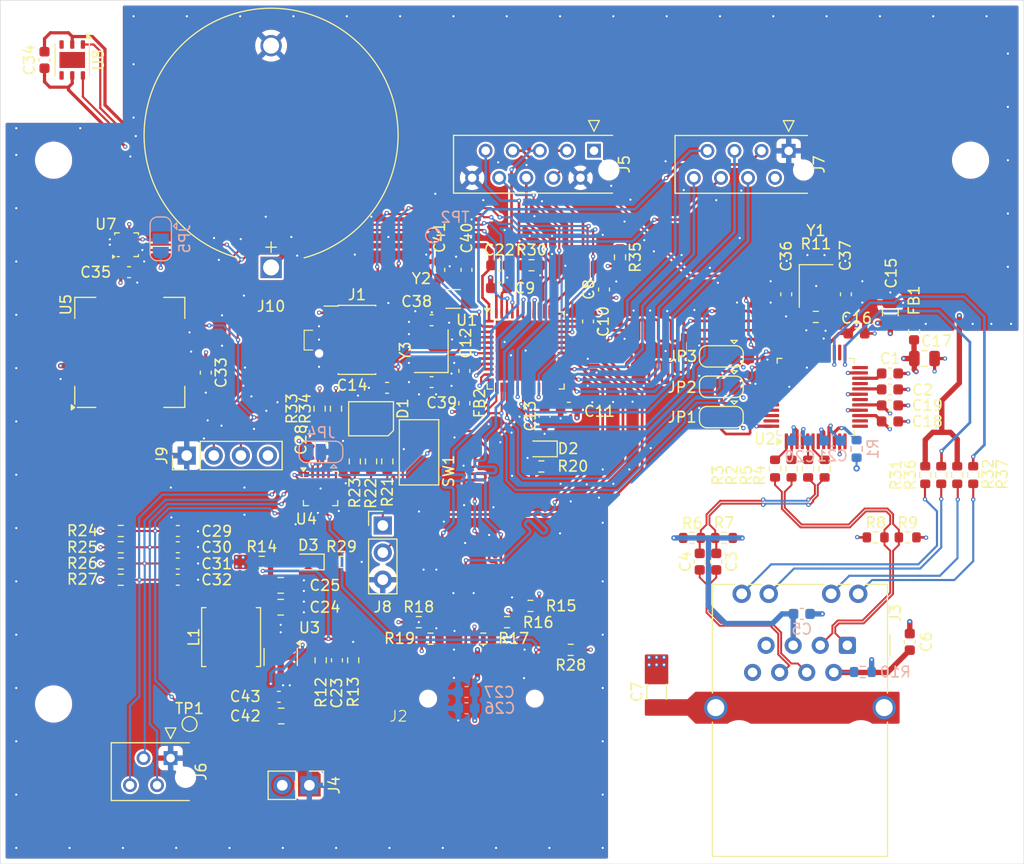
<source format=kicad_pcb>
(kicad_pcb (version 20240108) (generator "pcbnew") (generator_version "8.0")
  (layers (0 "F.Cu" signal) (1 "In1.Cu" signal) (2 "In2.Cu" signal) (31 "B.Cu" signal) (34 "B.Paste" user) (35 "F.Paste" user) (36 "B.SilkS" user "B.Silkscreen") (37 "F.SilkS" user "F.Silkscreen") (38 "B.Mask" user) (39 "F.Mask" user) (44 "Edge.Cuts" user))
  (net 0 "")
  (net 1 "GND")
  (net 2 "Net-(U2-1V2O)")
  (net 3 "Net-(U2-TOCAP)")
  (net 4 "Net-(J3-RCT)")
  (net 5 "Net-(J3-TCT)")
  (net 6 "Earth")
  (net 7 "+3.3V")
  (net 8 "Net-(U1-VDDA)")
  (net 9 "Net-(U1-VCAP1)")
  (net 10 "/MCU/NRST")
  (net 11 "+3.3VA")
  (net 12 "+BATT")
  (net 13 "Net-(U3-FB)")
  (net 14 "/Power/3.3V_P0")
  (net 15 "/MCU/GPIO3")
  (net 16 "/ENC_B")
  (net 17 "/ENC_A")
  (net 18 "/ENC_BTN")
  (net 19 "Net-(U2-XO)")
  (net 20 "Net-(U2-XI{slash}CLKIN)")
  (net 21 "Net-(U1-PH0)")
  (net 22 "Net-(U1-PH1)")
  (net 23 "Net-(U1-PC14)")
  (net 24 "Net-(U1-PC15)")
  (net 25 "Net-(D1-GA)")
  (net 26 "Net-(D1-RA)")
  (net 27 "Net-(D1-BA)")
  (net 28 "Net-(D2-K)")
  (net 29 "/MCU/LED{slash}BOOT1")
  (net 30 "Net-(D3-K)")
  (net 32 "/MCU/SWDIO")
  (net 33 "/MCU/SWCLK")
  (net 36 "/MCU/SDIO_DAT2")
  (net 37 "/MCU/CARD_DET")
  (net 38 "/MCU/SDIO_CMD")
  (net 39 "/MCU/SDIO_CK")
  (net 40 "/MCU/SDIO_DAT3")
  (net 41 "/MCU/SDIO_DAT0")
  (net 42 "/MCU/SDIO_DAT1")
  (net 44 "Net-(J3-Pad12)")
  (net 45 "Net-(J3-Pad10)")
  (net 46 "/W5500/ACT_LED")
  (net 47 "/W5500/LINK_LED")
  (net 48 "VBUS")
  (net 49 "/SYS_RESET")
  (net 50 "/LCD_MOSI")
  (net 51 "/LCD_CS")
  (net 52 "/LCD_BL_PWM")
  (net 53 "/LCD_MISO")
  (net 54 "/LCD_DC_RS")
  (net 55 "/LCD_SCK")
  (net 56 "/MCU/RADIO_CE")
  (net 57 "/MCU/RADIO_SCK")
  (net 58 "/MCU/RADIO_MISO")
  (net 59 "/MCU/RADIO_MOSI")
  (net 60 "/MCU/RADIO_CS")
  (net 61 "/MCU/RADIO_IRQ")
  (net 62 "/MCU/USART2_RX")
  (net 63 "/MCU/USART2_TX")
  (net 64 "/MCU/SCL")
  (net 65 "/MCU/SDA")
  (net 66 "Net-(JP1-C)")
  (net 67 "Net-(JP2-C)")
  (net 68 "Net-(JP3-C)")
  (net 69 "Net-(JP4-C)")
  (net 70 "Net-(JP5-C)")
  (net 71 "/Power/LX")
  (net 72 "Net-(U2-EXRES1)")
  (net 73 "Net-(U4-P7)")
  (net 74 "Net-(U4-P5)")
  (net 75 "Net-(U4-P6)")
  (net 76 "/MCU/BOOT0")
  (net 77 "Net-(U1-PC13)")
  (net 78 "/MCU/ETH_MISO")
  (net 79 "/MCU/ETH_INT")
  (net 80 "/MCU/ETH_CS")
  (net 81 "/MCU/ETH_SCK")
  (net 82 "/MCU/ETH_MOSI")
  (net 97 "Net-(J3-Pad9)")
  (net 98 "Net-(J3-Pad11)")
  (net 99 "/W5500/ETH_RXP")
  (net 100 "/W5500/RXP")
  (net 101 "/W5500/ETH_RXN")
  (net 102 "/W5500/RXN")
  (net 103 "/W5500/ETH_TXN")
  (net 104 "/W5500/ETH_TXP")
  (net 105 "Net-(U2-TXP)")
  (net 106 "Net-(U2-TXN)")
  (net 107 "Net-(U2-RXP)")
  (net 108 "Net-(U2-RXN)")
  (footprint "Package_DFN_QFN:QFN-16-1EP_3x3mm_P0.5mm_EP1.45x1.45mm" (layer "F.Cu") (at 75.04 104.79)
    (property "Reference" "U4")
    (property "Value" "PCAL6408ABS")
  )
  (footprint "Inductor_SMD:L_APV_ANR5045" (layer "F.Cu") (at 66.65 118.725 90)
    (property "Reference" "L1")
    (property "Value" "2.2u")
  )
  (footprint "Resistor_SMD:R_0603_1608Metric" (layer "F.Cu") (at 56.3 108.775 180)
    (property "Reference" "R24")
    (property "Value" "4.7k")
  )
  (footprint "Resistor_SMD:R_0603_1608Metric" (layer "F.Cu") (at 120.7625 102.925 -90)
    (property "Reference" "R5")
    (property "Value" "3.3R")
  )
  (footprint "Capacitor_SMD:C_0603_1608Metric" (layer "F.Cu") (at 75.05 100.625 90)
    (property "Reference" "C28")
    (property "Value" "100n")
  )
  (footprint "Resistor_SMD:R_0603_1608Metric" (layer "F.Cu") (at 134.75 103.525 90)
    (property "Reference" "R32")
    (property "Value" "330R")
  )
  (footprint "Resistor_SMD:R_0603_1608Metric" (layer "F.Cu") (at 75.05 120.9 -90)
    (property "Reference" "R12")
    (property "Value" "330k")
  )
  (footprint "LED_SMD:LED_0603_1608Metric" (layer "F.Cu") (at 95.75 101.075 180)
    (property "Reference" "D2")
    (property "Value" "LED")
  )
  (footprint "Connector_TE-Connectivity:TE_Micro-MaTch_1-215079-0_2x05_P1.27mm_Vertical" (layer "F.Cu") (at 100.685 73.11 -90)
    (property "Reference" "J5")
    (property "Value" "LCD_CONN")
  )
  (footprint "Capacitor_SMD:C_0603_1608Metric" (layer "F.Cu") (at 98.325 97.2125 180)
    (property "Reference" "C11")
    (property "Value" "100n")
  )
  (footprint "LED_SMD:LED_Cree-PLCC4_3.2x2.8mm_CCW" (layer "F.Cu") (at 79.775 98.25 180)
    (property "Reference" "D1")
    (property "Value" "LED_BGKR")
  )
  (footprint "Inductor_SMD:L_0603_1608Metric" (layer "F.Cu") (at 88.525 96.79 -90)
    (property "Reference" "FB2")
    (property "Value" "600R@100MHz")
  )
  (footprint "Resistor_SMD:R_0603_1608Metric" (layer "F.Cu") (at 92.525 117.325 180)
    (property "Reference" "R16")
    (property "Value" "47k")
  )
  (footprint "Capacitor_SMD:C_0603_1608Metric" (layer "F.Cu") (at 76.575 120.9 -90)
    (property "Reference" "C23")
    (property "Value" "22pF")
  )
  (footprint "Resistor_SMD:R_0603_1608Metric" (layer "F.Cu") (at 74.95 97.3 90)
    (property "Reference" "R33")
    (property "Value" "4.7k")
  )
  (footprint "Capacitor_SMD:C_0603_1608Metric" (layer "F.Cu") (at 128.4375 97)
    (property "Reference" "C19")
    (property "Value" "100n")
  )
  (footprint "Crystal:Crystal_SMD_SeikoEpson_TSX3225-4Pin_3.2x2.5mm" (layer "F.Cu") (at 121.5125 85.8 -90)
    (property "Reference" "Y1")
    (property "Value" "25MHz")
  )
  (footprint "Capacitor_SMD:C_0603_1608Metric" (layer "F.Cu") (at 85.45 89.0125 180)
    (property "Reference" "C38")
    (property "Value" "10n")
  )
  (footprint "Crystal:Crystal_SMD_SeikoEpson_TSX3225-4Pin_3.2x2.5mm" (layer "F.Cu") (at 85.425 91.9125 90)
    (property "Reference" "Y3")
    (property "Value" "16MHz")
  )
  (footprint "Connector_TE-Connectivity:TE_Micro-MaTch_215079-4_2x02_P1.27mm_Vertical" (layer "F.Cu") (at 60.975 130.075 -90)
    (property "Reference" "J6")
    (property "Value" "ENC_CONN")
  )
  (footprint "Connector_RJ:RJ45_Wuerth_7499010121A_Horizontal" (layer "F.Cu") (at 124.445 119.5 -90)
    (property "Reference" "J3")
    (property "Value" "RJ45_Wuerth_7499010121A")
  )
  (footprint "Crystal:Crystal_SMD_3215-2Pin_3.2x1.5mm" (layer "F.Cu") (at 87.475 87.0125)
    (property "Reference" "Y2")
    (property "Value" "32.768kHz")
  )
  (footprint "Capacitor_SMD:C_0603_1608Metric" (layer "F.Cu") (at 61.65 113.35)
    (property "Reference" "C32")
    (property "Value" "10n")
  )
  (footprint "Capacitor_SMD:C_0603_1608Metric" (layer "F.Cu") (at 128.4375 98.5)
    (property "Reference" "C18")
    (property "Value" "100n")
  )
  (footprint "Connector_PinHeader_2.54mm:PinHeader_1x03_P2.54mm_Vertical" (layer "F.Cu") (at 80.875 108.26)
    (property "Reference" "J8")
    (property "Value" "UART_CONN")
  )
  (footprint "Resistor_SMD:R_0603_1608Metric" (layer "F.Cu") (at 77 111.675)
    (property "Reference" "R29")
    (property "Value" "1k")
  )
  (footprint "Resistor_SMD:R_0603_1608Metric" (layer "F.Cu") (at 84.25 117.325)
    (property "Reference" "R18")
    (property "Value" "47k")
  )
  (footprint "Capacitor_SMD:C_0603_1608Metric" (layer "F.Cu") (at 61.65 108.775)
    (property "Reference" "C29")
    (property "Value" "10n")
  )
  (footprint "Resistor_SMD:R_0603_1608Metric" (layer "F.Cu") (at 119.2125 102.925 -90)
    (property "Reference" "R2")
    (property "Value" "3.3R")
  )
  (footprint "Resistor_SMD:R_0603_1608Metric" (layer "F.Cu") (at 85.35 118.875)
    (property "Reference" "R19")
    (property "Value" "47k")
  )
  (footprint "Capacitor_SMD:C_0603_1608Metric" (layer "F.Cu") (at 64.275 93.925 -90)
    (property "Reference" "C33")
    (property "Value" "100n")
  )
  (footprint "Capacitor_SMD:C_0603_1608Metric" (layer "F.Cu") (at 118.7125 86.575 -90)
    (property "Reference" "C36")
    (property "Value" "18n")
  )
  (footprint "Resistor_SMD:R_0603_1608Metric" (layer "F.Cu") (at 130.1 109.375 180)
    (property "Reference" "R9")
    (property "Value" "49R9")
  )
  (footprint "Battery:BatteryHolder_MYOUNG_BS-07-A1BJ001_CR2032" (layer "F.Cu") (at 70.4 84.057455 90)
    (property "Reference" "J10")
    (property "Value" "BATT")
  )
  (footprint "Package_DFN_QFN:QFN-48-1EP_7x7mm_P0.5mm_EP5.6x5.6mm" (layer "F.Cu") (at 94.275 91.85)
    (property "Reference" "U1")
    (property "Value" "STM32F411CEUx")
  )
  (footprint "Resistor_SMD:R_0603_1608Metric" (layer "F.Cu") (at 95.75 102.725 180)
    (property "Reference" "R20")
    (property "Value" "1k")
  )
  (footprint "Resistor_SMD:R_0603_1608Metric" (layer "F.Cu") (at 56.3 111.825 180)
    (property "Reference" "R26")
    (property "Value" "4.7k")
  )
  (footprint "Capacitor_SMD:C_0603_1608Metric" (layer "F.Cu") (at 61.65 111.825)
    (property "Reference" "C31")
    (property "Value" "10n")
  )
  (footprint "LED_SMD:LED_0603_1608Metric" (layer "F.Cu") (at 73.8875 111.675 180)
    (property "Reference" "D3")
    (property "Value" "LED")
  )
  (footprint "Sensor:Sensirion_SCD4x-1EP_10.1x10.1mm_P1.25mm_EP4.8x4.8mm" (layer "F.Cu") (at 57.15 92.025 90)
    (property "Reference" "U5")
    (property "Value" "SCD40-D-R2")
  )
  (footprint "Resistor_SMD:R_0603_1608Metric" (layer "F.Cu") (at 94.825 83.85)
    (property "Reference" "R30")
    (property "Value" "0R")
  )
  (footprint "Resistor_SMD:R_0603_1608Metric" (layer "F.Cu") (at 122.3125 102.925 -90)
    (property "Reference" "R4")
    (property "Value" "3.3R")
  )
  (footprint "Resistor_SMD:R_0603_1608Metric" (layer "F.Cu") (at 76.485 97.3 90)
    (property "Reference" "R34")
    (property "Value" "4.7k")
  )
  (footprint "Capacitor_SMD:C_0805_2012Metric" (layer "F.Cu") (at 131.675 92.6)
    (property "Reference" "C17")
    (property "Value" "10u")
  )
  (footprint "MountingHole:MountingHole_3mm" (layer "F.Cu") (at 50 74)
    (property "Reference" "H4" (hide yes))
    (property "Value" "MountingHole" (hide yes))
  )
  (footprint "Resistor_SMD:R_0603_1608Metric" (layer "F.Cu") (at 109.875 109.425)
    (property "Reference" "R6")
    (property "Value" "49R9")
  )
  (footprint "Capacitor_SMD:C_0805_2012Metric" (layer "F.Cu") (at 128.475 88.325 90)
    (property "Reference" "C15")
    (property "Value" "10u")
  )
  (footprint "Resistor_SMD:R_0603_1608Metric" (layer "F.Cu") (at 127.1 109.375)
    (property "Reference" "R8")
    (property "Value" "49R9")
  )
  (footprint "Connector_PinHeader_1.27mm:PinHeader_2x05_P1.27mm_Vertical_SMD" (layer "F.Cu") (at 78.45 90.85)
    (property "Reference" "J1")
    (property "Value" "Conn_ARM_JTAG_SWD_10")
  )
  (footprint "Resistor_SMD:R_0603_1608Metric" (layer "F.Cu") (at 78.25 102.25 90)
    (property "Reference" "R23")
    (property "Value" "4.7k")
  )
  (footprint "Capacitor_SMD:C_0805_2012Metric" (layer "F.Cu") (at 71.3 113.875)
    (property "Reference" "C25")
    (property "Value" "22u")
  )
  (footprint "Capacitor_SMD:C_0603_1608Metric" (layer "F.Cu") (at 57.075 84.5)
    (property "Reference" "C35")
    (property "Value" "100n")
  )
  (footprint "MountingHole:MountingHole_3mm" (layer "F.Cu") (at 136 74)
    (property "Reference" "H3" (hide yes))
    (property "Value" "MountingHole" (hide yes))
  )
  (footprint "Capacitor_SMD:C_0603_1608Metric" (layer "F.Cu") (at 86.175 84.2875 -90)
    (property "Reference" "C41")
    (property "Value" "10n")
  )
  (footprint "Jumper:SolderJumper-3_P1.3mm_Bridged12_RoundedPad1.0x1.5mm" (layer "F.Cu") (at 112.625 95.25 180)
    (property "Reference" "JP2")
    (property "Value" "~")
  )
  (footprint "MountingHole:MountingHole_3mm" (layer "F.Cu") (at 50 125)
    (property "Reference" "H1" (hide yes))
    (property "Value" "MountingHole" (hide yes))
  )
  (footprint "Capacitor_SMD:C_0603_1608Metric" (layer "F.Cu") (at 100.125 89.125 -90)
    (property "Reference" "C10")
    (property "Value" "100n")
  )
  (footprint "Resistor_SMD:R_0603_1608Metric" (layer "F.Cu") (at 90.3 118.875)
    (property "Reference" "R17")
    (property "Value" "47k")
  )
  (footprint "Package_DFN_QFN:DFN-6-1EP_3x3mm_P1mm_EP1.5x2.4mm" (layer "F.Cu") (at 51.75 64.6 -90)
    (property "Reference" "U8")
    (property "Value" "Si7021-A20")
  )
  (footprint "Resistor_SMD:R_0603_1608Metric" (layer "F.Cu") (at 56.3 113.35 180)
    (property "Reference" "R27")
    (property "Value" "4.7k")
  )
  (footprint "Capacitor_SMD:C_0603_1608Metric" (layer "F.Cu") (at 71.125 124.325)
    (property "Reference" "C43")
    (property "Value" "100n")
  )
  (footprint "Capacitor_SMD:C_0603_1608Metric" (layer "F.Cu") (at 130.3 119.175 90)
    (property "Reference" "C6")
    (property "Value" "22n")
  )
  (footprint "Capacitor_SMD:C_0603_1608Metric" (layer "F.Cu") (at 88.725 84.2875 -90)
    (property "Reference" "C40")
    (property "Value" "10n")
  )
  (footprint "Capacitor_SMD:C_0603_1608Metric" (layer "F.Cu") (at 112.15 111.65 -90)
    (property "Reference" "C3")
    (property "Value" "6.8n")
  )
  (footprint "TestPoint:TestPoint_Pad_D1.0mm" (layer "F.Cu") (at 62.75 126.875)
    (property "Reference" "TP1")
    (property "Value" "TestPoint")
  )
  (footprint "Jumper:SolderJumper-3_P1.3mm_Bridged12_RoundedPad1.0x1.5mm" (layer "F.Cu") (at 112.625 98.0925 180)
    (property "Reference" "JP1")
    (property "Value" "~")
  )
  (footprint "Package_TO_SOT_SMD:TSOT-23-6" (layer "F.Cu") (at 71.3 120.5875 -90)
    (property "Reference" "U3")
    (property "Value" "AP3402")
  )
  (footprint "Capacitor_SMD:C_0603_1608Metric" (layer "F.Cu") (at 125.3 90.25)
    (property "Reference" "C16")
    (property "Value" "100n")
  )
  (footprint "Resistor_SMD:R_0603_1608Metric" (layer "F.Cu") (at 79.775 102.25 90)
    (property "Reference" "R22")
    (property "Value" "4.7k")
  )
  (footprint "Resistor_SMD:R_0603_1608Metric" (layer "F.Cu") (at 56.3 110.3 180)
    (property "Reference" "R25")
    (property "Value" "4.7k")
  )
  (footprint "Button_Switch_SMD:SW_SPST_CK_RS282G05A3" (layer "F.Cu") (at 84.275 101.4 90)
    (property "Reference" "SW1")
    (property "Value" "SW_Push")
  )
  (footprint "Connector_PinHeader_2.54mm:PinHeader_1x02_P2.54mm_Vertical" (layer "F.Cu") (at 73.99 132.625 -90)
    (property "Reference" "J4")
    (property "Value" "PWR")
  )
  (footprint "Capacitor_SMD:C_0805_2012Metric" (layer "F.Cu") (at 71.35 126.125)
    (property "Reference" "C42")
    (property "Value" "22u")
  )
  (footprint "Resistor_SMD:R_0603_1608Metric" (layer "F.Cu") (at 112.875 109.425)
    (property "Reference" "R7")
    (property "Value" "49R9")
  )
  (footprint "Capacitor_SMD:C_0603_1608Metric" (layer "F.Cu") (at 49.15 64.6 90)
    (property "Reference" "C34")
    (property "Value" "100n")
  )
  (footprint "Capacitor_SMD:C_0603_1608Metric" (layer "F.Cu") (at 96.05 97.9625 -90)
    (property "Reference" "C13")
    (property "Value" "4.7u")
  )
  (footprint "Resistor_SMD:R_0603_1608Metric" (layer "F.Cu") (at 78.1 120.9 90)
    (property "Reference" "R13")
    (property "Value" "75k")
  )
  (footprint "Inductor_SMD:L_0603_1608Metric" (layer "F.Cu") (at 130.7 90.0625 -90)
    (property "Reference" "FB1")
    (property "Value" "100-2000R@100MHz")
  )
  (footprint "Capacitor_SMD:C_0603_1608Metric" (layer "F.Cu") (at 91.8 83.85)
    (property "Reference" "C22")
    (property "Value" "100n")
  )
  (footprint "Jumper:SolderJumper-3_P1.3mm_Bridged12_RoundedPad1.0x1.5mm" (layer "F.Cu") (at 112.625 92.4 180)
    (property "Reference" "JP3")
    (property "Value" "~")
  )
  (footprint "Resistor_SMD:R_0603_1608Metric" (layer "F.Cu") (at 94.725 115.8 180)
    (property "Reference" "R15")
    (property "Value" "47k")
  )
  (footprint "Capacitor_SMD:C_0603_1608Metric" (layer "F.Cu") (at 128.4375 94)
    (property "Reference" "C1")
    (property "Value" "10n")
  )
  (footprint "Resistor_SMD:R_0603_1608Metric" (layer "F.Cu") (at 131.75 103.525 90)
    (property "Reference" "R31")
    (property "Value" "330R")
  )
  (footprint "Capacitor_SMD:C_0805_2012Metric" (layer "F.Cu") (at 71.3 115.925)
    (property "Reference" "C24")
    (property "Value" "22u")
  )
  (footprint "sensor-hub-footprints:MicroSD_Det2" (layer "F.Cu") (at 90.125 122 180)
    (property "Reference" "J2")
    (property "Value" "Micro_SD_Card_Det2")
  )
  (footprint "Capacitor_SMD:C_0603_1608Metric" (layer "F.Cu") (at 110.6 111.65 -90)
    (property "Reference" "C4")
    (property "Value" "6.8n")
  )
  (footprint "Resistor_SMD:R_0603_1608Metric" (layer "F.Cu") (at 117.6625 102.925 -90)
    (property "Reference" "R3")
    (property "Value" "3.3R")
  )
  (footprint "Capacitor_SMD:C_0603_1608Metric" (layer "F.Cu") (at 85.45 94.8125)
    (property "Reference" "C39")
    (property "Value" "10n")
  )
  (footprint "Capacitor_SMD:C_0603_1608Metric" (layer "F.Cu") (at 101.625 86.125 90)
    (property "Reference" "C8")
    (property "Value" "4.7u")
  )
  (footprint "Capacitor_SMD:C_0603_1608Metric" (layer "F.Cu") (at 128.4375 95.5)
    (property "Reference" "C2")
    (property "Value" "4.7u")
  )
  (footprint "Capacitor_SMD:C_0603_1608Metric" (layer "F.Cu") (at 91.775 85.9875)
    (property "Reference" "C9")
    (property "Value" "100n")
  )
  (footprint "Connector_TE-Connectivity:TE_Micro-MaTch_215079-8_2x04_P1.27mm_Vertical" (layer "F.Cu") (at 118.94 73.1225 -90)
    (property "Reference" "J7")
    (property "Value" "RADIO_CONN")
  )
  (footprint "Resistor_SMD:R_0603_1608Metric" (layer "F.Cu") (at 121.4875 88.7)
    (property "Reference" "R11")
    (property "Value" "1M")
  )
  (footprint "MountingHole:MountingHole_3mm" (layer "F.Cu") (at 136 125)
    (property "Reference" "H2" (hide yes))
    (property "Value" "MountingHole" (hide yes))
  )
  (footprint "Capacitor_SMD:C_0603_1608Metric" (layer "F.Cu") (at 88.525 93.7625 90)
    (property "Reference" "C12")
    (property "Value" "100n")
  )
  (footprint "Resistor_SMD:R_0603_1608Metric" (layer "F.Cu") (at 133.25 103.525 -90)
    (property "Reference" "R36")
    (property "Value" "0R")
  )
  (footprint "Package_LGA:ST_HLGA-10_2x2mm_P0.5mm_LayoutBorder3x2y" (layer "F.Cu") (at 56.8475 81.9275 90)
    (property "Reference" "U7")
    (property "Value" "LPS22HH")
  )
  (footprint "Capacitor_SMD:C_1206_3216Metric" (layer "F.Cu") (at 106.55 123.85 90)
    (property "Reference" "C7")
    (property "Value" "1nF/2kV")
  )
  (footprint "Connector_PinHeader_2.54mm:PinHeader_1x04_P2.54mm_Vertical" (layer "F.Cu") (at 62.485 101.7 90)
    (property "Reference" "J9")
    (property "Value" "I2C_CONN")
  )
  (footprint "Resistor_SMD:R_0603_1608Metric" (layer "F.Cu") (at 103.125 83.1 -90)
    (property "Reference" "R35")
    (property "Value" "10k")
  )
  (footprint "Resistor_SMD:R_0603_1608Metric" (layer "F.Cu") (at 98.5 119.925 180)
    (property "Reference" "R28")
    (property "Value" "10k")
  )
  (footprint "Resistor_SMD:R_0603_1608Metric" (layer "F.Cu") (at 69.525 111.675 180)
    (property "Reference" "R14")
    (property "Value" "0R")
  )
  (footprint "Capacitor_SMD:C_0603_1608Metric" (layer "F.Cu") (at 81.275 95.35 180)
    (property "Reference" "C14")
    (property "Value" "100n")
  )
  (footprint "Capacitor_SMD:C_0603_1608Metric" (layer "F.Cu") (at 61.65 110.3)
    (property "Reference" "C30")
    (property "Value" "10n")
  )
  (footprint "Package_QFP:LQFP-48_7x7mm_P0.5mm" (layer "F.Cu") (at 121.475 96.2 90)
    (property "Reference" "U2")
    (property "Value" "W5500")
  )
  (footprint "Capacitor_SMD:C_0603_1608Metric" (layer "F.Cu") (at 124.3125 86.575 -90)
    (property "Reference" "C37")
    (property "Value" "18n")
  )
  (footprint "Resistor_SMD:R_0603_1608Metric" (layer "F.Cu") (at 81.3 102.25 90)
    (property "Reference" "R21")
    (property "Value" "4.7k")
  )
  (footprint "Resistor_SMD:R_0603_1608Metric" (layer "F.Cu") (at 136.25 103.525 -90)
    (property "Reference" "R37")
    (property "Value" "0R")
  )
  (footprint "Capacitor_SMD:C_0603_1608Metric" (layer "B.Cu") (at 120.175 116.55)
    (property "Reference" "C5")
    (property "Value" "10n")
  )
  (footprint "Capacitor_SMD:C_0603_1608Metric" (layer "B.Cu") (at 88.725 123.875 180)
    (property "Reference" "C27")
    (property "Value" "100n")
  )
  (footprint "Resistor_SMD:R_0603_1608Metric" (layer "B.Cu") (at 125.9 122)
    (property "Reference" "R10")
    (property "Value" "10R")
  )
  (footprint "Capacitor_SMD:C_0603_1608Metric" (layer "B.Cu") (at 123.0375 100.3)
    (property "Reference" "C21")
    (property "Value" "100n")
  )
  (footprint "Jumper:SolderJumper-3_P1.3mm_Open_RoundedPad1.0x1.5mm" (layer "B.Cu") (at 60.05 81.375 -90)
    (property "Reference" "JP5")
    (property "Value" "SolderJumper_3_Open")
  )
  (footprint "Capacitor_SMD:C_0603_1608Metric" (layer "B.Cu") (at 119.9875 100.3 180)
    (property "Reference" "C20")
    (property "Value" "100n")
  )
  (footprint "Jumper:SolderJumper-3_P1.3mm_Bridged12_RoundedPad1.0x1.5mm" (layer "B.Cu") (at 75.075 101.3575 180)
    (property "Reference" "JP4")
    (property "Value" "~")
  )
  (footprint "Capacitor_SMD:C_0603_1608Metric" (layer "B.Cu") (at 88.725 125.4 180)
    (property "Reference" "C26")
    (property "Value" "1u")
  )
  (footprint "Resistor_SMD:R_0603_1608Metric" (layer "B.Cu") (at 125.3125 101.075 -90)
    (property "Reference" "R1")
    (property "Value" "12.4k 1%")
  )
  (footprint "TestPoint:TestPoint_Pad_D1.0mm" (layer "B.Cu") (at 85.6 81.05 180)
    (property "Reference" "TP2")
    (property "Value" "TestPoint")
  )
  (gr_line (start 73.5 91.8) (end 74.3 91.8) (stroke (width 0.1)) (layer "F.SilkS"))
  (gr_line (start 74.3 89.95) (end 73.5 89.95) (stroke (width 0.1)) (layer "F.SilkS"))
  (gr_line (start 73.5 89.95) (end 73.5 91.8) (stroke (width 0.1)) (layer "F.SilkS"))
  (gr_rect (start 45 59) (end 141 140) (stroke (width 0.05)) (fill none) (layer "Edge.Cuts"))
  (segment (start 118.7125 87.35) (end 118.7125 88.6375) (width 0.5) (layer "F.Cu") (net 1))
  (segment (start 51.75 63.15) (end 51.75 62.4) (width 0.3) (layer "F.Cu") (net 1))
  (segment (start 126.075 90.25) (end 127 90.25) (width 0.25) (layer "F.Cu") (net 1))
  (segment (start 96.927404 96.2125) (end 97.325 96.2125) (width 0.25) (layer "F.Cu") (net 1))
  (segment (start 85.725 88.2625) (end 85.475 88.2625) (width 0.3) (layer "F.Cu") (net 1))
  (segment (start 125.6375 93.95) (end 124.5 93.95) (width 0.3) (layer "F.Cu") (net 1))
  (segment (start 83.325 88.5625) (end 83.325 89.1625) (width 0.3) (layer "F.Cu") (net 1))
  (segment (start 83.725 88.1625) (end 83.325 88.5625) (width 0.3) (layer "F.Cu") (net 1))
  (segment (start 117.25 87.35) (end 117.25 85.35) (width 0.5) (layer "F.Cu") (net 1))
  (segment (start 87.555 121.25) (end 87.555 122.545) (width 0.5) (layer "F.Cu") (net 1))
  (segment (start 97.325 96.2125) (end 97.55 96.4375) (width 0.25) (layer "F.Cu") (net 1))
  (segment (start 122.3125 82.9125) (end 122.3 82.9) (width 0.3) (layer "F.Cu") (net 1))
  (segment (start 117.25 88.05) (end 117.85 88.65) (width 0.5) (layer "F.Cu") (net 1))
  (segment (start 86.6125 83.95) (end 86.175 83.5125) (width 0.5) (layer "F.Cu") (net 1))
  (segment (start 83.925 88.1625) (end 83.725 88.1625) (width 0.3) (layer "F.Cu") (net 1))
  (segment (start 84.675 94.8125) (end 83.325 94.8125) (width 0.2) (layer "F.Cu") (net 1))
  (segment (start 84.275 95.9625) (end 85.875 95.9625) (width 0.3) (layer "F.Cu") (net 1))
  (segment (start 125.85 85.05) (end 124.25 83.45) (width 0.5) (layer "F.Cu") (net 1))
  (segment (start 96.525 95.810096) (end 96.927404 96.2125) (width 0.25) (layer "F.Cu") (net 1))
  (segment (start 102.75 85.35) (end 102.775 85.375) (width 0.25) (layer "F.Cu") (net 1))
  (segment (start 125.85 87.35) (end 125.85 88.25) (width 0.5) (layer "F.Cu") (net 1))
  (segment (start 57.85 84.5) (end 57.85 85.475) (width 0.3) (layer "F.Cu") (net 1))
  (segment (start 111.325 95.25) (end 111.325 95) (width 0.25) (layer "F.Cu") (net 1))
  (segment (start 92.025 88.4125) (end 92.025 86.5125) (width 0.25) (layer "F.Cu") (net 1))
  (segment (start 120.7125 86.6125) (end 121.525 85.8) (width 0.3) (layer "F.Cu") (net 1))
  (segment (start 78.1 120.075) (end 78.1 119.175) (width 0.25) (layer "F.Cu") (net 1))
  (segment (start 125.85 87.35) (end 125.85 85.35) (width 0.5) (layer "F.Cu") (net 1))
  (segment (start 115.825 94.125) (end 115.825 94.45) (width 0.2) (layer "F.Cu") (net 1))
  (segment (start 57.61 82.4275) (end 58.3225 82.4275) (width 0.2) (layer "F.Cu") (net 1))
  (segment (start 125.4625 88.6375) (end 124.3125 88.6375) (width 0.5) (layer "F.Cu") (net 1))
  (segment (start 117.25 85.35) (end 117.25 84.95) (width 0.5) (layer "F.Cu") (net 1))
  (segment (start 80.5 95.35) (end 79.575 95.35) (width 0.25) (layer "F.Cu") (net 1))
  (segment (start 78.525 96.1) (end 78.55 96.075) (width 0.2) (layer "F.Cu") (net 1))
  (segment (start 120.7125 86.9) (end 120.7125 86.6125) (width 0.3) (layer "F.Cu") (net 1))
  (segment (start 90.071384 92.6) (end 89.683884 92.9875) (width 0.25) (layer "F.Cu") (net 1))
  (segment (start 64.275 94.7) (end 64.275 95.8) (width 0.3) (layer "F.Cu") (net 1))
  (segment (start 122.725 99.05) (end 122.725 100.3625) (width 0.3) (layer "F.Cu") (net 1))
  (segment (start 53 94.525) (end 50.65 94.525) (width 0.5) (layer "F.Cu") (net 1))
  (segment (start 87.555 121.25) (end 87.555 119.905) (width 0.5) (layer "F.Cu") (net 1))
  (segment (start 132.625 92.6) (end 133.6 92.6) (width 0.3) (layer "F.Cu") (net 1))
  (segment (start 58.3225 82.4275) (end 58.325 82.425) (width 0.2) (layer "F.Cu") (net 1))
  (segment (start 74.79 106.2275) (end 74.79 107.075219) (width 0.2) (layer "F.Cu") (net 1))
  (segment (start 76.5 89.58) (end 74.905 89.58) (width 0.25) (layer "F.Cu") (net 1))
  (segment (start 117.3125 94.95) (end 115.825 94.95) (width 0.2) (layer "F.Cu") (net 1))
  (segment (start 87.75 83.05) (end 88.2625 83.05) (width 0.5) (layer "F.Cu") (net 1))
  (segment (start 119.3 82.9) (end 118.75 83.45) (width 0.5) (layer "F.Cu") (net 1))
  (segment (start 87.6 92.9875) (end 87.575 93.0125) (width 0.25) (layer "F.Cu") (net 1))
  (segment (start 94.155 119.92) (end 94.175 119.9) (width 0.2) (layer "F.Cu") (net 1))
  (segment (start 122.3125 84.7) (end 122.3125 85.0125) (width 0.3) (layer "F.Cu") (net 1))
  (segment (start 85.475 88.2625) (end 85.375 88.1625) (width 0.3) (layer "F.Cu") (net 1))
  (segment (start 87.375 90.8125) (end 87.5 90.6875) (width 0.2) (layer "F.Cu") (net 1))
  (segment (start 86.225 88.7625) (end 85.725 88.2625) (width 0.3) (layer "F.Cu") (net 1))
  (segment (start 117.85 88.65) (end 118.7 88.65) (width 0.5) (layer "F.Cu") (net 1))
  (segment (start 55.2775 81.4275) (end 55.275 81.425) (width 0.2) (layer "F.Cu") (net 1))
  (segment (start 87.55 90.6875) (end 88.15625 90.08125) (width 0.3) (layer "F.Cu") (net 1))
  (segment (start 117.25 87.35) (end 117.25 88.05) (width 0.5) (layer "F.Cu") (net 1))
  (segment (start 75.05 99.85) (end 74.075 99.85) (width 0.2) (layer "F.Cu") (net 1))
  (segment (start 111.325 95) (end 110.55 94.225) (width 0.25) (layer "F.Cu") (net 1))
  (segment (start 86.875 95.9625) (end 87.325 95.5125) (width 0.3) (layer "F.Cu") (net 1))
  (segment (start 54.825 68.825) (end 54.825 63.588604) (width 0.3) (layer "F.Cu") (net 1))
  (segment (start 83.925 95.9625) (end 84.275 95.9625) (width 0.3) (layer "F.Cu") (net 1))
  (segment (start 88.525 92.9875) (end 87.6 92.9875) (width 0.25) (layer "F.Cu") (net 1))
  (segment (start 74.79 107.075219) (end 74.789762 107.075457) (width 0.2) (layer "F.Cu") (net 1))
  (segment (start 76.5 90.85) (end 74.925 90.85) (width 0.25) (layer "F.Cu") (net 1))
  (segment (start 115.825 94.95) (end 115.825 94.975) (width 0.2) (layer "F.Cu") (net 1))
  (segment (start 62.425 111.825) (end 63.55 111.825) (width 0.2) (layer "F.Cu") (net 1))
  (segment (start 77.825 111.675) (end 78.9 111.675) (width 0.2) (layer "F.Cu") (net 1))
  (segment (start 100.125 89.9) (end 101.075 89.9) (width 0.5) (layer "F.Cu") (net 1))
  (segment (start 129.2125 97) (end 130.15 97) (width 0.3) (layer "F.Cu") (net 1))
  (segment (start 115.825 94.975) (end 115.825 95.45) (width 0.2) (layer "F.Cu") (net 1))
  (segment (start 87.555 119.905) (end 87.55 119.9) (width 0.2) (layer "F.Cu") (net 1))
  (segment (start 116 93.95) (end 115.825 94.125) (width 0.2) (layer "F.Cu") (net 1))
  (segment (start 51.4 62.05) (end 49.7 62.05) (width 0.3) (layer "F.Cu") (net 1))
  (segment (start 83.325 91.5125) (end 83.325 95.3625) (width 0.3) (layer "F.Cu") (net 1))
  (segment (start 125.85 85.35) (end 125.85 85.05) (width 0.5) (layer "F.Cu") (net 1))
  (segment (start 124.3125 88.6375) (end 124.3 88.65) (width 0.5) (layer "F.Cu") (net 1))
  (segment (start 125.6375 95.95) (end 124.5 95.95) (width 0.3) (layer "F.Cu") (net 1))
  (segment (start 122.875 98.9) (end 122.725 99.05) (width 0.3) (layer "F.Cu") (net 1))
  (segment (start 111.325 92.4) (end 111.325 92.15) (width 0.25) (layer "F.Cu") (net 1))
  (segment (start 62.425 110.3) (end 63.525 110.3) (width 0.2) (layer "F.Cu") (net 1))
  (segment (start 94.925 102.725) (end 94.925 102) (width 0.2) (layer "F.Cu") (net 1))
  (segment (start 117.3125 94.45) (end 115.825 94.45) (width 0.2) (layer "F.Cu") (net 1))
  (segment (start 123.7 82.9) (end 124.25 83.45) (width 0.5) (layer "F.Cu") (net 1))
  (segment (start 99.825 89.6) (end 100.125 89.9) (width 0.25) (layer "F.Cu") (net 1))
  (segment (start 128.475 87.375) (end 128.475 86.4) (width 0.2) (layer "F.Cu") (net 1))
  (segment (start 62.425 113.35) (end 63.55 113.35) (width 0.2) (layer "F.Cu") (net 1))
  (segment (start 87.5 90.6875) (end 87.55 90.6875) (width 0.2) (layer "F.Cu") (net 1))
  (segment (start 94.155 122.545) (end 94.125 122.575) (width 0.2) (layer "F.Cu") (net 1))
  (segment (start 96.05 98.7375) (end 96.05 99.6625) (width 0.5) (layer "F.Cu") (net 1))
  (segment (start 94.85 101.925) (end 94.45 101.925) (width 0.2) (layer "F.Cu") (net 1))
  (segment (start 88.2625 83.05) (end 88.725 83.5125) (width 0.5) (layer "F.Cu") (net 1))
  (segment (start 76.5 93.39) (end 74.915 93.39) (width 0.25) (layer "F.Cu") (net 1))
  (segment (start 119.725 99.375) (end 119.41 99.06) (width 0.3) (layer "F.Cu") (net 1))
  (segment (start 128.475 87.375) (end 129.675 87.375) (width 0.2) (layer "F.Cu") (net 1))
  (segment (start 122.225 90.175) (end 122.4 90) (width 0.25) (layer "F.Cu") (net 1))
  (segment (start 83.715685 105.075) (end 83.625 105.165685) (width 0.2) (layer "F.Cu") (net 1))
  (segment (start 92.55 85.9875) (end 92.55 85.0125) (width 0.5) (layer "F.Cu") (net 1))
  (segment (start 122.225 92.0375) (end 122.225 90.725) (width 0.25) (layer "F.Cu") (net 1))
  (segment (start 74.925 90.85) (end 74.9 90.825) (width 0.25) (layer "F.Cu") (net 1))
  (segment (start 88.625 90.55) (end 87.316054 89.241054) (width 0.3) (layer "F.Cu") (net 1))
  (segment (start 97.55 97.2125) (end 97.55 98.2125) (width 0.5) (layer "F.Cu") (net 1))
  (segment (start 85.375 88.1625) (end 83.925 88.1625) (width 0.3) (layer "F.Cu") (net 1))
  (segment (start 51.75 62.4) (end 51.4 62.05) (width 0.3) (layer "F.Cu") (net 1))
  (segment (start 84.625 93.0125) (end 83.325 93.0125) (width 0.2) (layer "F.Cu") (net 1))
  (segment (start 125.6375 97.45) (end 124.5 97.45) (width 0.3) (layer "F.Cu") (net 1))
  (segment (start 120.7125 82.9125) (end 120.7 82.9) (width 0.2) (layer "F.Cu") (net 1))
  (segment (start 95.65 83.85) (end 95.65 84.8) (width 0.25) (layer "F.Cu") (net 1))
  (segment (start 87.325 95.5125) (end 87.325 95.1625) (width 0.3) (layer "F.Cu") (net 1))
  (segment (start 83.325 95.3625) (end 83.925 95.9625) (width 0.3) (layer "F.Cu") (net 1))
  (segment (start 63.525 108.775) (end 63.55 108.8) (width 0.2) (layer "F.Cu") (net 1))
  (segment (start 97.55 96.4375) (end 97.55 97.2125) (width 0.25) (layer "F.Cu") (net 1))
  (segment (start 125.85 88.25) (end 125.4625 88.6375) (width 0.5) (layer "F.Cu") (net 1))
  (segment (start 62.425 108.775) (end 63.525 108.775) (width 0.2) (layer "F.Cu") (net 1))
  (segment (start 101.625 85.35) (end 102.75 85.35) (width 0.25) (layer "F.Cu") (net 1))
  (segment (start 83.325 90.3125) (end 83.325 91.5125) (width 0.3) (layer "F.Cu") (net 1))
  (segment (start 78.525 97.55) (end 78.525 96.1) (width 0.3) (layer "F.Cu") (net 1))
  (segment (start 122.3 82.9) (end 123.7 82.9) (width 0.5) (layer "F.Cu") (net 1))
  (segment (start 115.825 95.65) (end 116.125 95.95) (width 0.2) (layer "F.Cu") (net 1))
  (segment (start 86.225 89.0125) (end 86.225 88.7625) (width 0.3) (layer "F.Cu") (net 1))
  (segment (start 94.925 102) (end 94.85 101.925) (width 0.2) (layer "F.Cu") (net 1))
  (segment (start 55.2775 81.9275) (end 55.275 81.925) (width 0.2) (layer "F.Cu") (net 1))
  (segment (start 63.525 110.3) (end 63.55 110.275) (width 0.2) (layer "F.Cu") (net 1))
  (segment (start 122.3125 85.0125) (end 121.525 85.8) (width 0.3) (layer "F.Cu") (net 1))
  (segment (start 92.025 86.5125) (end 92.55 85.9875) (width 0.25) (layer "F.Cu") (net 1))
  (segment (start 132.625 92.6) (end 132.625 93.8) (width 0.3) (layer "F.Cu") (net 1))
  (segment (start 54.825 63.588604) (end 53.636396 62.4) (width 0.3) (layer "F.Cu") (net 1))
  (segment (start 117.3125 95.45) (end 115.825 95.45) (width 0.2) (layer "F.Cu") (net 1))
  (segment (start 130.3 118.4) (end 130.3 117.275) (width 0.5) (layer "F.Cu") (net 1))
  (segment (start 117.3125 93.95) (end 116 93.95) (width 0.2) (layer "F.Cu") (net 1))
  (segment (start 124.3125 87.35) (end 124.3125 88.6375) (width 0.5) (layer "F.Cu") (net 1))
  (segment (start 129.2125 98.5) (end 130.15 98.5) (width 0.25) (layer "F.Cu") (net 1))
  (segment (start 115.825 94.45) (end 115.825 94.95) (width 0.2) (layer "F.Cu") (net 1))
  (segment (start 110.55 97.3175) (end 111.325 98.0925) (width 0.25) (layer "F.Cu") (net 1))
  (segment (start 86.225 89.0125) (end 86.867892 89.0125) (width 0.3) (layer "F.Cu") (net 1))
  (segment (start 124.3 88.65) (end 123.75 88.65) (width 0.3) (layer "F.Cu") (net 1))
  (segment (start 97.7125 89.6) (end 99.825 89.6) (width 0.25) (layer "F.Cu") (net 1))
  (segment (start 115.825 95.45) (end 115.825 95.65) (width 0.2) (layer "F.Cu") (net 1))
  (segment (start 94.155 121.25) (end 94.155 119.92) (width 0.5) (layer "F.Cu") (net 1))
  (segment (start 119.725 100.3625) (end 119.725 99.375) (width 0.3) (layer "F.Cu") (net 1))
  (segment (start 56.085 81.4275) (end 55.2775 81.4275) (width 0.2) (layer "F.Cu") (net 1))
  (segment (start 118.7125 88.6375) (end 118.7 88.65) (width 0.5) (layer "F.Cu") (net 1))
  (segment (start 86.867892 89.0125) (end 87.096446 89.241054) (width 0.3) (layer "F.Cu") (net 1))
  (segment (start 87.325 93.2625) (end 87.575 93.0125) (width 0.3) (layer "F.Cu") (net 1))
  (segment (start 116.125 95.95) (end 117.3125 95.95) (width 0.2) (layer "F.Cu") (net 1))
  (segment (start 129.2125 94) (end 130.15 94) (width 0.3) (layer "F.Cu") (net 1))
  (segment (start 119.294416 88.65) (end 120.597208 89.952792) (width 0.3) (layer "F.Cu") (net 1))
  (segment (start 117.25 84.95) (end 118.75 83.45) (width 0.5) (layer "F.Cu") (net 1))
  (segment (start 89.683884 92.9875) (end 88.525 92.9875) (width 0.25) (layer "F.Cu") (net 1))
  (segment (start 118.7 88.65) (end 119.294416 88.65) (width 0.3) (layer "F.Cu") (net 1))
  (segment (start 87.555 122.545) (end 87.55 122.55) (width 0.5) (layer "F.Cu") (net 1))
  (segment (start 94.155 121.25) (end 94.155 122.545) (width 0.5) (layer "F.Cu") (net 1))
  (segment (start 49.7 62.05) (end 49.15 62.6) (width 0.3) (layer "F.Cu") (net 1))
  (segment (start 90.8375 92.6) (end 90.071384 92.6) (width 0.25) (layer "F.Cu") (net 1))
  (segment (start 74.915 93.39) (end 74.9 93.375) (width 0.25) (layer "F.Cu") (net 1))
  (segment (start 129.2125 95.5) (end 130.15 95.5) (width 0.3) (layer "F.Cu") (net 1))
  (segment (start 87.15 83.95) (end 86.6125 83.95) (width 0.5) (layer "F.Cu") (net 1))
  (segment (start 117.3125 98.95) (end 115.925 98.95) (width 0.3) (layer "F.Cu") (net 1))
  (segment (start 111.325 92.15) (end 110.55 91.375) (width 0.25) (layer "F.Cu") (net 1))
  (segment (start 120.7 82.9) (end 122.3 82.9) (width 0.5) (layer "F.Cu") (net 1))
  (segment (start 86.225 90.8125) (end 87.375 90.8125) (width 0.2) (layer "F.Cu") (net 1))
  (segment (start 83.325 89.1625) (end 83.325 90.3125) (width 0.3) (layer "F.Cu") (net 1))
  (segment (start 120.7 82.9) (end 119.3 82.9) (width 0.5) (layer "F.Cu") (net 1))
  (segment (start 85.875 95.9625) (end 86.875 95.9625) (width 0.3) (layer "F.Cu") (net 1))
  (segment (start 87.325 94.0125) (end 87.325 93.2625) (width 0.3) (layer "F.Cu") (net 1))
  (segment (start 110.55 97.25) (end 110.55 97.3175) (width 0.25) (layer "F.Cu") (net 1))
  (segment (start 56.085 81.9275) (end 55.2775 81.9275) (width 0.2) (layer "F.Cu") (net 1))
  (segment (start 92.575 83.85) (end 92.575 82.775) (width 0.5) (layer "F.Cu") (net 1))
  (segment (start 84.275 105.3) (end 84.275 106.95) (width 0.2) (layer "F.Cu") (net 1))
  (segment (start 49.15 62.6) (end 49.15 63.825) (width 0.3) (layer "F.Cu") (net 1))
  (segment (start 87.325 95.1625) (end 87.325 94.0125) (width 0.3) (layer "F.Cu") (net 1))
  (segment (start 96.525 95.2875) (end 96.525 95.810096) (width 0.25) (layer "F.Cu") (net 1))
  (segment (start 123.75 88.65) (end 122.4 90) (width 0.3) (layer "F.Cu") (net 1))
  (segment (start 122.225 90.725) (end 122.225 90.175) (width 0.25) (layer "F.Cu") (net 1))
  (segment (start 57.711397 71.738603) (end 57.711397 71.711397) (width 0.3) (layer "F.Cu") (net 1))
  (segment (start 87.316054 89.241054) (end 87.096446 89.241054) (width 0.3) (layer "F.Cu") (net 1))
  (segment (start 74.905 89.58) (end 74.9 89.575) (width 0.25) (layer "F.Cu") (net 1))
  (segment (start 61.3 94.525) (end 64.075 94.525) (width 0.5) (layer "F.Cu") (net 1))
  (segment (start 88.15625 90.08125) (end 88.625 90.55) (width 0.3) (layer "F.Cu") (net 1))
  (segment (start 53.636396 62.4) (end 51.75 62.4) (width 0.3) (layer "F.Cu") (net 1))
  (segment (start 64.075 94.525) (end 64.3 94.75) (width 0.2) (layer "F.Cu") (net 1))
  (segment (start 57.711397 71.711397) (end 54.825 68.825) (width 0.3) (layer "F.Cu") (net 1))
  (via (at 77.4 104.3) (size 0.4) (drill 0.2) (layers "F.Cu" "B.Cu") (net 1))
  (via (at 65.5 83.35) (size 0.4) (drill 0.2) (layers "F.Cu" "B.Cu") (net 1))
  (via (at 46.5 83.5) (size 0.4) (drill 0.2) (layers "F.Cu" "B.Cu") (net 1))
  (via (at 114.35 81.3) (size 0.4) (drill 0.2) (layers "F.Cu" "B.Cu") (net 1))
  (via (at 84.275 106.95) (size 0.4) (drill 0.2) (layers "F.Cu" "B.Cu") (net 1))
  (via (at 92.5 60.5) (size 0.4) (drill 0.2) (layers "F.Cu" "B.Cu") (net 1))
  (via (at 139.5 69) (size 0.4) (drill 0.2) (layers "F.Cu" "B.Cu") (net 1))
  (via (at 106.55 121.325) (size 0.4) (drill 0.2) (layers "F.Cu" "B.Cu") (net 1))
  (via (at 127.5 60.5) (size 0.4) (drill 0.2) (layers "F.Cu" "B.Cu") (net 1))
  (via (at 106.55 120.625) (size 0.4) (drill 0.2) (layers "F.Cu" "B.Cu") (net 1))
  (via (at 83.325 91.5125) (size 0.4) (drill 0.2) (layers "F.Cu" "B.Cu") (net 1))
  (via (at 67.9 104.7) (size 0.4) (drill 0.2) (layers "F.Cu" "B.Cu") (net 1))
  (via (at 92.3 80.55) (size 0.4) (drill 0.2) (layers "F.Cu" "B.Cu") (net 1))
  (via (at 127 90.25) (size 0.4) (drill 0.2) (layers "F.Cu" "B.Cu") (net 1))
  (via (at 46.5 128.5) (size 0.4) (drill 0.2) (layers "F.Cu" "B.Cu") (net 1))
  (via (at 139.5 64) (size 0.4) (drill 0.2) (layers "F.Cu" "B.Cu") (net 1))
  (via (at 102.3 76.4) (size 0.4) (drill 0.2) (layers "F.Cu" "B.Cu") (net 1))
  (via (at 112.15 77.75) (size 0.4) (drill 0.2) (layers "F.Cu" "B.Cu") (net 1))
  (via (at 67.85 86.7) (size 0.4) (drill 0.2) (layers "F.Cu" "B.Cu") (net 1))
  (via (at 124.5 95.95) (size 0.4) (drill 0.2) (layers "F.Cu" "B.Cu") (net 1))
  (via (at 88.625 90.55) (size 0.4) (drill 0.2) (layers "F.Cu" "B.Cu") (net 1))
  (via (at 105.4 81.5) (size 0.4) (drill 0.2) (layers "F.Cu" "B.Cu") (net 1))
  (via (at 46.5 93.5) (size 0.4) (drill 0.2) (layers "F.Cu" "B.Cu") (net 1))
  (via (at 57.5 65) (size 0.4) (drill 0.2) (layers "F.Cu" "B.Cu") (net 1))
  (via (at 71.5 138.5) (size 0.4) (drill 0.2) (layers "F.Cu" "B.Cu") (net 1))
  (via (at 111.55 84.1) (size 0.4) (drill 0.2) (layers "F.Cu" "B.Cu") (net 1))
  (via (at 82.85 101.1) (size 0.4) (drill 0.2) (layers "F.Cu" "B.Cu") (net 1))
  (via (at 84.95 82.85) (size 0.4) (drill 0.2) (layers "F.Cu" "B.Cu") (net 1))
  (via (at 112.5 60.5) (size 0.4) (drill 0.2) (layers "F.Cu" "B.Cu") (net 1))
  (via (at 92.95 99.55) (size 0.4) (drill 0.2) (layers "F.Cu" "B.Cu") (net 1))
  (via (at 102.5 104.35) (size 0.4) (drill 0.2) (layers "F.Cu" "B.Cu") (net 1))
  (via (at 74.9 90.825) (size 0.4) (drill 0.2) (layers "F.Cu" "B.Cu") (net 1))
  (via (at 46.5 108.5) (size 0.4) (drill 0.2) (layers "F.Cu" "B.Cu") (net 1))
  (via (at 57.85 85.475) (size 0.4) (drill 0.2) (layers "F.Cu" "B.Cu") (net 1))
  (via (at 64.45 98.4) (size 0.4) (drill 0.2) (layers "F.Cu" "B.Cu") (net 1))
  (via (at 102.5 60.5) (size 0.4) (drill 0.2) (layers "F.Cu" "B.Cu") (net 1))
  (via (at 102.775 85.375) (size 0.4) (drill 0.2) (layers "F.Cu" "B.Cu") (net 1))
  (via (at 104.4 88.1) (size 0.4) (drill 0.2) (layers "F.Cu" "B.Cu") (net 1))
  (via (at 57.5 60.5) (size 0.4) (drill 0.2) (layers "F.Cu" "B.Cu") (net 1))
  (via (at 106.3 82.55) (size 0.4) (drill 0.2) (layers "F.Cu" "B.Cu") (net 1))
  (via (at 118.75 83.45) (size 0.4) (drill 0.2) (layers "F.Cu" "B.Cu") (net 1))
  (via (at 83.325 93.0125) (size 0.4) (drill 0.2) (layers "F.Cu" "B.Cu") (net 1))
  (via (at 87.55 119.9) (size 0.4) (drill 0.2) (layers "F.Cu" "B.Cu") (net 1))
  (via (at 125.85 85.35) (size 0.4) (drill 0.2) (layers "F.Cu" "B.Cu") (net 1))
  (via (at 73.475 116.4) (size 0.4) (drill 0.2) (layers "F.Cu" "B.Cu") (net 1))
  (via (at 131.8 89.35) (size 0.4) (drill 0.2) (layers "F.Cu" "B.Cu") (net 1))
  (via (at 112.3 85.5) (size 0.4) (drill 0.2) (layers "F.Cu" "B.Cu") (net 1))
  (via (at 124.5 93.95) (size 0.4) (drill 0.2) (layers "F.Cu" "B.Cu") (net 1))
  (via (at 105.85 120.625) (size 0.4) (drill 0.2) (layers "F.Cu" "B.Cu") (net 1))
  (via (at 103.55 79.75) (size 0.4) (drill 0.2) (layers "F.Cu" "B.Cu") (net 1))
  (via (at 71.3 117.575) (size 0.4) (drill 0.2) (layers "F.Cu" "B.Cu") (net 1))
  (via (at 107.55 88.15) (size 0.4) (drill 0.2) (layers "F.Cu" "B.Cu") (net 1))
  (via (at 110.55 94.225) (size 0.4) (drill 0.2) (layers "F.Cu" "B.Cu") (net 1))
  (via (at 132.625 93.8) (size 0.4) (drill 0.2) (layers "F.Cu" "B.Cu") (net 1))
  (via (at 46.5 123.5) (size 0.4) (drill 0.2) (layers "F.Cu" "B.Cu") (net 1))
  (via (at 104.3 96.65) (size 0.4) (drill 0.2) (layers "F.Cu" "B.Cu") (net 1))
  (via (at 79.8 79.3) (size 0.4) (drill 0.2) (layers "F.Cu" "B.Cu") (net 1))
  (via (at 73.475 113.4) (size 0.4) (drill 0.2) (layers "F.Cu" "B.Cu") (net 1))
  (via (at 63.55 113.35) (size 0.4) (drill 0.2) (layers "F.Cu" "B.Cu") (net 1))
  (via (at 64.275 95.8) (size 0.4) (drill 0.2) (layers "F.Cu" "B.Cu") (net 1))
  (via (at 120.7 82.9) (size 0.4) (drill 0.2) (layers "F.Cu" "B.Cu") (net 1))
  (via (at 62.75 90.15) (size 0.4) (drill 0.2) (layers "F.Cu" "B.Cu") (net 1))
  (via (at 101.5 113.5) (size 0.4) (drill 0.2) (layers "F.Cu" "B.Cu") (net 1))
  (via (at 124.3 88.65) (size 0.4) (drill 0.2) (layers "F.Cu" "B.Cu") (net 1))
  (via (at 62.5 60.5) (size 0.4) (drill 0.2) (layers "F.Cu" "B.Cu") (net 1))
  (via (at 101.075 89.9) (size 0.4) (drill 0.2) (layers "F.Cu" "B.Cu") (net 1))
  (via (at 97.5 60.5) (size 0.4) (drill 0.2) (layers "F.Cu" "B.Cu") (net 1))
  (via (at 94.65 81.1) (size 0.4) (drill 0.2) (layers "F.Cu" "B.Cu") (net 1))
  (via (at 96.05 99.6625) (size 0.4) (drill 0.2) (layers "F.Cu" "B.Cu") (net 1))
  (via (at 98.5 106) (size 0.4) (drill 0.2) (layers "F.Cu" "B.Cu") (net 1))
  (via (at 75.04 104.79) (size 0.4) (drill 0.2) (layers "F.Cu" "B.Cu") (net 1))
  (via (at 67.9 107.25) (size 0.4) (drill 0.2) (layers "F.Cu" "B.Cu") (net 1))
  (via (at 139.5 79) (size 0.4) (drill 0.2) (layers "F.Cu" "B.Cu") (net 1))
  (via (at 122.1 116.55) (size 0.4) (drill 0.2) (layers "F.Cu" "B.Cu") (net 1))
  (via (at 101.5 103) (size 0.4) (drill 0.2) (layers "F.Cu" "B.Cu") (net 1))
  (via (at 108.9 82.9) (size 0.4) (drill 0.2) (layers "F.Cu" "B.Cu") (net 1))
  (via (at 46.5 98.5) (size 0.4) (drill 0.2) (layers "F.Cu" "B.Cu") (net 1))
  (via (at 85.875 95.9625) (size 0.4) (drill 0.2) (layers "F.Cu" "B.Cu") (net 1))
  (via (at 124.5 97.45) (size 0.4) (drill 0.2) (layers "F.Cu" "B.Cu") (net 1))
  (via (at 100 104.4) (size 0.4) (drill 0.2) (layers "F.Cu" "B.Cu") (net 1))
  (via (at 65.8 91.4) (size 0.4) (drill 0.2) (layers "F.Cu" "B.Cu") (net 1))
  (via (at 87.325 95.1625) (size 0.4) (drill 0.2) (layers "F.Cu" "B.Cu") (net 1))
  (via (at 81.8 104.1) (size 0.4) (drill 0.2) (layers "F.Cu" "B.Cu") (net 1))
  (via (at 46.5 133.5) (size 0.4) (drill 0.2) (layers "F.Cu" "B.Cu") (net 1))
  (via (at 65.75 98.9) (size 0.4) (drill 0.2) (layers "F.Cu" "B.Cu") (net 1))
  (via (at 67.5 60.5) (size 0.4) (drill 0.2) (layers "F.Cu" "B.Cu") (net 1))
  (via (at 130.3 117.275) (size 0.4) (drill 0.2) (layers "F.Cu" "B.Cu") (net 1))
  (via (at 106 101) (size 0.4) (drill 0.2) (layers "F.Cu" "B.Cu") (net 1))
  (via (at 73.75 99) (size 0.4) (drill 0.2) (layers "F.Cu" "B.Cu") (net 1))
  (via (at 88.5 106.35) (size 0.4) (drill 0.2) (layers "F.Cu" "B.Cu") (net 1))
  (via (at 95.1 79.25) (size 0.4) (drill 0.2) (layers "F.Cu" "B.Cu") (net 1))
  (via (at 87.5 114.6) (size 0.4) (drill 0.2) (layers "F.Cu" "B.Cu") (net 1))
  (via (at 101.5 128.5) (size 0.4) (drill 0.2) (layers "F.Cu" "B.Cu") (net 1))
  (via (at 76.75 106.9) (size 0.4) (drill 0.2) (layers "F.Cu" "B.Cu") (net 1))
  (via (at 130.15 98.5) (size 0.4) (drill 0.2) (layers "F.Cu" "B.Cu") (net 1))
  (via (at 46.5 138.5) (size 0.4) (drill 0.2) (layers "F.Cu" "B.Cu") (net 1))
  (via (at 74.9 93.375) (size 0.4) (drill 0.2) (layers "F.Cu" "B.Cu") (net 1))
  (via (at 92.3 91.05) (size 0.4) (drill 0.2) (layers "F.Cu" "B.Cu") (net 1))
  (via (at 81.5 138.5) (size 0.4) (drill 0.2) (layers "F.Cu" "B.Cu") (net 1))
  (via (at 91.5 138.5) (size 0.4) (drill 0.2) (layers "F.Cu" "B.Cu") (net 1))
  (via (at 46.5 78.5) (size 0.4) (drill 0.2) (layers "F.Cu" "B.Cu") (net 1))
  (via (at 83.925 88.1625) (size 0.4) (drill 0.2) (layers "F.Cu" "B.Cu") (net 1))
  (via (at 72.85 82.95) (size 0.4) (drill 0.2) (layers "F.Cu" "B.Cu") (net 1))
  (via (at 83.325 89.1625) (size 0.4) (drill 0.2) (layers "F.Cu" "B.Cu") (net 1))
  (via (at 74.9 89.575) (size 0.4) (drill 0.2) (layers "F.Cu" "B.Cu") (net 1))
  (via (at 67.55 81.4) (size 0.4) (drill 0.2) (layers "F.Cu" "B.Cu") (net 1))
  (via (at 122.3 82.9) (size 0.4) (drill 0.2) (layers "F.Cu" "B.Cu") (net 1))
  (via (at 122.4 90) (size 0.4) (drill 0.2) (layers "F.Cu" "B.Cu") (net 1))
  (via (at 93 103.6) (size 0.4) (drill 0.2) (layers "F.Cu" "B.Cu") (net 1))
  (via (at 74.075 99.85) (size 0.4) (drill 0.2) (layers "F.Cu" "B.Cu") (net 1))
  (via (at 114.5 76.85) (size 0.4) (drill 0.2) (layers "F.Cu" "B.Cu") (net 1))
  (via (at 87.575 93.0125) (size 0.4) (drill 0.2) (layers "F.Cu" "B.Cu") (net 1))
  (via (at 52.5 71) (size 0.4) (drill 0.2) (layers "F.Cu" "B.Cu") (net 1))
  (via (at 118.7 88.65) (size 0.4) (drill 0.2) (layers "F.Cu" "B.Cu") (net 1))
  (via (at 46.5 71) (size 0.4) (drill 0.2) (layers "F.Cu" "B.Cu") (net 1))
  (via (at 85.8 77.15) (size 0.4) (drill 0.2) (layers "F.Cu" "B.Cu") (net 1))
  (via (at 55.275 81.425) (size 0.4) (drill 0.2) (layers "F.Cu" "B.Cu") (net 1))
  (via (at 56.5 138.5) (size 0.4) (drill 0.2) (layers "F.Cu" "B.Cu") (net 1))
  (via (at 122.225 90.725) (size 0.4) (drill 0.2) (layers "F.Cu" "B.Cu") (net 1))
  (via (at 120.597208 89.952792) (size 0.4) (drill 0.2) (layers "F.Cu" "B.Cu") (net 1))
  (via (at 87.096446 89.241054) (size 0.4) (drill 0.2) (layers "F.Cu" "B.Cu") (net 1))
  (via (at 107.4 74.1) (size 0.4) (drill 0.2) (layers "F.Cu" "B.Cu") (net 1))
  (via (at 104.1 77.7) (size 0.4) (drill 0.2) (layers "F.Cu" "B.Cu") (net 1))
  (via (at 63.55 108.8) (size 0.4) (drill 0.2) (layers "F.Cu" "B.Cu") (net 1))
  (via (at 101.5 123.5) (size 0.4) (drill 0.2) (layers "F.Cu" "B.Cu") (net 1))
  (via (at 94.45 101.925) (size 0.4) (drill 0.2) (layers "F.Cu" "B.Cu") (net 1))
  (via (at 107.4 91.9) (size 0.4) (drill 0.2) (layers "F.Cu" "B.Cu") (net 1))
  (via (at 89.4 114.6) (size 0.4) (drill 0.2) (layers "F.Cu" "B.Cu") (net 1))
  (via (at 84.275 95.9625) (size 0.4) (drill 0.2) (layers "F.Cu" "B.Cu") (net 1))
  (via (at 109.1 76.8) (size 0.4) (drill 0.2) (layers "F.Cu" "B.Cu") (net 1))
  (via (at 68.55 96.15) (size 0.4) (drill 0.2) (layers "F.Cu" "B.Cu") (net 1))
  (via (at 72.7 108.15) (size 0.4) (drill 0.2) (layers "F.Cu" "B.Cu") (net 1))
  (via (at 61.5 138.5) (size 0.4) (drill 0.2) (layers "F.Cu" "B.Cu") (net 1))
  (via (at 110.55 91.375) (size 0.4) (drill 0.2) (layers "F.Cu" "B.Cu") (net 1))
  (via (at 86.5 138.5) (size 0.4) (drill 0.2) (layers "F.Cu" "B.Cu") (net 1))
  (via (at 78.25 82.85) (size 0.4) (drill 0.2) (layers "F.Cu" "B.Cu") (net 1))
  (via (at 61.05 107.5) (size 0.4) (drill 0.2) (layers "F.Cu" "B.Cu") (net 1))
  (via (at 100.25 86.55) (size 0.4) (drill 0.2) (layers "F.Cu" "B.Cu") (net 1))
  (via (at 100.525 96.7) (size 0.4) (drill 0.2) (layers "F.Cu" "B.Cu") (net 1))
  (via (at 63.55 111.825) (size 0.4) (drill 0.2) (layers "F.Cu" "B.Cu") (net 1))
  (via (at 87.6 100) (size 0.4) (drill 0.2) (layers "F.Cu" "B.Cu") (net 1))
  (via (at 87.6 118.15) (size 0.4) (drill 0.2) (layers "F.Cu" "B.Cu") (net 1))
  (via (at 120.65 93.45) (size 0.4) (drill 0.2) (layers "F.Cu" "B.Cu") (net 1))
  (via (at 130.15 94) (size 0.4) (drill 0.2) (layers "F.Cu" "B.Cu") (net 1))
  (via (at 119.41 99.06) (size 0.4) (drill 0.2) (layers "F.Cu" "B.Cu") (net 1))
  (via (at 87.95 126.55) (size 0.4) (drill 0.2) (layers "F.Cu" "B.Cu") (net 1))
  (via (at 101.5 138.5) (size 0.4) (drill 0.2) (layers "F.Cu" "B.Cu") (net 1))
  (via (at 92.55 85.0125) (size 0.4) (drill 0.2) (layers "F.Cu" "B.Cu") (net 1))
  (via (at 107.5 60.5) (size 0.4) (drill 0.2) (layers "F.Cu" "B.Cu") (net 1))
  (via (at 81.4 87.4) (size 0.4) (drill 0.2) (layers "F.Cu" "B.Cu") (net 1))
  (via (at 94.125 122.575) (size 0.4) (drill 0.2) (layers "F.Cu" "B.Cu") (net 1))
  (via (at 91.25 106.55) (size 0.4) (drill 0.2) (layers "F.Cu" "B.Cu") (net 1))
  (via (at 74.789762 107.075457) (size 0.4) (drill 0.2) (layers "F.Cu" "B.Cu") (net 1))
  (via (at 67.8 95.15) (size 0.4) (drill 0.2) (layers "F.Cu" "B.Cu") (net 1))
  (via (at 93.7 98.05) (size 0.4) (drill 0.2) (layers "F.Cu" "B.Cu") (net 1))
  (via (at 78.9 111.675) (size 0.4) (drill 0.2) (layers "F.Cu" "B.Cu") (net 1))
  (via (at 85.9 117.9) (size 0.4) (drill 0.2) (layers "F.Cu" "B.Cu") (net 1))
  (via (at 64.1 100.1) (size 0.4) (drill 0.2) (layers "F.Cu" "B.Cu") (net 1))
  (via (at 125.3125 102.9) (size 0.6) (drill 0.3) (layers "F.Cu" "B.Cu") (net 1))
  (via (at 88.6 109.9) (size 0.4) (drill 0.2) (layers "F.Cu" "B.Cu") (net 1))
  (via (at 103.55 90.75) (size 0.4) (drill 0.2) (layers "F.Cu" "B.Cu") (net 1))
  (via (at 84.7 112.4) (size 0.4) (drill 0.2) (layers "F.Cu" "B.Cu") (net 1))
  (via (at 51.5 138.5) (size 0.4) (drill 0.2) (layers "F.Cu" "B.Cu") (net 1))
  (via (at 82.5 60.5) (size 0.4) (drill 0.2) (layers "F.Cu" "B.Cu") (net 1))
  (via (at 87.15 83.95) (size 0.4) (drill 0.2) (layers "F.Cu" "B.Cu") (net 1))
  (via (at 101.5 108) (size 0.4) (drill 0.2) (layers "F.Cu" "B.Cu") (net 1))
  (via (at 121.525 85.8) (size 0.4) (drill 0.2) (layers "F.Cu" "B.Cu") (net 1))
  (via (at 87.325 94.0125) (size 0.4) (drill 0.2) (layers "F.Cu" "B.Cu") (net 1))
  (via (at 58.325 82.425) (size 0.4) (drill 0.2) (layers "F.Cu" "B.Cu") (net 1))
  (via (at 63.55 110.275) (size 0.4) (drill 0.2) (layers "F.Cu" "B.Cu") (net 1))
  (via (at 139.5 74) (size 0.4) (drill 0.2) (layers "F.Cu" "B.Cu") (net 1))
  (via (at 122.5 60.5) (size 0.4) (drill 0.2) (layers "F.Cu" "B.Cu") (net 1))
  (via (at 100.925 93.925) (size 0.4) (drill 0.2) (layers "F.Cu" "B.Cu") (net 1))
  (via (at 78.55 96.075) (size 0.4) (drill 0.2) (layers "F.Cu" "B.Cu") (net 1))
  (via (at 87.55 122.55) (size 0.4) (drill 0.2) (layers "F.Cu" "B.Cu") (net 1))
  (via (at 97.5 109) (size 0.4) (drill 0.2) (layers "F.Cu" "B.Cu") (net 1))
  (via (at 91.9 100.45) (size 0.4) (drill 0.2) (layers "F.Cu" "B.Cu") (net 1))
  (via (at 66.5 138.5) (size 0.4) (drill 0.2) (layers "F.Cu" "B.Cu") (net 1))
  (via (at 97.55 98.2125) (size 0.4) (drill 0.2) (layers "F.Cu" "B.Cu") (net 1))
  (via (at 76.5 138.5) (size 0.4) (drill 0.2) (layers "F.Cu" "B.Cu") (net 1))
  (via (at 90.3 77.75) (size 0.4) (drill 0.2) (layers "F.Cu" "B.Cu") (net 1))
  (via (at 46.5 73.5) (size 0.4) (drill 0.2) (layers "F.Cu" "B.Cu") (net 1))
  (via (at 101.15 105.65) (size 0.4) (drill 0.2) (layers "F.Cu" "B.Cu") (net 1))
  (via (at 101.5 118.5) (size 0.4) (drill 0.2) (layers "F.Cu" "B.Cu") (net 1))
  (via (at 110.1 88.05) (size 0.4) (drill 0.2) (layers "F.Cu" "B.Cu") (net 1))
  (via (at 101.5 133.5) (size 0.4) (drill 0.2) (layers "F.Cu" "B.Cu") (net 1))
  (via (at 122.875 98.9) (size 0.4) (drill 0.2) (layers "F.Cu" "B.Cu") (net 1))
  (via (at 84.25 117.325) (size 0.4) (drill 0.2) (layers "F.Cu" "B.Cu") (net 1))
  (via (at 86.6 107.9) (size 0.4) (drill 0.2) (layers "F.Cu" "B.Cu") (net 1))
  (via (at 105.85 121.325) (size 0.4) (drill 0.2) (layers "F.Cu" "B.Cu") (net 1))
  (via (at 89.15 81.25) (size 0.4) (drill 0.2) (layers "F.Cu" "B.Cu") (net 1))
  (via (at 136.2 89.35) (size 0.4) (drill 0.2) (layers "F.Cu" "B.Cu") (net 1))
  (via (at 128.475 86.4) (size 0.4) (drill 0.2) (layers "F.Cu" "B.Cu") (net 1))
  (via (at 98 83.9) (size 0.4) (drill 0.2) (layers "F.Cu" "B.Cu") (net 1))
  (via (at 94.175 119.9) (size 0.4) (drill 0.2) (layers "F.Cu" "B.Cu") (net 1))
  (via (at 139.5 84) (size 0.4) (drill 0.2) (layers "F.Cu" "B.Cu") (net 1))
  (via (at 129.675 87.375) (size 0.4) (drill 0.2) (layers "F.Cu" "B.Cu") (net 1))
  (via (at 81.4 81.2) (size 0.4) (drill 0.2) (layers "F.Cu" "B.Cu") (net 1))
  (via (at 62.9 91.95) (size 0.4) (drill 0.2) (layers "F.Cu" "B.Cu") (net 1))
  (via (at 124.25 83.45) (size 0.4) (drill 0.2) (layers "F.Cu" "B.Cu") (net 1))
  (via (at 100.1 95.15) (size 0.4) (drill 0.2) (layers "F.Cu" "B.Cu") (net 1))
  (via (at 65.05 81.3) (size 0.4) (drill 0.2) (layers "F.Cu" "B.Cu") (net 1))
  (via (at 104 103) (size 0.4) (drill 0.2) (layers "F.Cu" "B.Cu") (net 1))
  (via (at 94.35 74.45) (size 0.4) (drill 0.2) (layers "F.Cu" "B.Cu") (net 1))
  (via (at 114.1 87.35) (size 0.4) (drill 0.2) (layers "F.Cu" "B.Cu") (net 1))
  (via (at 78.1 119.175) (size 0.4) (drill 0.2) (layers "F.Cu" "B.Cu") (net 1))
  (via (at 68.8 99.2) (size 0.4) (drill 0.2) (layers "F.Cu" "B.Cu") (net 1))
  (via (at 115.925 98.95) (size 0.4) (drill 0.2) (layers "F.Cu" "B.Cu") (net 1))
  (via (at 139.8 89.35) (size 0.4) (drill 0.2) (layers "F.Cu" "B.Cu") (net 1))
  (via (at 137.95 89.35) (size 0.4) (drill 0.2) (layers "F.Cu" "B.Cu") (net 1))
  (via (at 137.5 60.5) (size 0.4) (drill 0.2) (layers "F.Cu" "B.Cu") (net 1))
  (via (at 101.5 81) (size 0.4) (drill 0.2) (layers "F.Cu" "B.Cu") (net 1))
  (via (at 73.475 115.4) (size 0.4) (drill 0.2) (layers "F.Cu" "B.Cu") (net 1))
  (via (at 87.75 83.05) (size 0.4) (drill 0.2) (layers "F.Cu" "B.Cu") (net 1))
  (via (at 77.5 60.5) (size 0.4) (drill 0.2) (layers "F.Cu" "B.Cu") (net 1))
  (via (at 110.55 97.25) (size 0.4) (drill 0.2) (layers "F.Cu" "B.Cu") (net 1))
  (via (at 65.8 88.55) (size 0.4) (drill 0.2) (layers "F.Cu" "B.Cu") (net 1))
  (via (at 79.575 95.35) (size 0.4) (drill 0.2) (layers "F.Cu" "B.Cu") (net 1))
  (via (at 87.375 90.8125) (size 0.4) (drill 0.2) (layers "F.Cu" "B.Cu") (net 1))
  (via (at 77.15 100.325) (size 0.4) (drill 0.2) (layers "F.Cu" "B.Cu") (net 1))
  (via (at 98.15 88.5) (size 0.4) (drill 0.2) (layers "F.Cu" "B.Cu") (net 1))
  (via (at 57.711397 71.738603) (size 0.4) (drill 0.2) (layers "F.Cu" "B.Cu") (net 1))
  (via (at 72.5 60.5) (size 0.4) (drill 0.2) (layers "F.Cu" "B.Cu") (net 1))
  (via (at 130.15 97) (size 0.4) (drill 0.2) (layers "F.Cu" "B.Cu") (net 1))
  (via (at 69.95 97.5) (size 0.4) (drill 0.2) (layers "F.Cu" "B.Cu") (net 1))
  (via (at 89.2 79.55) (size 0.4) (drill 0.2) (layers "F.Cu" "B.Cu") (net 1))
  (via (at 102.475 96.675) (size 0.4) (drill 0.2) (layers "F.Cu" "B.Cu") (net 1))
  (via (at 105.95 88.1) (size 0.4) (drill 0.2) (layers "F.Cu" "B.Cu") (net 1))
  (via (at 85.9 112.4) (size 0.4) (drill 0.2) (layers "F.Cu" "B.Cu") (net 1))
  (via (at 125.85 87.35) (size 0.4) (drill 0.2) (layers "F.Cu" "B.Cu") (net 1))
  (via (at 85.475 88.2625) (size 0.4) (drill 0.2) (layers "F.Cu" "B.Cu") (net 1))
  (via (at 92.9 92.3) (size 0.4) (drill 0.2) (layers "F.Cu" "B.Cu") (net 1))
  (via (at 57.2 73.65) (size 0.4) (drill 0.2) (layers "F.Cu" "B.Cu") (net 1))
  (via (at 72.15 123.25) (size 0.4) (drill 0.2) (layers "F.Cu" "B.Cu") (net 1))
  (via (at 58.5 83.5) (size 0.4) (drill 0.2) (layers "F.Cu" "B.Cu") (net 1))
  (via (at 100.1 92.625) (size 0.4) (drill 0.2) (layers "F.Cu" "B.Cu") (net 1))
  (via (at 88.45 102.65) (size 0.4) (drill 0.2) (layers "F.Cu" "B.Cu") (net 1))
  (via (at 83.325 94.8125) (size 0.4) (drill 0.2) (layers "F.Cu" "B.Cu") (net 1))
  (via (at 72.3 81.2) (size 0.4) (drill 0.2) (layers "F.Cu" "B.Cu") (net 1))
  (via (at 117.5 60.5) (size 0.4) (drill 0.2) (layers "F.Cu" "B.Cu") (net 1))
  (via (at 130.15 95.5) (size 0.4) (drill 0.2) (layers "F.Cu" "B.Cu") (net 1))
  (via (at 67.95 93.45) (size 0.4) (drill 0.2) (layers "F.Cu" "B.Cu") (net 1))
  (via (at 96.75 82.8) (size 0.4) (drill 0.2) (layers "F.Cu" "B.Cu") (net 1))
  (via (at 71 96.7) (size 0.4) (drill 0.2) (layers "F.Cu" "B.Cu") (net 1))
  (via (at 73.475 114.4) (size 0.4) (drill 0.2) (layers "F.Cu" "B.Cu") (net 1))
  (via (at 132.5 60.5) (size 0.4) (drill 0.2) (layers "F.Cu" "B.Cu") (net 1))
  (via (at 105.35 95.15) (size 0.4) (drill 0.2) (layers "F.Cu" "B.Cu") (net 1))
  (via (at 94.275 91.85) (size 0.4) (drill 0.2) (layers "F.Cu" "B.Cu") (net 1))
  (via (at 117.25 85.35) (size 0.4) (drill 0.2) (layers "F.Cu" "B.Cu") (net 1))
  (via (at 83.325 90.3125) (size 0.4) (drill 0.2) (layers "F.Cu" "B.Cu") (net 1))
  (via (at 95.65 84.8) (size 0.4) (drill 0.2) (layers "F.Cu" "B.Cu") (net 1))
  (via (at 61 104.7) (size 0.4) (drill 0.2) (layers "F.Cu" "B.Cu") (net 1))
  (via (at 87.5 60.5) (size 0.4) (drill 0.2) (layers "F.Cu" "B.Cu") (net 1))
  (via (at 46.5 118.5) (size 0.4) (drill 0.2) (layers "F.Cu" "B.Cu") (net 1))
  (via (at 96.5 138.5) (size 0.4) (drill 0.2) (layers "F.Cu" "B.Cu") (net 1))
  (via (at 97.55 104.35) (size 0.4) (drill 0.2) (layers "F.Cu" "B.Cu") (net 1))
  (via (at 46.5 113.5) (size 0.4) (drill 0.2) (layers "F.Cu" "B.Cu") (net 1))
  (via (at 71.3 118.275) (size 0.4) (drill 0.2) (layers "F.Cu" "B.Cu") (net 1))
  (via (at 69.9 79.3) (size 0.4) (drill 0.2) (layers "F.Cu" "B.Cu") (net 1))
  (via (at 90.8 98.75) (size 0.4) (drill 0.2) (layers "F.Cu" "B.Cu") (net 1))
  (via (at 107.25 121.325) (size 0.4) (drill 0.2) (layers "F.Cu" "B.Cu") (net 1))
  (via (at 71.525 123.25) (size 0.4) (drill 0.2) (layers "F.Cu" "B.Cu") (net 1))
  (via (at 90.85 109.15) (size 0.4) (drill 0.2) (layers "F.Cu" "B.Cu") (net 1))
  (via (at 46.5 88.5) (size 0.4) (drill 0.2) (layers "F.Cu" "B.Cu") (net 1))
  (via (at 119 95.25) (size 0.4) (drill 0.2) (layers "F.Cu" "B.Cu") (net 1))
  (via (at 115.825 94.975) (size 0.4) (drill 0.2) (layers "F.Cu" "B.Cu") (net 1))
  (via (at 95.45 82.25) (size 0.4) (drill 0.2) (layers "F.Cu" "B.Cu") (net 1))
  (via (at 91.7 74.2) (size 0.4) (drill 0.2) (layers "F.Cu" "B.Cu") (net 1))
  (via (at 57.5 70) (size 0.4) (drill 0.2) (layers "F.Cu" "B.Cu") (net 1))
  (via (at 46.5 103.5) (size 0.4) (drill 0.2) (layers "F.Cu" "B.Cu") (net 1))
  (via (at 107.25 120.625) (size 0.4) (drill 0.2) (layers "F.Cu" "B.Cu") (net 1))
  (via (at 93 115) (size 0.4) (drill 0.2) (layers "F.Cu" "B.Cu") (net 1))
  (via (at 55.275 81.925) (size 0.4) (drill 0.2) (layers "F.Cu" "B.Cu") (net 1))
  (via (at 96.75 81.1) (size 0.4) (drill 0.2) (layers "F.Cu" "B.Cu") (net 1))
  (via (at 50.65 94.525) (size 0.4) (drill 0.2) (layers "F.Cu" "B.Cu") (net 1))
  (via (at 133.6 92.6) (size 0.4) (drill 0.2) (layers "F.Cu" "B.Cu") (net 1))
  (via (at 92.575 82.775) (size 0.4) (drill 0.2) (layers "F.Cu" "B.Cu") (net 1))
  (via (at 90.3 119.5) (size 0.4) (drill 0.2) (layers "F.Cu" "B.Cu") (net 1))
  (via (at 95.8 77.85) (size 0.4) (drill 0.2) (layers "F.Cu" "B.Cu") (net 1))
  (via (at 117.25 87.35) (size 0.4) (drill 0.2) (layers "F.Cu" "B.Cu") (net 1))
  (via (at 116.95 92.7) (size 0.4) (drill 0.2) (layers "F.Cu" "B.Cu") (net 1))
  (segment (start 76.375 101.3575) (end 76.375 101.1) (width 0.25) (layer "B.Cu") (net 1))
  (segment (start 119.41 100.1025) (end 119.2125 100.3) (width 0.3) (layer "B.Cu") (net 1))
  (segment (start 76.375 101.1) (end 77.15 100.325) (width 0.25) (layer "B.Cu") (net 1))
  (segment (start 87.95 123.875) (end 87.95 122.95) (width 0.5) (layer "B.Cu") (net 1))
  (segment (start 119.41 99.06) (end 119.41 100.1025) (width 0.3) (layer "B.Cu") (net 1))
  (segment (start 87.95 126.55) (end 87.95 125.4) (width 0.5) (layer "B.Cu") (net 1))
  (segment (start 123.8125 100.3) (end 123.8125 99.950065) (width 0.2) (layer "B.Cu") (net 1))
  (segment (start 87.95 125.4) (end 87.95 123.875) (width 0.5) (layer "B.Cu") (net 1))
  (segment (start 125.3125 101.9) (end 125.3125 102.9) (width 0.2) (layer "B.Cu") (net 1))
  (segment (start 122.875 98.9) (end 122.875 99.3625) (width 0.3) (layer "B.Cu") (net 1))
  (segment (start 87.95 122.95) (end 87.55 122.55) (width 0.5) (layer "B.Cu") (net 1))
  (segment (start 120.95 116.55) (end 122.1 116.55) (width 0.5) (layer "B.Cu") (net 1))
  (segment (start 122.875 99.3625) (end 123.8125 100.3) (width 0.3) (layer "B.Cu") (net 1))
  (segment (start 125.6375 94.45) (end 127.2125 94.45) (width 0.3) (layer "F.Cu") (net 2))
  (segment (start 127.2125 94.45) (end 127.6625 94) (width 0.3) (layer "F.Cu") (net 2))
  (segment (start 125.6375 95.45) (end 127.6125 95.45) (width 0.3) (layer "F.Cu") (net 3))
  (segment (start 127.6125 95.45) (end 127.6625 95.5) (width 0.3) (layer "F.Cu") (net 3))
  (segment (start 109.05 109.425) (end 108.175 109.425) (width 0.3) (layer "F.Cu") (net 4))
  (segment (start 108.85 109.625) (end 109.05 109.425) (width 0.2) (layer "F.Cu") (net 4))
  (segment (start 113.7 109.425) (end 114.575 109.425) (width 0.3) (layer "F.Cu") (net 4))
  (segment (start 114.575 109.425) (end 114.6 109.45) (width 0.3) (layer "F.Cu") (net 4))
  (via (at 108.175 109.425) (size 0.4) (drill 0.2) (layers "F.Cu" "B.Cu") (net 4))
  (via (at 114.6 109.45) (size 0.4) (drill 0.2) (layers "F.Cu" "B.Cu") (net 4))
  (segment (start 119.4 119.465) (end 119.365 119.5) (width 0.2) (layer "B.Cu") (net 4))
  (segment (start 114.6 109.45) (end 114.575 109.425) (width 0.3) (layer "B.Cu") (net 4))
  (segment (start 111.325 109.425) (end 111.425 109.525) (width 0.3) (layer "B.Cu") (net 4))
  (segment (start 114.575 109.425) (end 111.325 109.425) (width 0.5) (layer "B.Cu") (net 4))
  (segment (start 111.425 109.525) (end 111.425 115.85) (width 0.5) (layer "B.Cu") (net 4))
  (segment (start 117.425 117.45) (end 118.325 116.55) (width 0.5) (layer "B.Cu") (net 4))
  (segment (start 118.325 116.55) (end 119.4 116.55) (width 0.5) (layer "B.Cu") (net 4))
  (segment (start 119.365 116.585) (end 119.4 116.55) (width 0.2) (layer "B.Cu") (net 4))
  (segment (start 111.425 115.85) (end 113.025 117.45) (width 0.5) (layer "B.Cu") (net 4))
  (segment (start 119.365 119.5) (end 119.365 116.585) (width 0.5) (layer "B.Cu") (net 4))
  (segment (start 113.025 117.45) (end 117.425 117.45) (width 0.5) (layer "B.Cu") (net 4))
  (segment (start 111.325 109.425) (end 108.175 109.425) (width 0.5) (layer "B.Cu") (net 4))
  (segment (start 128.21 122.04) (end 123.175 122.04) (width 0.5) (layer "F.Cu") (net 5))
  (segment (start 130.3 119.95) (end 128.21 122.04) (width 0.5) (layer "F.Cu") (net 5))
  (segment (start 123.215 122) (end 123.175 122.04) (width 0.2) (layer "B.Cu") (net 5))
  (segment (start 125.075 122) (end 123.215 122) (width 0.2) (layer "B.Cu") (net 5))
  (segment (start 122.725 91.2) (end 123.675 90.25) (width 0.3) (layer "F.Cu") (net 7))
  (segment (start 75.29 103.3525) (end 75.29 101.64) (width 0.2) (layer "F.Cu") (net 7))
  (segment (start 76.5 88.31) (end 74.91 88.31) (width 0.25) (layer "F.Cu") (net 7))
  (segment (start 128.475 89.275) (end 127.275 89.275) (width 0.5) (layer "F.Cu") (net 7))
  (segment (start 97.7125 89.1) (end 99.375 89.1) (width 0.25) (layer "F.Cu") (net 7))
  (segment (start 87.3975 97.5775) (end 87.375 97.6) (width 0.25) (layer "F.Cu") (net 7))
  (segment (start 124.525 90.225) (end 125.3 89.45) (width 0.5) (layer "F.Cu") (net 7))
  (segment (start 133.3 99.525) (end 134.1 99.525) (width 0.5) (layer "F.Cu") (net 7))
  (segment (start 99.1 98.1375) (end 99.075 98.1625) (width 0.5) (layer "F.Cu") (net 7))
  (segment (start 57.1 80) (end 57.0975 80.0025) (width 0.2) (layer "F.Cu") (net 7))
  (segment (start 55.475 111.825) (end 54.425 111.825) (width 0.2) (layer "F.Cu") (net 7))
  (segment (start 56.085 82.4275) (end 56.085 84.285) (width 0.2) (layer "F.Cu") (net 7))
  (segment (start 61.3 93.275) (end 64.225 93.275) (width 0.5) (layer "F.Cu") (net 7))
  (segment (start 113.925 92.4) (end 113.925 92.65) (width 0.2) (layer "F.Cu") (net 7))
  (segment (start 57.0975 80.0025) (end 57.0975 81.165) (width 0.2) (layer "F.Cu") (net 7))
  (segment (start 131.75 100.225) (end 132.45 99.525) (width 0.5) (layer "F.Cu") (net 7))
  (segment (start 91.525 88.4125) (end 91.525 86.5125) (width 0.25) (layer "F.Cu") (net 7))
  (segment (start 113.925 95.5) (end 114.7 96.275) (width 0.2) (layer "F.Cu") (net 7))
  (segment (start 101.625 86.9) (end 102.775 86.9) (width 0.25) (layer "F.Cu") (net 7))
  (segment (start 49.15 66.65) (end 49.15 65.375) (width 0.3) (layer "F.Cu") (net 7))
  (segment (start 74.79 101.66) (end 75.05 101.4) (width 0.2) (layer "F.Cu") (net 7))
  (segment (start 51.75 66.05) (end 51.75 66.8) (width 0.3) (layer "F.Cu") (net 7))
  (segment (start 89.475 118.875) (end 89.475 117.75) (width 0.25) (layer "F.Cu") (net 7))
  (segment (start 76.485 96.475) (end 76.485 95.385) (width 0.2) (layer "F.Cu") (net 7))
  (segment (start 134.95 94.9) (end 134.95 88.575) (width 0.5) (layer "F.Cu") (net 7))
  (segment (start 56.085 84.285) (end 56.3 84.5) (width 0.2) (layer "F.Cu") (net 7))
  (segment (start 131.75 102.7) (end 131.75 100.225) (width 0.5) (layer "F.Cu") (net 7))
  (segment (start 134.1 99.525) (end 134.75 100.175) (width 0.5) (layer "F.Cu") (net 7))
  (segment (start 124.525 90.25) (end 124.525 90.225) (width 0.5) (layer "F.Cu") (net 7))
  (segment (start 51.75 66.8) (end 51.4 67.15) (width 0.3) (layer "F.Cu") (net 7))
  (segment (start 64.275 92.05) (end 64.3 92.025) (width 0.3) (layer "F.Cu") (net 7))
  (segment (start 89.755 122.595) (end 89.75 122.6) (width 0.5) (layer "F.Cu") (net 7))
  (segment (start 89.755 121.25) (end 89.755 119.905) (width 0.5) (layer "F.Cu") (net 7))
  (segment (start 100.125 88.35) (end 101.1 88.35) (width 0.5) (layer "F.Cu") (net 7))
  (segment (start 56.3 85.475) (end 56.275 85.5) (width 0.3) (layer "F.Cu") (net 7))
  (segment (start 100.35 119.925) (end 100.375 119.9) (width 0.25) (layer "F.Cu") (net 7))
  (segment (start 54.425 108.775) (end 54.4 108.75) (width 0.2) (layer "F.Cu") (net 7))
  (segment (start 64.275 93.15) (end 64.275 92.05) (width 0.3) (layer "F.Cu") (net 7))
  (segment (start 51.4 67.407108) (end 56.721446 72.728554) (width 0.3) (layer "F.Cu") (net 7))
  (segment (start 55.475 113.35) (end 54.425 113.35) (width 0.2) (layer "F.Cu") (net 7))
  (segment (start 56.5975 84.2025) (end 56.3 84.5) (width 0.2) (layer "F.Cu") (net 7))
  (segment (start 53 93.275) (end 50.65 93.275) (width 0.5) (layer "F.Cu") (net 7))
  (segment (start 56.5975 82.69) (end 56.5975 84.2025) (width 0.2) (layer "F.Cu") (net 7))
  (segment (start 75.29 101.64) (end 75.05 101.4) (width 0.2) (layer "F.Cu") (net 7))
  (segment (start 93.35 117.325) (end 93.35 116.9) (width 0.25) (layer "F.Cu") (net 7))
  (segment (start 132.45 99.525) (end 133.3 99.525) (width 0.5) (layer "F.Cu") (net 7))
  (segment (start 55.475 108.775) (end 54.425 108.775) (width 0.2) (layer "F.Cu") (net 7))
  (segment (start 89.755 121.25) (end 89.755 122.595) (width 0.5) (layer "F.Cu") (net 7))
  (segment (start 133.3 96.55) (end 134.95 94.9) (width 0.5) (layer "F.Cu") (net 7))
  (segment (start 51.4 67.336396) (end 51.4 67.407108) (width 0.3) (layer "F.Cu") (net 7))
  (segment (start 76.485 95.385) (end 76.475 95.375) (width 0.2) (layer "F.Cu") (net 7))
  (segment (start 99.1 96.6875) (end 97.7 95.2875) (width 0.25) (layer "F.Cu") (net 7))
  (segment (start 51.4 67.15) (end 49.65 67.15) (width 0.3) (layer "F.Cu") (net 7))
  (segment (start 75.29 101.59) (end 75.2 101.5) (width 0.2) (layer "F.Cu") (net 7))
  (segment (start 128.475 89.275) (end 128.475 90.25) (width 0.5) (layer "F.Cu") (net 7))
  (segment (start 103.125 83.925) (end 101.975 83.925) (width 0.25) (layer "F.Cu") (net 7))
  (segment (start 113.925 98.0925) (end 113.925 98.35) (width 0.2) (layer "F.Cu") (net 7))
  (segment (start 84.525 118.875) (end 84.525 120.025) (width 0.25) (layer "F.Cu") (net 7))
  (segment (start 74.91 88.31) (end 74.9 88.3) (width 0.25) (layer "F.Cu") (net 7))
  (segment (start 93.35 116.9) (end 92.65 116.2) (width 0.25) (layer "F.Cu") (net 7))
  (segment (start 51.4 67.15) (end 51.4 67.336396) (width 0.3) (layer "F.Cu") (net 7))
  (segment (start 128.475 89.275) (end 130.7 89.275) (width 0.5) (layer "F.Cu") (net 7))
  (segment (start 123.675 90.25) (end 124.125 90.25) (width 0.3) (layer "F.Cu") (net 7))
  (segment (start 55.475 110.3) (end 54.4 110.3) (width 0.2) (layer "F.Cu") (net 7))
  (segment (start 49.65 67.15) (end 49.15 66.65) (width 0.3) (layer "F.Cu") (net 7))
  (segment (start 97.7 95.2875) (end 97.025 95.2875) (width 0.25) (layer "F.Cu") (net 7))
  (segment (start 64.225 93.275) (end 64.3 93.2) (width 0.2) (layer "F.Cu") (net 7))
  (segment (start 74.79 103.3525) (end 74.79 101.66) (width 0.2) (layer "F.Cu") (net 7))
  (segment (start 91.525 86.5125) (end 91 85.9875) (width 0.25) (layer "F.Cu") (net 7))
  (segment (start 54.425 113.35) (end 54.4 113.375) (width 0.2) (layer "F.Cu") (net 7))
  (segment (start 74.95 96.475) (end 74.95 95.4) (width 0.2) (layer "F.Cu") (net 7))
  (segment (start 99.375 89.1) (end 100.125 88.35) (width 0.25) (layer "F.Cu") (net 7))
  (segment (start 89.755 119.905) (end 89.75 119.9) (width 0.2) (layer "F.Cu") (net 7))
  (segment (start 122.725 92.0375) (end 122.725 91.2) (width 0.3) (layer "F.Cu") (net 7))
  (segment (start 113.925 95.25) (end 113.925 95.5) (width 0.2) (layer "F.Cu") (net 7))
  (segment (start 83.425 117.325) (end 82.35 117.325) (width 0.25) (layer "F.Cu") (net 7))
  (segment (start 91 85.9875) (end 91 85.0375) (width 0.5) (layer "F.Cu") (net 7))
  (segment (start 133.3 99.525) (end 133.3 96.55) (width 0.5) (layer "F.Cu") (net 7))
  (segment (start 99.1 97.2125) (end 99.1 96.6875) (width 0.25) (layer "F.Cu") (net 7))
  (segment (start 56.3 84.5) (end 56.3 85.475) (width 0.3) (layer "F.Cu") (net 7))
  (segment (start 113.925 92.65) (end 114.7 93.425) (width 0.2) (layer "F.Cu") (net 7))
  (segment (start 134.75 100.175) (end 134.75 102.7) (width 0.5) (layer "F.Cu") (net 7))
  (segment (start 95.55 115.8) (end 95.55 114.65) (width 0.25) (layer "F.Cu") (net 7))
  (segment (start 91 85.0375) (end 90.975 85.0125) (width 0.5) (layer "F.Cu") (net 7))
  (segment (start 99.325 119.925) (end 100.35 119.925) (width 0.25) (layer "F.Cu") (net 7))
  (segment (start 113.925 98.35) (end 114.7 99.125) (width 0.2) (layer "F.Cu") (net 7))
  (segment (start 99.1 97.2125) (end 99.1 98.1375) (width 0.5) (layer "F.Cu") (net 7))
  (segment (start 88.525 97.5775) (end 87.3975 97.5775) (width 0.25) (layer "F.Cu") (net 7))
  (via (at 82.35 117.325) (size 0.4) (drill 0.2) (layers "F.Cu" "B.Cu") (net 7))
  (via (at 101.975 83.925) (size 0.4) (drill 0.2) (layers "F.Cu" "B.Cu") (net 7))
  (via (at 50.65 93.275) (size 0.4) (drill 0.2) (layers "F.Cu" "B.Cu") (net 7))
  (via (at 56.275 85.5) (size 0.4) (drill 0.2) (layers "F.Cu" "B.Cu") (net 7))
  (via (at 76.475 95.375) (size 0.4) (drill 0.2) (layers "F.Cu" "B.Cu") (net 7))
  (via (at 100.375 119.9) (size 0.4) (drill 0.2) (layers "F.Cu" "B.Cu") (net 7))
  (via (at 89.75 122.6) (size 0.4) (drill 0.2) (layers "F.Cu" "B.Cu") (net 7))
  (via (at 102.775 86.9) (size 0.4) (drill 0.2) (layers "F.Cu" "B.Cu") (net 7))
  (via (at 114.7 99.125) (size 0.4) (drill 0.2) (layers "F.Cu" "B.Cu") (net 7))
  (via (at 60.05 84.1) (size 0.4) (drill 0.2) (layers "F.Cu" "B.Cu") (net 7))
  (via (at 95.55 114.65) (size 0.4) (drill 0.2) (layers "F.Cu" "B.Cu") (net 7))
  (via (at 54.4 113.375) (size 0.4) (drill 0.2) (layers "F.Cu" "B.Cu") (net 7))
  (via (at 84.525 120.025) (size 0.4) (drill 0.2) (layers "F.Cu" "B.Cu") (net 7))
  (via (at 89.5 126.55) (size 0.4) (drill 0.2) (layers "F.Cu" "B.Cu") (net 7))
  (via (at 134.95 88.575) (size 0.4) (drill 0.2) (layers "F.Cu" "B.Cu") (net 7))
  (via (at 54.4 110.3) (size 0.4) (drill 0.2) (layers "F.Cu" "B.Cu") (net 7))
  (via (at 56.721446 72.728554) (size 0.4) (drill 0.2) (layers "F.Cu" "B.Cu") (net 7))
  (via (at 114.7 96.275) (size 0.4) (drill 0.2) (layers "F.Cu" "B.Cu") (net 7))
  (via (at 54.425 111.825) (size 0.4) (drill 0.2) (layers "F.Cu" "B.Cu") (net 7))
  (via (at 92.65 116.2) (size 0.4) (drill 0.2) (layers "F.Cu" "B.Cu") (net 7))
  (via (at 67.775 112.1) (size 0.4) (drill 0.2) (layers "F.Cu" "B.Cu") (net 7))
  (via (at 74.95 95.4) (size 0.4) (drill 0.2) (layers "F.Cu" "B.Cu") (net 7))
  (via (at 89.75 119.9) (size 0.4) (drill 0.2) (layers "F.Cu" "B.Cu") (net 7))
  (via (at 114.7 93.425) (size 0.4) (drill 0.2) (layers "F.Cu" "B.Cu") (net 7))
  (via (at 67.15 112.1) (size 0.4) (drill 0.2) (layers "F.Cu" "B.Cu") (net 7))
  (via (at 127.275 89.275) (size 0.4) (drill 0.2) (layers "F.Cu" "B.Cu") (net 7))
  (via (at 125.3 89.45) (size 0.4) (drill 0.2) (layers "F.Cu" "B.Cu") (net 7))
  (via (at 90.975 85.0125) (size 0.4) (drill 0.2) (layers "F.Cu" "B.Cu") (net 7))
  (via (at 99.075 98.1625) (size 0.4) (drill 0.2) (layers "F.Cu" "B.Cu") (net 7))
  (via (at 64.3 92.025) (size 0.4) (drill 0.2) (layers "F.Cu" "B.Cu") (net 7))
  (via (at 128.475 90.25) (size 0.4) (drill 0.2) (layers "F.Cu" "B.Cu") (net 7))
  (via (at 57.1 80) (size 0.4) (drill 0.2) (layers "F.Cu" "B.Cu") (net 7))
  (via (at 73 100.325) (size 0.4) (drill 0.2) (layers "F.Cu" "B.Cu") (net 7))
  (via (at 74.9 88.3) (size 0.4) (drill 0.2) (layers "F.Cu" "B.Cu") (net 7))
  (via (at 101.1 88.35) (size 0.4) (drill 0.2) (layers "F.Cu" "B.Cu") (net 7))
  (via (at 87.375 97.6) (size 0.4) (drill 0.2) (layers "F.Cu" "B.Cu") (net 7))
  (via (at 67.775 111.25) (size 0.4) (drill 0.2) (layers "F.Cu" "B.Cu") (net 7))
  (via (at 54.4 108.75) (size 0.4) (drill 0.2) (layers "F.Cu" "B.Cu") (net 7))
  (via (at 67.15 111.25) (size 0.4) (drill 0.2) (layers "F.Cu" "B.Cu") (net 7))
  (via (at 89.475 117.75) (size 0.4) (drill 0.2) (layers "F.Cu" "B.Cu") (net 7))
  (segment (start 60.05 82.675) (end 60.05 84.1) (width 0.25) (layer "B.Cu") (net 7))
  (segment (start 89.5 126.55) (end 89.5 125.4) (width 0.5) (layer "B.Cu") (net 7))
  (segment (start 89.5 123.875) (end 89.5 122.85) (width 0.5) (layer "B.Cu") (net 7))
  (segment (start 89.5 122.85) (end 89.75 122.6) (width 0.5) (layer "B.Cu") (net 7))
  (segment (start 73.775 101.3575) (end 73.775 101.1) (width 0.25) (layer "B.Cu") (net 7))
  (segment (start 89.5 125.4) (end 89.5 123.875) (width 0.5) (layer "B.Cu") (net 7))
  (segment (start 73.775 101.1) (end 73 100.325) (width 0.25) (layer "B.Cu") (net 7))
  (segment (start 88.525 94.5375) (end 88.772424 94.5375) (width 0.2) (layer "F.Cu") (net 8))
  (segment (start 89.48986 93.57264) (end 89.73514 93.57264) (width 0.25) (layer "F.Cu") (net 8))
  (segment (start 90.24528 93.1) (end 90.20778 93.1) (width 0.25) (layer "F.Cu") (net 8))
  (segment (start 88.525 94.5375) (end 88.525 96.0025) (width 0.5) (layer "F.Cu") (net 8))
  (segment (start 90.20778 93.1) (end 89.73514 93.57264) (width 0.25) (layer "F.Cu") (net 8))
  (segment (start 90.8375 93.1) (end 90.24528 93.1) (width 0.25) (layer "F.Cu") (net 8))
  (segment (start 88.525 94.5375) (end 89.48986 93.57264) (width 0.25) (layer "F.Cu") (net 8))
  (segment (start 96.025 97.1625) (end 96.05 97.1875) (width 0.3) (layer "F.Cu") (net 9))
  (segment (start 96.025 95.2875) (end 96.025 97.1625) (width 0.25) (layer "F.Cu") (net 9))
  (segment (start 82.325 93.375) (end 80.415 93.375) (width 0.2) (layer "F.Cu") (net 10))
  (segment (start 82.325 94.175) (end 82.05 94.45) (width 0.2) (layer "F.Cu") (net 10))
  (segment (start 82.05 94.45) (end 82.05 95.35) (width 0.2) (layer "F.Cu") (net 10))
  (segment (start 89.725 92.1) (end 89.625 92.2) (width 0.2) (layer "F.Cu") (net 10))
  (segment (start 90.8375 92.1) (end 89.725 92.1) (width 0.2) (layer "F.Cu") (net 10))
  (segment (start 82.125 95.35) (end 84.275 97.5) (width 0.2) (layer "F.Cu") (net 10))
  (segment (start 82.05 95.35) (end 82.125 95.35) (width 0.2) (layer "F.Cu") (net 10))
  (segment (start 80.415 93.375) (end 80.4 93.39) (width 0.2) (layer "F.Cu") (net 10))
  (segment (start 82.325 93.375) (end 82.325 94.175) (width 0.2) (layer "F.Cu") (net 10))
  (via (at 89.625 92.1625) (size 0.4) (drill 0.2) (layers "F.Cu" "B.Cu") (net 10))
  (via (at 82.325 93.375) (size 0.4) (drill 0.2) (layers "F.Cu" "B.Cu") (net 10))
  (segment (start 83.25 92.0125) (end 82.325 92.9375) (width 0.2) (layer "B.Cu") (net 10))
  (segment (start 82.325 92.9375) (end 82.325 93.375) (width 0.2) (layer "B.Cu") (net 10))
  (segment (start 89.625 92.1625) (end 89.475 92.0125) (width 0.2) (layer "B.Cu") (net 10))
  (segment (start 89.475 92.0125) (end 83.25 92.0125) (width 0.2) (layer "B.Cu") (net 10))
  (segment (start 130.7 90.85) (end 130.7 92.575) (width 0.5) (layer "F.Cu") (net 11))
  (segment (start 127.6625 97) (end 127.706161 97) (width 0.3) (layer "F.Cu") (net 11))
  (segment (start 131.8 109.375) (end 131.825 109.4) (width 0.25) (layer "F.Cu") (net 11))
  (segment (start 122.225 99.491096) (end 122.225 100.3625) (width 0.3) (layer "F.Cu") (net 11))
  (segment (start 130.925 109.375) (end 131.8 109.375) (width 0.25) (layer "F.Cu") (net 11))
  (segment (start 130.7 92.575) (end 130.725 92.6) (width 0.5) (layer "F.Cu") (net 11))
  (segment (start 130.725 92.6) (end 129.725 92.6) (width 0.5) (layer "F.Cu") (net 11))
  (segment (start 125.4 109.375) (end 125.375 109.35) (width 0.25) (layer "F.Cu") (net 11))
  (segment (start 125.6375 97.95) (end 127.1125 97.95) (width 0.3) (layer "F.Cu") (net 11))
  (segment (start 130.725 93.65) (end 130.9 93.825) (width 0.5) (layer "F.Cu") (net 11))
  (segment (start 127.71097 98.5) (end 128.432227 99.221257) (width 0.3) (layer "F.Cu") (net 11))
  (segment (start 127.6125 96.95) (end 127.6625 97) (width 0.3) (layer "F.Cu") (net 11))
  (segment (start 130.725 92.6) (end 130.725 93.65) (width 0.5) (layer "F.Cu") (net 11))
  (segment (start 122.002916 99.269012) (end 122.225 99.491096) (width 0.3) (layer "F.Cu") (net 11))
  (segment (start 126.275 109.375) (end 125.4 109.375) (width 0.25) (layer "F.Cu") (net 11))
  (segment (start 127.706161 97) (end 128.456408 97.750247) (width 0.3) (layer "F.Cu") (net 11))
  (segment (start 120.225 100.3625) (end 120.225 99.502818) (width 0.3) (layer "F.Cu") (net 11))
  (segment (start 123.725 100.3625) (end 123.725 101.575) (width 0.25) (layer "F.Cu") (net 11))
  (segment (start 120.275 99.452818) (end 120.275 99.275003) (width 0.3) (layer "F.Cu") (net 11))
  (segment (start 120.225 99.502818) (end 120.275 99.452818) (width 0.3) (layer "F.Cu") (net 11))
  (segment (start 125.6375 96.95) (end 127.6125 96.95) (width 0.3) (layer "F.Cu") (net 11))
  (segment (start 120.275 99.275003) (end 120.325003 99.225) (width 0.3) (layer "F.Cu") (net 11))
  (segment (start 127.1125 97.95) (end 127.6625 98.5) (width 0.3) (layer "F.Cu") (net 11))
  (segment (start 127.6625 98.5) (end 127.71097 98.5) (width 0.3) (layer "F.Cu") (net 11))
  (via (at 131.825 109.4) (size 0.4) (drill 0.2) (layers "F.Cu" "B.Cu") (net 11))
  (via (at 129.725 92.6) (size 0.4) (drill 0.2) (layers "F.Cu" "B.Cu") (net 11))
  (via (at 120.325003 99.225) (size 0.4) (drill 0.2) (layers "F.Cu" "B.Cu") (net 11))
  (via (at 122.002916 99.269012) (size 0.4) (drill 0.2) (layers "F.Cu" "B.Cu") (net 11))
  (via (at 128.432227 99.221257) (size 0.4) (drill 0.2) (layers "F.Cu" "B.Cu") (net 11))
  (via (at 125.375 109.35) (size 0.4) (drill 0.2) (layers "F.Cu" "B.Cu") (net 11))
  (via (at 128.456408 97.750247) (size 0.4) (drill 0.2) (layers "F.Cu" "B.Cu") (net 11))
  (via (at 126.725 120.85) (size 0.4) (drill 0.2) (layers "F.Cu" "B.Cu") (net 11))
  (via (at 130.9 93.825) (size 0.4) (drill 0.2) (layers "F.Cu" "B.Cu") (net 11))
  (via (at 123.725 101.575) (size 0.4) (drill 0.2) (layers "F.Cu" "B.Cu") (net 11))
  (segment (start 122.2125 100.25) (end 122.2625 100.3) (width 0.2) (layer "B.Cu") (net 11))
  (segment (start 122.002916 100.040416) (end 122.2625 100.3) (width 0.3) (layer "B.Cu") (net 11))
  (segment (start 122.002916 99.269012) (end 122.002916 100.040416) (width 0.3) (layer "B.Cu") (net 11))
  (segment (start 120.325003 99.862503) (end 120.7625 100.3) (width 0.3) (layer "B.Cu") (net 11))
  (segment (start 120.325003 99.225) (end 120.325003 99.862503) (width 0.3) (layer "B.Cu") (net 11))
  (segment (start 126.725 122) (end 126.725 120.85) (width 0.5) (layer "B.Cu") (net 11))
  (segment (start 70.4 84.05) (end 70.4 84.057455) (width 0.5) (layer "F.Cu") (net 12))
  (segment (start 72.425 82.025) (end 70.4 84.05) (width 0.5) (layer "F.Cu") (net 12))
  (segment (start 90.475 82.025) (end 72.425 82.025) (width 0.5) (layer "F.Cu") (net 12))
  (segment (start 90.225 86.8875) (end 90.225 84.875) (width 0.25) (layer "F.Cu") (net 12))
  (segment (start 91.025 83.85) (end 91.025 82.575) (width 0.5) (layer "F.Cu") (net 12))
  (segment (start 91.025 82.575) (end 90.475 82.025) (width 0.5) (layer "F.Cu") (net 12))
  (segment (start 90.225 84.875) (end 91.025 84.075) (width 0.25) (layer "F.Cu") (net 12))
  (segment (start 90.8375 87.5) (end 90.225 86.8875) (width 0.25) (layer "F.Cu") (net 12))
  (segment (start 90.8375 89.1) (end 90.8375 87.5) (width 0.25) (layer "F.Cu") (net 12))
  (segment (start 91.025 84.075) (end 91.025 83.85) (width 0.25) (layer "F.Cu") (net 12))
  (segment (start 76.525 121.725) (end 76.575 121.675) (width 0.3) (layer "F.Cu") (net 13))
  (segment (start 72.25 121.725) (end 75.05 121.725) (width 0.3) (layer "F.Cu") (net 13))
  (segment (start 75.05 121.725) (end 76.525 121.725) (width 0.3) (layer "F.Cu") (net 13))
  (segment (start 76.625 121.725) (end 76.575 121.675) (width 0.25) (layer "F.Cu") (net 13))
  (segment (start 78.1 121.725) (end 76.625 121.725) (width 0.25) (layer "F.Cu") (net 13))
  (segment (start 75.05 119.375) (end 75.05 120.075) (width 0.25) (layer "F.Cu") (net 14))
  (segment (start 75.075 119.175) (end 75.075 119.35) (width 0.25) (layer "F.Cu") (net 14))
  (segment (start 70.35 113.875) (end 70.35 112.525) (width 0.5) (layer "F.Cu") (net 14))
  (segment (start 75.775 118.9) (end 75.35 118.9) (width 0.25) (layer "F.Cu") (net 14))
  (segment (start 76.225 118.9) (end 75.775 118.9) (width 0.25) (layer "F.Cu") (net 14))
  (segment (start 76.575 119.25) (end 76.225 118.9) (width 0.25) (layer "F.Cu") (net 14))
  (segment (start 69.625 112.525) (end 70.35 112.525) (width 0.25) (layer "F.Cu") (net 14))
  (segment (start 70.35 112.525) (end 70.35 111.675) (width 0.5) (layer "F.Cu") (net 14))
  (segment (start 76.575 120.125) (end 76.575 119.25) (width 0.25) (layer "F.Cu") (net 14))
  (segment (start 70.35 111.675) (end 73.1 111.675) (width 0.2) (layer "F.Cu") (net 14))
  (segment (start 75.35 118.9) (end 75.075 119.175) (width 0.25) (layer "F.Cu") (net 14))
  (segment (start 75.075 119.35) (end 75.05 119.375) (width 0.25) (layer "F.Cu") (net 14))
  (via (at 75.775 118.9) (size 0.4) (drill 0.2) (layers "F.Cu" "B.Cu") (net 14))
  (via (at 69.625 112.525) (size 0.4) (drill 0.2) (layers "F.Cu" "B.Cu") (net 14))
  (segment (start 75.775 118.125) (end 75.775 118.9) (width 0.25) (layer "B.Cu") (net 14))
  (segment (start 75.775 113.675) (end 74.675 112.575) (width 0.25) (layer "B.Cu") (net 14))
  (segment (start 74.675 112.575) (end 74.625 112.525) (width 0.25) (layer "B.Cu") (net 14))
  (segment (start 74.625 112.525) (end 69.625 112.525) (width 0.25) (layer "B.Cu") (net 14))
  (segment (start 75.775 118.125) (end 75.775 113.675) (width 0.25) (layer "B.Cu") (net 14))
  (segment (start 71.575 107.125) (end 71.75 107.3) (width 0.2) (layer "F.Cu") (net 15))
  (segment (start 70.75 107.125) (end 71.575 107.125) (width 0.2) (layer "F.Cu") (net 15))
  (segment (start 62.75 126.875) (end 62.75 126) (width 0.2) (layer "F.Cu") (net 15))
  (segment (start 57.125 108.775) (end 59.525 108.775) (width 0.2) (layer "F.Cu") (net 15))
  (segment (start 59.525 108.775) (end 60.875 108.775) (width 0.2) (layer "F.Cu") (net 15))
  (segment (start 74.29 106.2275) (end 74.29 107.06) (width 0.2) (layer "F.Cu") (net 15))
  (segment (start 73.775 107.575) (end 72.025 107.575) (width 0.2) (layer "F.Cu") (net 15))
  (segment (start 72.025 107.575) (end 71.75 107.3) (width 0.2) (layer "F.Cu") (net 15))
  (segment (start 74.29 107.06) (end 73.775 107.575) (width 0.2) (layer "F.Cu") (net 15))
  (segment (start 62.75 126) (end 61.075 124.325) (width 0.2) (layer "F.Cu") (net 15))
  (via (at 61.075 124.325) (size 0.4) (drill 0.2) (layers "F.Cu" "B.Cu") (net 15))
  (via (at 59.525 108.775) (size 0.4) (drill 0.2) (layers "F.Cu" "B.Cu") (net 15))
  (via (at 70.75 107.125) (size 0.4) (drill 0.2) (layers "F.Cu" "B.Cu") (net 15))
  (segment (start 59.525 108.775) (end 59.525 107.95) (width 0.2) (layer "B.Cu") (net 15))
  (segment (start 59.525 107.95) (end 60.825 106.65) (width 0.2) (layer "B.Cu") (net 15))
  (segment (start 70.275 106.65) (end 70.75 107.125) (width 0.2) (layer "B.Cu") (net 15))
  (segment (start 60.825 106.65) (end 70.275 106.65) (width 0.2) (layer "B.Cu") (net 15))
  (segment (start 61.075 124.325) (end 59.525 122.775) (width 0.2) (layer "B.Cu") (net 15))
  (segment (start 59.525 122.775) (end 59.525 108.775) (width 0.2) (layer "B.Cu") (net 15))
  (segment (start 72.085 105.54) (end 71.375 106.25) (width 0.2) (layer "F.Cu") (net 16))
  (segment (start 59.025 110.3) (end 57.125 110.3) (width 0.2) (layer "F.Cu") (net 16))
  (segment (start 60.875 110.3) (end 59.025 110.3) (width 0.2) (layer "F.Cu") (net 16))
  (segment (start 73.6025 105.54) (end 72.085 105.54) (width 0.2) (layer "F.Cu") (net 16))
  (via (at 59.025 110.3) (size 0.4) (drill 0.2) (layers "F.Cu" "B.Cu") (net 16))
  (via (at 71.375 106.25) (size 0.4) (drill 0.2) (layers "F.Cu" "B.Cu") (net 16))
  (segment (start 60.659314 106.25) (end 59.025 107.884314) (width 0.2) (layer "B.Cu") (net 16))
  (segment (start 59.705 132.615) (end 59.705 127.58) (width 0.2) (layer "B.Cu") (net 16))
  (segment (start 71.375 106.25) (end 60.659314 106.25) (width 0.2) (layer "B.Cu") (net 16))
  (segment (start 59.025 126.9) (end 59.025 110.3) (width 0.2) (layer "B.Cu") (net 16))
  (segment (start 59.025 107.884314) (end 59.025 110.3) (width 0.2) (layer "B.Cu") (net 16))
  (segment (start 59.705 127.58) (end 59.025 126.9) (width 0.2) (layer "B.Cu") (net 16))
  (segment (start 58.525 111.825) (end 57.125 111.825) (width 0.2) (layer "F.Cu") (net 17))
  (segment (start 71.877892 105.04) (end 73.6025 105.04) (width 0.2) (layer "F.Cu") (net 17))
  (segment (start 60.875 111.825) (end 58.525 111.825) (width 0.2) (layer "F.Cu") (net 17))
  (segment (start 71.583946 105.333946) (end 71.877892 105.04) (width 0.2) (layer "F.Cu") (net 17))
  (via (at 71.583946 105.333946) (size 0.4) (drill 0.2) (layers "F.Cu" "B.Cu") (net 17))
  (via (at 58.525 111.825) (size 0.4) (drill 0.2) (layers "F.Cu" "B.Cu") (net 17))
  (segment (start 60.493628 105.85) (end 58.525 107.818628) (width 0.2) (layer "B.Cu") (net 17))
  (segment (start 58.55 111.85) (end 58.55 129.96) (width 0.2) (layer "B.Cu") (net 17))
  (segment (start 71.067892 105.85) (end 60.493628 105.85) (width 0.2) (layer "B.Cu") (net 17))
  (segment (start 58.525 107.818628) (end 58.525 111.825) (width 0.2) (layer "B.Cu") (net 17))
  (segment (start 71.583946 105.333946) (end 71.067892 105.85) (width 0.2) (layer "B.Cu") (net 17))
  (segment (start 58.525 111.825) (end 58.55 111.85) (width 0.2) (layer "B.Cu") (net 17))
  (segment (start 58.55 129.96) (end 58.435 130.075) (width 0.2) (layer "B.Cu") (net 17))
  (segment (start 70.475 105.35) (end 71.285 104.54) (width 0.2) (layer "F.Cu") (net 18))
  (segment (start 58.05 113.35) (end 58.55 113.35) (width 0.2) (layer "F.Cu") (net 18))
  (segment (start 58.55 113.35) (end 60.875 113.35) (width 0.2) (layer "F.Cu") (net 18))
  (segment (start 57.125 113.35) (end 58.05 113.35) (width 0.2) (layer "F.Cu") (net 18))
  (segment (start 58.555 113.355) (end 58.55 113.35) (width 0.2) (layer "F.Cu") (net 18))
  (segment (start 71.285 104.54) (end 73.6025 104.54) (width 0.2) (layer "F.Cu") (net 18))
  (via (at 58.05 113.35) (size 0.4) (drill 0.2) (layers "F.Cu" "B.Cu") (net 18))
  (via (at 70.475 105.35) (size 0.4) (drill 0.2) (layers "F.Cu" "B.Cu") (net 18))
  (segment (start 58.025 107.55) (end 58.025 113.325) (width 0.2) (layer "B.Cu") (net 18))
  (segment (start 58.05 124.3) (end 57.165 125.185) (width 0.2) (layer "B.Cu") (net 18))
  (segment (start 58.05 113.35) (end 58.05 124.3) (width 0.2) (layer "B.Cu") (net 18))
  (segment (start 57.165 125.185) (end 57.165 132.615) (width 0.2) (layer "B.Cu") (net 18))
  (segment (start 58.025 113.325) (end 58.05 113.35) (width 0.2) (layer "B.Cu") (net 18))
  (segment (start 70.475 105.35) (end 70.45 105.375) (width 0.2) (layer "B.Cu") (net 18))
  (segment (start 60.2 105.375) (end 58.025 107.55) (width 0.2) (layer "B.Cu") (net 18))
  (segment (start 70.45 105.375) (end 60.2 105.375) (width 0.2) (layer "B.Cu") (net 18))
  (segment (start 120.6625 88.7) (end 120.2625 88.7) (width 0.2) (layer "F.Cu") (net 19))
  (segment (start 120.2625 88.7) (end 119.6625 88.1) (width 0.2) (layer "F.Cu") (net 19))
  (segment (start 120.7125 84.85) (end 120.7125 84.7) (width 0.2) (layer "F.Cu") (net 19))
  (segment (start 121.225 92.0375) (end 121.225 89.2625) (width 0.2) (layer "F.Cu") (net 19))
  (segment (start 119.6125 85.8) (end 120.7125 84.7) (width 0.2) (layer "F.Cu") (net 19))
  (segment (start 119.6625 88.1) (end 119.6625 85.85) (width 0.2) (layer "F.Cu") (net 19))
  (segment (start 118.7125 85.8) (end 119.6125 85.8) (width 0.2) (layer "F.Cu") (net 19))
  (segment (start 121.225 89.2625) (end 120.6625 88.7) (width 0.2) (layer "F.Cu") (net 19))
  (segment (start 119.6625 85.85) (end 119.6125 85.8) (width 0.2) (layer "F.Cu") (net 19))
  (segment (start 124.3125 85.8) (end 123.3125 85.8) (width 0.2) (layer "F.Cu") (net 20))
  (segment (start 123.3125 85.8) (end 122.3125 86.8) (width 0.2) (layer "F.Cu") (net 20))
  (segment (start 121.725 92.0375) (end 121.725 89.2875) (width 0.2) (layer "F.Cu") (net 20))
  (segment (start 123.3625 85.85) (end 123.3125 85.8) (width 0.2) (layer "F.Cu") (net 20))
  (segment (start 122.7125 88.7) (end 123.3625 88.05) (width 0.2) (layer "F.Cu") (net 20))
  (segment (start 122.3125 86.8) (end 122.3125 86.9) (width 0.2) (layer "F.Cu") (net 20))
  (segment (start 123.3625 88.05) (end 123.3625 85.85) (width 0.2) (layer "F.Cu") (net 20))
  (segment (start 121.725 89.2875) (end 122.3125 88.7) (width 0.2) (layer "F.Cu") (net 20))
  (segment (start 122.3125 88.7) (end 122.7125 88.7) (width 0.2) (layer "F.Cu") (net 20))
  (segment (start 87.8125 91.1) (end 88.175 91.1) (width 0.2) (layer "F.Cu") (net 21))
  (segment (start 87.1 91.8125) (end 87.8125 91.1) (width 0.2) (layer "F.Cu") (net 21))
  (segment (start 88.375 91.1) (end 88.175 91.1) (width 0.2) (layer "F.Cu") (net 21))
  (segment (start 84.675 90.7625) (end 84.625 90.8125) (width 0.2) (layer "F.Cu") (net 21))
  (segment (start 90.8375 91.1) (end 88.375 91.1) (width 0.2) (layer "F.Cu") (net 21))
  (segment (start 84.625 90.9125) (end 85.225 91.5125) (width 0.2) (layer "F.Cu") (net 21))
  (segment (start 84.625 90.8125) (end 84.625 90.9125) (width 0.2) (layer "F.Cu") (net 21))
  (segment (start 85.225 91.5125) (end 85.225 91.6875) (width 0.2) (layer "F.Cu") (net 21))
  (segment (start 84.675 89.0125) (end 84.675 90.7625) (width 0.2) (layer "F.Cu") (net 21))
  (segment (start 85.35 91.8125) (end 87.1 91.8125) (width 0.2) (layer "F.Cu") (net 21))
  (segment (start 85.225 91.6875) (end 85.35 91.8125) (width 0.2) (layer "F.Cu") (net 21))
  (segment (start 88.175 91.1) (end 87.925 91.1) (width 0.2) (layer "F.Cu") (net 21))
  (segment (start 87.575 92.2125) (end 88.1875 91.6) (width 0.2) (layer "F.Cu") (net 22))
  (segment (start 86.225 93.0125) (end 86.225 92.9125) (width 0.2) (layer "F.Cu") (net 22))
  (segment (start 86.225 94.8125) (end 86.225 93.0125) (width 0.2) (layer "F.Cu") (net 22))
  (segment (start 86.225 93.0125) (end 87.025 92.2125) (width 0.2) (layer "F.Cu") (net 22))
  (segment (start 87.025 92.2125) (end 87.575 92.2125) (width 0.2) (layer "F.Cu") (net 22))
  (segment (start 88.1875 91.6) (end 90.8375 91.6) (width 0.2) (layer "F.Cu") (net 22))
  (segment (start 88.475 87.4125) (end 87.925 87.9625) (width 0.2) (layer "F.Cu") (net 23))
  (segment (start 88.475 87.0125) (end 88.475 87.4125) (width 0.2) (layer "F.Cu") (net 23))
  (segment (start 88.685 87.0125) (end 88.685 85.1025) (width 0.2) (layer "F.Cu") (net 23))
  (segment (start 88.475 85.1025) (end 88.515 85.0625) (width 0.2) (layer "F.Cu") (net 23))
  (segment (start 89.6125 90.1) (end 90.8375 90.1) (width 0.2) (layer "F.Cu") (net 23))
  (segment (start 87.925 87.9625) (end 87.925 88.4125) (width 0.2) (layer "F.Cu") (net 23))
  (segment (start 87.925 88.4125) (end 89.6125 90.1) (width 0.2) (layer "F.Cu") (net 23))
  (segment (start 90.225 90.6) (end 89.546814 90.6) (width 0.2) (layer "F.Cu") (net 24))
  (segment (start 86.65 88.0875) (end 86.725 88.1625) (width 0.2) (layer "F.Cu") (net 24))
  (segment (start 87.109314 88.1625) (end 86.825 88.1625) (width 0.2) (layer "F.Cu") (net 24))
  (segment (start 86.725 88.1625) (end 86.825 88.1625) (width 0.2) (layer "F.Cu") (net 24))
  (segment (start 86.185 87.0125) (end 86.185 85.0725) (width 0.2) (layer "F.Cu") (net 24))
  (segment (start 85.975 85.0725) (end 85.965 85.0625) (width 0.2) (layer "F.Cu") (net 24))
  (segment (start 85.975 87.4125) (end 86.65 88.0875) (width 0.2) (layer "F.Cu") (net 24))
  (segment (start 89.546814 90.6) (end 87.109314 88.1625) (width 0.2) (layer "F.Cu") (net 24))
  (segment (start 85.975 87.0125) (end 85.975 87.4125) (width 0.2) (layer "F.Cu") (net 24))
  (segment (start 90.225 90.6) (end 90.8375 90.6) (width 0.2) (layer "F.Cu") (net 24))
  (segment (start 79.775 101.425) (end 79.775 98.5) (width 0.2) (layer "F.Cu") (net 25))
  (segment (start 79.775 98.5) (end 80.725 97.55) (width 0.2) (layer "F.Cu") (net 25))
  (segment (start 80.725 97.55) (end 81.025 97.55) (width 0.2) (layer "F.Cu") (net 25))
  (segment (start 78.25 101.425) (end 78.25 99.225) (width 0.2) (layer "F.Cu") (net 26))
  (segment (start 78.25 99.225) (end 78.525 98.95) (width 0.2) (layer "F.Cu") (net 26))
  (segment (start 81.3 99.225) (end 81.025 98.95) (width 0.2) (layer "F.Cu") (net 27))
  (segment (start 81.3 101.425) (end 81.3 99.225) (width 0.2) (layer "F.Cu") (net 27))
  (segment (start 96.5375 102.6875) (end 96.575 102.725) (width 0.2) (layer "F.Cu") (net 28))
  (segment (start 96.5375 101.075) (end 96.5375 102.6875) (width 0.2) (layer "F.Cu") (net 28))
  (segment (start 95 99.2) (end 94.9625 99.2375) (width 0.2) (layer "F.Cu") (net 29))
  (segment (start 95.025 95.2875) (end 95 95.3125) (width 0.2) (layer "F.Cu") (net 29))
  (segment (start 95 95.3125) (end 95 99.2) (width 0.2) (layer "F.Cu") (net 29))
  (segment (start 94.9625 99.2375) (end 94.9625 101.075) (width 0.2) (layer "F.Cu") (net 29))
  (segment (start 74.675 111.675) (end 76.175 111.675) (width 0.2) (layer "F.Cu") (net 30))
  (segment (start 100.8 80.5) (end 100.6 80.7) (width 0.2) (layer "F.Cu") (net 32))
  (segment (start 100.6 80.7) (end 100.6 83.025) (width 0.2) (layer "F.Cu") (net 32))
  (segment (start 90.069753 79.05) (end 81.35 79.05) (width 0.2) (layer "F.Cu") (net 32))
  (segment (start 91.05 79.35) (end 90.369753 79.35) (width 0.2) (layer "F.Cu") (net 32))
  (segment (start 80.4 88.31) (end 80.4 84.05) (width 0.25) (layer "F.Cu") (net 32))
  (segment (start 81.35 79.05) (end 81.25 78.95) (width 0.2) (layer "F.Cu") (net 32))
  (segment (start 97.7125 90.1) (end 98.625 90.1) (width 0.2) (layer "F.Cu") (net 32))
  (segment (start 98.625 90.1) (end 98.65 90.125) (width 0.2) (layer "F.Cu") (net 32))
  (segment (start 90.369753 79.35) (end 90.069753 79.05) (width 0.2) (layer "F.Cu") (net 32))
  (segment (start 80.4 84.05) (end 80.35 84) (width 0.25) (layer "F.Cu") (net 32))
  (via (at 98.65 90.125) (size 0.4) (drill 0.2) (layers "F.Cu" "B.Cu") (net 32))
  (via (at 81.25 78.95) (size 0.4) (drill 0.2) (layers "F.Cu" "B.Cu") (net 32))
  (via (at 91.05 79.35) (size 0.4) (drill 0.2) (layers "F.Cu" "B.Cu") (net 32))
  (via (at 80.35 84) (size 0.4) (drill 0.2) (layers "F.Cu" "B.Cu") (net 32))
  (via (at 100.8 80.5) (size 0.4) (drill 0.2) (layers "F.Cu" "B.Cu") (net 32))
  (via (at 100.6 83.025) (size 0.4) (drill 0.2) (layers "F.Cu" "B.Cu") (net 32))
  (segment (start 100.385323 80.675) (end 100.560323 80.5) (width 0.2) (layer "B.Cu") (net 32))
  (segment (start 99.971109 80.675) (end 100.385323 80.675) (width 0.2) (layer "B.Cu") (net 32))
  (segment (start 92.875 79.975) (end 93.475 80.575) (width 0.2) (layer "B.Cu") (net 32))
  (segment (start 100.6 85.25) (end 100.6 83.025) (width 0.2) (layer "B.Cu") (net 32))
  (segment (start 81.25 78.95) (end 80.35 79.85) (width 0.25) (layer "B.Cu") (net 32))
  (segment (start 98.65 90.125) (end 98.65 87.2) (width 0.2) (layer "B.Cu") (net 32))
  (segment (start 93.475 80.575) (end 99.871109 80.575) (width 0.2) (layer "B.Cu") (net 32))
  (segment (start 100.560323 80.5) (end 100.8 80.5) (width 0.2) (layer "B.Cu") (net 32))
  (segment (start 80.35 79.85) (end 80.35 84) (width 0.25) (layer "B.Cu") (net 32))
  (segment (start 98.65 87.2) (end 100.6 85.25) (width 0.2) (layer "B.Cu") (net 32))
  (segment (start 91.675 79.975) (end 92.875 79.975) (width 0.2) (layer "B.Cu") (net 32))
  (segment (start 91.05 79.35) (end 91.675 79.975) (width 0.2) (layer "B.Cu") (net 32))
  (segment (start 99.871109 80.575) (end 99.971109 80.675) (width 0.2) (layer "B.Cu") (net 32))
  (segment (start 100.078216 80.275) (end 100.178216 80.175) (width 0.2) (layer "F.Cu") (net 33))
  (segment (start 90.997538 78.5) (end 83.3 78.5) (width 0.2) (layer "F.Cu") (net 33))
  (segment (start 91.85 79.352462) (end 90.997538 78.5) (width 0.2) (layer "F.Cu") (net 33))
  (segment (start 97.4375 88.4125) (end 100.078216 85.771784) (width 0.2) (layer "F.Cu") (net 33))
  (segment (start 80.4 89.58) (end 81.92 89.58) (width 0.25) (layer "F.Cu") (net 33))
  (segment (start 82.325 85.175) (end 82.325 83.725) (width 0.25) (layer "F.Cu") (net 33))
  (segment (start 97.0375 88.4) (end 97.025 88.4125) (width 0.2) (layer "F.Cu") (net 33))
  (segment (start 100.078216 85.771784) (end 100.078216 80.275) (width 0.2) (layer "F.Cu") (net 33))
  (segment (start 97.025 88.4125) (end 97.4375 88.4125) (width 0.2) (layer "F.Cu") (net 33))
  (segment (start 81.92 89.58) (end 82.325 89.175) (width 0.25) (layer "F.Cu") (net 33))
  (segment (start 82.325 89.175) (end 82.325 85.175) (width 0.25) (layer "F.Cu") (net 33))
  (segment (start 82.325 83.725) (end 82.375 83.675) (width 0.25) (layer "F.Cu") (net 33))
  (via (at 83.3 78.5) (size 0.4) (drill 0.2) (layers "F.Cu" "B.Cu") (net 33))
  (via (at 91.85 79.352462) (size 0.4) (drill 0.2) (layers "F.Cu" "B.Cu") (net 33))
  (via (at 82.375 83.675) (size 0.4) (drill 0.2) (layers "F.Cu" "B.Cu") (net 33))
  (via (at 100.178216 80.175) (size 0.4) (drill 0.2) (layers "F.Cu" "B.Cu") (net 33))
  (segment (start 91.85 79.352462) (end 92.818148 79.352462) (width 0.2) (layer "B.Cu") (net 33))
  (segment (start 82.375 79.425) (end 82.375 83.675) (width 0.25) (layer "B.Cu") (net 33))
  (segment (start 83.3 78.5) (end 82.375 79.425) (width 0.25) (layer "B.Cu") (net 33))
  (segment (start 92.818148 79.352462) (end 93.640686 80.175) (width 0.2) (layer "B.Cu") (net 33))
  (segment (start 93.640686 80.175) (end 100.178216 80.175) (width 0.2) (layer "B.Cu") (net 33))
  (segment (start 98.115648 110.059349) (end 98.200502 109.974497) (width 0.25) (layer "F.Cu") (net 36))
  (segment (start 96.673154 111.501851) (end 96.673152 111.501848) (width 0.25) (layer "F.Cu") (net 36))
  (segment (start 97.521682 110.653322) (end 97.52168 110.65332) (width 0.25) (layer "F.Cu") (net 36))
  (segment (start 95.711486 111.049302) (end 95.79634 110.964449) (width 0.25) (layer "F.Cu") (net 36))
  (segment (start 93.055 118.895) (end 94.1625 117.7875) (width 0.25) (layer "F.Cu") (net 36))
  (segment (start 101.4 92.075) (end 97.7375 92.075) (width 0.25) (layer "F.Cu") (net 36))
  (segment (start 94.1625 114.0125) (end 96.079181 112.095819) (width 0.25) (layer "F.Cu") (net 36))
  (segment (start 97.691385 110.823025) (end 98.059081 111.190721) (width 0.25) (layer "F.Cu") (net 36))
  (segment (start 98.398492 111.190721) (end 98.483344 111.105868) (width 0.25) (layer "F.Cu") (net 36))
  (segment (start 97.097414 111.077582) (end 97.097416 111.077584) (width 0.25) (layer "F.Cu") (net 36))
  (segment (start 96.135752 110.964449) (end 96.503448 111.332145) (width 0.25) (layer "F.Cu") (net 36))
  (segment (start 96.560016 110.200771) (end 96.644868 110.11592) (width 0.25) (layer "F.Cu") (net 36))
  (segment (start 94.1625 117.7875) (end 94.1625 114.0125) (width 0.25) (layer "F.Cu") (net 36))
  (segment (start 105.2 95.875) (end 101.4 92.075) (width 0.25) (layer "F.Cu") (net 36))
  (segment (start 98.535334 109.639666) (end 105.2 102.975) (width 0.25) (layer "F.Cu") (net 36))
  (segment (start 98.200502 109.974497) (end 98.535334 109.639666) (width 0.25) (layer "F.Cu") (net 36))
  (segment (start 96.503448 111.332145) (end 96.673154 111.501851) (width 0.25) (layer "F.Cu") (net 36))
  (segment (start 96.673152 111.501848) (end 97.210553 112.039249) (width 0.25) (layer "F.Cu") (net 36))
  (segment (start 93.055 121.25) (end 93.055 118.895) (width 0.25) (layer "F.Cu") (net 36))
  (segment (start 96.079182 111.756407) (end 95.711487 111.388712) (width 0.25) (layer "F.Cu") (net 36))
  (segment (start 97.097416 111.077584) (end 96.560015 110.540183) (width 0.25) (layer "F.Cu") (net 36))
  (segment (start 97.634816 111.614984) (end 97.097414 111.077582) (width 0.25) (layer "F.Cu") (net 36))
  (segment (start 97.7375 92.075) (end 97.7125 92.1) (width 0.25) (layer "F.Cu") (net 36))
  (segment (start 105.2 102.975) (end 105.2 95.875) (width 0.25) (layer "F.Cu") (net 36))
  (segment (start 97.549964 112.039249) (end 97.634816 111.954396) (width 0.25) (layer "F.Cu") (net 36))
  (segment (start 96.98428 110.11592) (end 97.521682 110.653322) (width 0.25) (layer "F.Cu") (net 36))
  (segment (start 98.483344 110.766456) (end 98.115648 110.39876) (width 0.25) (layer "F.Cu") (net 36))
  (segment (start 97.52168 110.65332) (end 97.691385 110.823025) (width 0.25) (layer "F.Cu") (net 36))
  (arc (start 96.644868 110.11592) (mid 96.814575 110.045624) (end 96.98428 110.11592) (width 0.25) (layer "F.Cu") (net 36))
  (arc (start 97.634816 111.954396) (mid 97.705111 111.78469) (end 97.634816 111.614984) (width 0.25) (layer "F.Cu") (net 36))
  (arc (start 98.483344 111.105868) (mid 98.553639 110.936162) (end 98.483344 110.766456) (width 0.25) (layer "F.Cu") (net 36))
  (arc (start 98.059081 111.190721) (mid 98.228787 111.261015) (end 98.398492 111.190721) (width 0.25) (layer "F.Cu") (net 36))
  (arc (start 95.711487 111.388712) (mid 95.641193 111.219006) (end 95.711486 111.049302) (width 0.25) (layer "F.Cu") (net 36))
  (arc (start 96.560015 110.540183) (mid 96.489721 110.370477) (end 96.560016 110.200771) (width 0.25) (layer "F.Cu") (net 36))
  (arc (start 95.79634 110.964449) (mid 95.966045 110.894155) (end 96.135752 110.964449) (width 0.25) (layer "F.Cu") (net 36))
  (arc (start 98.115648 110.39876) (mid 98.045353 110.229055) (end 98.115648 110.059349) (width 0.25) (layer "F.Cu") (net 36))
  (arc (start 97.210553 112.039249) (mid 97.380259 112.109543) (end 97.549964 112.039249) (width 0.25) (layer "F.Cu") (net 36))
  (arc (start 96.079181 112.095819) (mid 96.149476 111.926113) (end 96.079182 111.756407) (width 0.25) (layer "F.Cu") (net 36))
  (segment (start 95.255 119.93) (end 95.25 119.925) (width 0.25) (layer "F.Cu") (net 37))
  (segment (start 75.29 106.84) (end 75.29 106.2275) (width 0.25) (layer "F.Cu") (net 37))
  (segment (start 95.255 121.25) (end 95.255 119.93) (width 0.25) (layer "F.Cu") (net 37))
  (segment (start 75.9 107.45) (end 75.29 106.84) (width 0.25) (layer "F.Cu") (net 37))
  (segment (start 97.675 119.925) (end 95.25 119.925) (width 0.25) (layer "F.Cu") (net 37))
  (via (at 95.25 119.925) (size 0.4) (drill 0.2) (layers "F.Cu" "B.Cu") (net 37))
  (via (at 75.9 107.45) (size 0.4) (drill 0.2) (layers "F.Cu" "B.Cu") (net 37))
  (segment (start 95.25 119.925) (end 95.25 119.375) (width 0.25) (layer "B.Cu") (net 37))
  (segment (start 77.05 114.025) (end 82 118.975) (width 0.25) (layer "B.Cu") (net 37))
  (segment (start 77.05 109.825) (end 77.05 114.025) (width 0.25) (layer "B.Cu") (net 37))
  (segment (start 75.9 108.675) (end 77.05 109.825) (width 0.25) (layer "B.Cu") (net 37))
  (segment (start 75.9 107.45) (end 75.9 108.675) (width 0.25) (layer "B.Cu") (net 37))
  (segment (start 95.25 119.375) (end 94.85 118.975) (width 0.25) (layer "B.Cu") (net 37))
  (segment (start 94.85 118.975) (end 82 118.975) (width 0.25) (layer "B.Cu") (net 37))
  (segment (start 91.555 113.116224) (end 91.555 113.236224) (width 0.25) (layer "F.Cu") (net 38))
  (segment (start 90.006471 109.306471) (end 89.475 108.775) (width 0.25) (layer "F.Cu") (net 38))
  (segment (start 91.095 112.276224) (end 90.855 112.276224) (width 0.25) (layer "F.Cu") (net 38))
  (segment (start 90.095 112.876224) (end 90.855 112.876224) (width 0.25) (layer "F.Cu") (net 38))
  (segment (start 90.095 114.076224) (end 90.615 114.076224) (width 0.25) (layer "F.Cu") (net 38))
  (segment (start 90.855 112.876224) (end 91.315 112.876224) (width 0.25) (layer "F.Cu") (net 38))
  (segment (start 90.855 114.916904) (end 90.855 121.25) (width 0.25) (layer "F.Cu") (net 38))
  (segment (start 93.025 95.925) (end 93.025 95.2875) (width 0.25) (layer "F.Cu") (net 38))
  (segment (start 90.615 113.476224) (end 90.095 113.476224) (width 0.25) (layer "F.Cu") (net 38))
  (segment (start 89.591924 100.443864) (end 89.676778 100.359011) (width 0.25) (layer "F.Cu") (net 38))
  (segment (start 91.430402 101.433811) (end 91.515254 101.348958) (width 0.25) (layer "F.Cu") (net 38))
  (segment (start 91.555 111.916224) (end 91.555 112.036224) (width 0.25) (layer "F.Cu") (net 38))
  (segment (start 90.383886 100.726707) (end 90.553592 100.896413) (width 0.25) (layer "F.Cu") (net 38))
  (segment (start 89.723628 110.09843) (end 90.091322 109.730733) (width 0.25) (layer "F.Cu") (net 38))
  (segment (start 89.95962 101.150969) (end 89.591925 100.783274) (width 0.25) (layer "F.Cu") (net 38))
  (segment (start 89.14 102.805165) (end 89.26 102.805165) (width 0.25) (layer "F.Cu") (net 38))
  (segment (start 90.01619 100.359011) (end 90.383886 100.726707) (width 0.25) (layer "F.Cu") (net 38))
  (segment (start 90.515588 110.155) (end 90.147891 110.522694) (width 0.25) (layer "F.Cu") (net 38))
  (segment (start 88.9 103.165165) (end 88.9 103.045165) (width 0.25) (layer "F.Cu") (net 38))
  (segment (start 91.515254 101.009546) (end 91.147558 100.64185) (width 0.25) (layer "F.Cu") (net 38))
  (segment (start 89.5 102.445165) (end 89.5 101.95) (width 0.25) (layer "F.Cu") (net 38))
  (segment (start 93.05 98.4) (end 93.05 97.2) (width 0.25) (layer "F.Cu") (net 38))
  (segment (start 90.5 103.765165) (end 90.5 103.645165) (width 0.25) (layer "F.Cu") (net 38))
  (segment (start 89.26 104.005165) (end 89.5 104.005165) (width 0.25) (layer "F.Cu") (net 38))
  (segment (start 90.091323 109.391323) (end 90.006471 109.306471) (width 0.25) (layer "F.Cu") (net 38))
  (segment (start 91.238385 100.211615) (end 93.05 98.4) (width 0.25) (layer "F.Cu") (net 38))
  (segment (start 91.095 111.676224) (end 91.315 111.676224) (width 0.25) (layer "F.Cu") (net 38))
  (segment (start 89.855 112.516224) (end 89.855 112.636224) (width 0.25) (layer "F.Cu") (net 38))
  (segment (start 89.5 106) (end 89.5 104.845165) (width 0.25) (layer "F.Cu") (net 38))
  (segment (start 88.5 104.365165) (end 88.5 104.245165) (width 0.25) (layer "F.Cu") (net 38))
  (segment (start 90.553592 100.896413) (end 90.55359 100.89641) (width 0.25) (layer "F.Cu") (net 38))
  (segment (start 90.26 103.405165) (end 89.5 103.405165) (width 0.25) (layer "F.Cu") (net 38))
  (segment (start 89.5 101.95) (end 89.959619 101.490381) (width 0.25) (layer "F.Cu") (net 38))
  (segment (start 90.855 113.476224) (end 90.615 113.476224) (width 0.25) (layer "F.Cu") (net 38))
  (segment (start 89.5 104.005165) (end 90.26 104.005165) (width 0.25) (layer "F.Cu") (net 38))
  (segment (start 90.855 112.276224) (end 90.095 112.276224) (width 0.25) (layer "F.Cu") (net 38))
  (segment (start 93 97.15) (end 93 95.95) (width 0.25) (layer "F.Cu") (net 38))
  (segment (start 90.855 114.436224) (end 90.855 114.916904) (width 0.25) (layer "F.Cu") (net 38))
  (segment (start 91.315 112.276224) (end 91.095 112.276224) (width 0.25) (layer "F.Cu") (net 38))
  (segment (start 93.05 97.2) (end 93 97.15) (width 0.25) (layer "F.Cu") (net 38))
  (segment (start 90.55359 100.89641) (end 90.723295 101.066115) (width 0.25) (layer "F.Cu") (net 38))
  (segment (start 89.26 103.405165) (end 89.14 103.405165) (width 0.25) (layer "F.Cu") (net 38))
  (segment (start 89.5 103.405165) (end 89.26 103.405165) (width 0.25) (layer "F.Cu") (net 38))
  (segment (start 91.315 113.476224) (end 90.855 113.476224) (width 0.25) (layer "F.Cu") (net 38))
  (segment (start 89.5 102.565165) (end 89.5 102.445165) (width 0.25) (layer "F.Cu") (net 38))
  (segment (start 91.232412 100.217587) (end 91.238385 100.211615) (width 0.25) (layer "F.Cu") (net 38))
  (segment (start 90.855 111.436224) (end 90.855 110.691246) (width 0.25) (layer "F.Cu") (net 38))
  (segment (start 89.26 104.605165) (end 88.74 104.605165) (width 0.25) (layer "F.Cu") (net 38))
  (segment (start 90.855 110.691246) (end 90.855 110.155) (width 0.25) (layer "F.Cu") (net 38))
  (segment (start 90.723295 101.066115) (end 91.090991 101.433811) (width 0.25) (layer "F.Cu") (net 38))
  (segment (start 89.855 113.716224) (end 89.855 113.836224) (width 0.25) (layer "F.Cu") (net 38))
  (segment (start 90.855 114.316224) (end 90.855 114.436224) (width 0.25) (layer "F.Cu") (net 38))
  (segment (start 88.74 104.005165) (end 89.26 104.005165) (width 0.25) (layer "F.Cu") (net 38))
  (segment (start 89.808481 110.522695) (end 89.723628 110.437842) (width 0.25) (layer "F.Cu") (net 38))
  (segment (start 91.147558 100.302439) (end 91.232412 100.217587) (width 0.25) (layer "F.Cu") (net 38))
  (segment (start 93 95.95) (end 93.025 95.925) (width 0.25) (layer "F.Cu") (net 38))
  (via (at 89.5 106) (size 0.4) (drill 0.2) (layers "F.Cu" "B.Cu") (net 38))
  (via (at 89.475 108.775) (size 0.4) (drill 0.2) (layers "F.Cu" "B.Cu") (net 38))
  (arc (start 90.855 111.436224) (mid 90.925294 111.60593) (end 91.095 111.676224) (width 0.25) (layer "F.Cu") (net 38))
  (arc (start 91.090991 101.433811) (mid 91.260697 101.504105) (end 91.430402 101.433811) (width 0.25) (layer "F.Cu") (net 38))
  (arc (start 89.723628 110.437842) (mid 89.653332 110.268135) (end 89.723628 110.09843) (width 0.25) (layer "F.Cu") (net 38))
  (arc (start 91.555 112.036224) (mid 91.484706 112.20593) (end 91.315 112.276224) (width 0.25) (layer "F.Cu") (net 38))
  (arc (start 88.74 104.605165) (mid 88.570294 104.534871) (end 88.5 104.365165) (width 0.25) (layer "F.Cu") (net 38))
  (arc (start 90.095 112.276224) (mid 89.925294 112.346518) (end 89.855 112.516224) (width 0.25) (layer "F.Cu") (net 38))
  (arc (start 90.147891 110.522694) (mid 89.978186 110.59299) (end 89.808481 110.522695) (width 0.25) (layer "F.Cu") (net 38))
  (arc (start 90.095 113.476224) (mid 89.925294 113.546518) (end 89.855 113.716224) (width 0.25) (layer "F.Cu") (net 38))
  (arc (start 90.615 114.076224) (mid 90.784706 114.146518) (end 90.855 114.316224) (width 0.25) (layer "F.Cu") (net 38))
  (arc (start 89.5 104.845165) (mid 89.429706 104.675459) (end 89.26 104.605165) (width 0.25) (layer "F.Cu") (net 38))
  (arc (start 90.5 103.645165) (mid 90.429706 103.475459) (end 90.26 103.405165) (width 0.25) (layer "F.Cu") (net 38))
  (arc (start 89.14 103.405165) (mid 88.970294 103.334871) (end 88.9 103.165165) (width 0.25) (layer "F.Cu") (net 38))
  (arc (start 91.147558 100.64185) (mid 91.077263 100.472145) (end 91.147558 100.302439) (width 0.25) (layer "F.Cu") (net 38))
  (arc (start 90.855 110.155) (mid 90.685293 110.084704) (end 90.515588 110.155) (width 0.25) (layer "F.Cu") (net 38))
  (arc (start 89.676778 100.359011) (mid 89.846483 100.288717) (end 90.01619 100.359011) (width 0.25) (layer "F.Cu") (net 38))
  (arc (start 89.855 113.836224) (mid 89.925294 114.00593) (end 90.095 114.076224) (width 0.25) (layer "F.Cu") (net 38))
  (arc (start 91.315 112.876224) (mid 91.484706 112.946518) (end 91.555 113.116224) (width 0.25) (layer "F.Cu") (net 38))
  (arc (start 91.315 111.676224) (mid 91.484706 111.746518) (end 91.555 111.916224) (width 0.25) (layer "F.Cu") (net 38))
  (arc (start 91.515254 101.348958) (mid 91.585549 101.179252) (end 91.515254 101.009546) (width 0.25) (layer "F.Cu") (net 38))
  (arc (start 89.26 102.805165) (mid 89.429706 102.734871) (end 89.5 102.565165) (width 0.25) (layer "F.Cu") (net 38))
  (arc (start 88.9 103.045165) (mid 88.970294 102.875459) (end 89.14 102.805165) (width 0.25) (layer "F.Cu") (net 38))
  (arc (start 89.591925 100.783274) (mid 89.521631 100.613568) (end 89.591924 100.443864) (width 0.25) (layer "F.Cu") (net 38))
  (arc (start 89.959619 101.490381) (mid 90.029914 101.320675) (end 89.95962 101.150969) (width 0.25) (layer "F.Cu") (net 38))
  (arc (start 90.091322 109.730733) (mid 90.161618 109.561028) (end 90.091323 109.391323) (width 0.25) (layer "F.Cu") (net 38))
  (arc (start 89.855 112.636224) (mid 89.925294 112.80593) (end 90.095 112.876224) (width 0.25) (layer "F.Cu") (net 38))
  (arc (start 91.555 113.236224) (mid 91.484706 113.40593) (end 91.315 113.476224) (width 0.25) (layer "F.Cu") (net 38))
  (arc (start 90.26 104.005165) (mid 90.429706 103.934871) (end 90.5 103.765165) (width 0.25) (layer "F.Cu") (net 38))
  (arc (start 88.5 104.245165) (mid 88.570294 104.075459) (end 88.74 104.005165) (width 0.25) (layer "F.Cu") (net 38))
  (segment (start 89.5 108.75) (end 89.475 108.775) (width 0.25) (layer "B.Cu") (net 38))
  (segment (start 89.5 106) (end 89.5 108.75) (width 0.25) (layer "B.Cu") (net 38))
  (segment (start 97 106.075) (end 101.5 101.575) (width 0.25) (layer "F.Cu") (net 39))
  (segment (start 88.655 121.25) (end 88.655 111.545) (width 0.25) (layer "F.Cu") (net 39))
  (segment (start 101.5 101.575) (end 101.5 95.45) (width 0.25) (layer "F.Cu") (net 39))
  (segment (start 98.557537 93.1) (end 97.7125 93.1) (width 0.25) (layer "F.Cu") (net 39))
  (segment (start 99.958731 93.916269) (end 99.966269 93.916269) (width 0.25) (layer "F.Cu") (net 39))
  (segment (start 99.067463 93.025) (end 98.632537 93.025) (width 0.25) (layer "F.Cu") (net 39))
  (segment (start 99.958731 93.916269) (end 99.067463 93.025) (width 0.25) (layer "F.Cu") (net 39))
  (segment (start 99.966269 93.916269) (end 101.5 95.45) (width 0.25) (layer "F.Cu") (net 39))
  (segment (start 98.632537 93.025) (end 98.557537 93.1) (width 0.25) (layer "F.Cu") (net 39))
  (segment (start 88.655 111.545) (end 88.675 111.525) (width 0.25) (layer "F.Cu") (net 39))
  (via (at 88.675 111.525) (size 0.4) (drill 0.2) (layers "F.Cu" "B.Cu") (net 39))
  (via (at 97 106.075) (size 0.4) (drill 0.2) (layers "F.Cu" "B.Cu") (net 39))
  (segment (start 92.125 111.525) (end 94.655231 108.994769) (width 0.25) (layer "B.Cu") (net 39))
  (segment (start 97 106.65) (end 97 106.075) (width 0.25) (layer "B.Cu") (net 39))
  (segment (start 95.249202 108.400798) (end 95.786603 108.938199) (width 0.25) (layer "B.Cu") (net 39))
  (segment (start 94.287536 107.948252) (end 94.37239 107.863399) (width 0.25) (layer "B.Cu") (net 39))
  (segment (start 96.210866 108.513934) (end 95.673464 107.976532) (width 0.25) (layer "B.Cu") (net 39))
  (segment (start 96.35229 107.297711) (end 96.670362 106.979638) (width 0.25) (layer "B.Cu") (net 39))
  (segment (start 94.711802 107.863399) (end 95.079498 108.231095) (width 0.25) (layer "B.Cu") (net 39))
  (segment (start 95.673464 107.976532) (end 95.673466 107.976534) (width 0.25) (layer "B.Cu") (net 39))
  (segment (start 95.136066 107.099721) (end 95.220918 107.01487) (width 0.25) (layer "B.Cu") (net 39))
  (segment (start 94.655232 108.655357) (end 94.287537 108.287662) (width 0.25) (layer "B.Cu") (net 39))
  (segment (start 95.503761 107.806829) (end 95.136065 107.439133) (width 0.25) (layer "B.Cu") (net 39))
  (segment (start 96.126014 108.938199) (end 96.210866 108.853346) (width 0.25) (layer "B.Cu") (net 39))
  (segment (start 95.249204 108.400801) (end 95.249202 108.400798) (width 0.25) (layer "B.Cu") (net 39))
  (segment (start 96.670362 106.979638) (end 97 106.65) (width 0.25) (layer "B.Cu") (net 39))
  (segment (start 96.267438 107.382565) (end 96.35229 107.297711) (width 0.25) (layer "B.Cu") (net 39))
  (segment (start 95.673466 107.976534) (end 95.503761 107.806829) (width 0.25) (layer "B.Cu") (net 39))
  (segment (start 88.675 111.525) (end 92.125 111.525) (width 0.25) (layer "B.Cu") (net 39))
  (segment (start 95.56033 107.01487) (end 95.928026 107.382566) (width 0.25) (layer "B.Cu") (net 39))
  (segment (start 95.079498 108.231095) (end 95.249204 108.400801) (width 0.25) (layer "B.Cu") (net 39))
  (arc (start 96.210866 108.853346) (mid 96.281161 108.68364) (end 96.210866 108.513934) (width 0.25) (layer "B.Cu") (net 39))
  (arc (start 94.655231 108.994769) (mid 94.725526 108.825063) (end 94.655232 108.655357) (width 0.25) (layer "B.Cu") (net 39))
  (arc (start 95.928026 107.382566) (mid 96.097731 107.452861) (end 96.267438 107.382565) (width 0.25) (layer "B.Cu") (net 39))
  (arc (start 95.786603 108.938199) (mid 95.956309 109.008493) (end 96.126014 108.938199) (width 0.25) (layer "B.Cu") (net 39))
  (arc (start 95.136065 107.439133) (mid 95.065771 107.269427) (end 95.136066 107.099721) (width 0.25) (layer "B.Cu") (net 39))
  (arc (start 94.37239 107.863399) (mid 94.542095 107.793105) (end 94.711802 107.863399) (width 0.25) (layer "B.Cu") (net 39))
  (arc (start 95.220918 107.01487) (mid 95.390625 106.944574) (end 95.56033 107.01487) (width 0.25) (layer "B.Cu") (net 39))
  (arc (start 94.287537 108.287662) (mid 94.217243 108.117956) (end 94.287536 107.948252) (width 0.25) (layer "B.Cu") (net 39))
  (segment (start 91.95 109.1) (end 91.95 113.3) (width 0.25) (layer "F.Cu") (net 40))
  (segment (start 95.045634 88.391866) (end 95.045634 87.192375) (width 0.25) (layer "F.Cu") (net 40))
  (segment (start 95.045634 87.192375) (end 95.120633 87.117376) (width 0.25) (layer "F.Cu") (net 40))
  (segment (start 95.025 88.4125) (end 95.045634 88.391866) (width 0.25) (layer "F.Cu") (net 40))
  (segment (start 91.95 113.3) (end 91.955 113.305) (width 0.25) (layer "F.Cu") (net 40))
  (segment (start 91.955 113.305) (end 91.955 121.25) (width 0.25) (layer "F.Cu") (net 40))
  (via (at 95.120633 87.117376) (size 0.4) (drill 0.2) (layers "F.Cu" "B.Cu") (net 40))
  (via (at 91.95 109.1) (size 0.4) (drill 0.2) (layers "F.Cu" "B.Cu") (net 40))
  (segment (start 89.5 103.709896) (end 89.5 103.589896) (width 0.25) (layer "B.Cu") (net 40))
  (segment (start 90.5 102.749896) (end 90.26 102.749896) (width 0.25) (layer "B.Cu") (net 40))
  (segment (start 89.74 102.149896) (end 90.26 102.149896) (width 0.25) (layer "B.Cu") (net 40))
  (segment (start 91.475 97.225) (end 92.275 96.425) (width 0.25) (layer "B.Cu") (net 40))
  (segment (start 90.26 103.349896) (end 90.5 103.349896) (width 0.25) (layer "B.Cu") (net 40))
  (segment (start 91.26 102.749896) (end 90.5 102.749896) (width 0.25) (layer "B.Cu") (net 40))
  (segment (start 89.5 102.509896) (end 89.5 102.389896) (width 0.25) (layer "B.Cu") (net 40))
  (segment (start 90.5 101.014538) (end 90.5 99.975) (width 0.25) (layer "B.Cu") (net 40))
  (segment (start 90.26 102.749896) (end 89.74 102.749896) (width 0.25) (layer "B.Cu") (net 40))
  (segment (start 91.95 109.1) (end 90.5 107.65) (width 0.25) (layer "B.Cu") (net 40))
  (segment (start 90.5 101.909896) (end 90.5 101.789896) (width 0.25) (layer "B.Cu") (net 40))
  (segment (start 90.5 101.789896) (end 90.5 101.014538) (width 0.25) (layer "B.Cu") (net 40))
  (segment (start 92.275 92) (end 95.120633 89.154367) (width 0.25) (layer "B.Cu") (net 40))
  (segment (start 89.74 103.349896) (end 90.26 103.349896) (width 0.25) (layer "B.Cu") (net 40))
  (segment (start 90.5 103.349896) (end 91.26 103.349896) (width 0.25) (layer "B.Cu") (net 40))
  (segment (start 90.5 99.975) (end 91.475 99) (width 0.25) (layer "B.Cu") (net 40))
  (segment (start 90.5 107.65) (end 90.5 104.189896) (width 0.25) (layer "B.Cu") (net 40))
  (segment (start 91.5 103.109896) (end 91.5 102.989896) (width 0.25) (layer "B.Cu") (net 40))
  (segment (start 92.275 96.425) (end 92.275 92) (width 0.25) (layer "B.Cu") (net 40))
  (segment (start 95.120633 89.154367) (end 95.120633 87.117376) (width 0.25) (layer "B.Cu") (net 40))
  (segment (start 91.475 99) (end 91.475 97.225) (width 0.25) (layer "B.Cu") (net 40))
  (segment (start 90.26 103.949896) (end 89.74 103.949896) (width 0.25) (layer "B.Cu") (net 40))
  (arc (start 89.5 103.589896) (mid 89.570294 103.42019) (end 89.74 103.349896) (width 0.25) (layer "B.Cu") (net 40))
  (arc (start 90.5 104.189896) (mid 90.429706 104.02019) (end 90.26 103.949896) (width 0.25) (layer "B.Cu") (net 40))
  (arc (start 89.5 102.389896) (mid 89.570294 102.22019) (end 89.74 102.149896) (width 0.25) (layer "B.Cu") (net 40))
  (arc (start 91.26 103.349896) (mid 91.429706 103.279602) (end 91.5 103.109896) (width 0.25) (layer "B.Cu") (net 40))
  (arc (start 91.5 102.989896) (mid 91.429706 102.82019) (end 91.26 102.749896) (width 0.25) (layer "B.Cu") (net 40))
  (arc (start 89.74 102.749896) (mid 89.570294 102.679602) (end 89.5 102.509896) (width 0.25) (layer "B.Cu") (net 40))
  (arc (start 89.74 103.949896) (mid 89.570294 103.879602) (end 89.5 103.709896) (width 0.25) (layer "B.Cu") (net 40))
  (arc (start 90.26 102.149896) (mid 90.429706 102.079602) (end 90.5 101.909896) (width 0.25) (layer "B.Cu") (net 40))
  (segment (start 94.070634 87.086902) (end 94.025 87.132536) (width 0.25) (layer "F.Cu") (net 41))
  (segment (start 94.025 87.132536) (end 94.025 88.4125) (width 0.25) (layer "F.Cu") (net 41))
  (segment (start 86.455 117.325) (end 86.455 109.045) (width 0.25) (layer "F.Cu") (net 41))
  (segment (start 86.455 109.045) (end 86.55 108.95) (width 0.25) (layer "F.Cu") (net 41))
  (segment (start 86.455 121.25) (end 86.455 117.325) (width 0.25) (layer "F.Cu") (net 41))
  (via (at 86.55 108.95) (size 0.4) (drill 0.2) (layers "F.Cu" "B.Cu") (net 41))
  (via (at 94.070634 87.086902) (size 0.4) (drill 0.2) (layers "F.Cu" "B.Cu") (net 41))
  (segment (start 87.5 108) (end 87.5 104.922671) (width 0.25) (layer "B.Cu") (net 41))
  (segment (start 91.625 95.825) (end 91.625 90.775) (width 0.25) (layer "B.Cu") (net 41))
  (segment (start 87.5 103.482671) (end 87.26 103.482671) (width 0.25) (layer "B.Cu") (net 41))
  (segment (start 86.74 104.082671) (end 87.26 104.082671) (width 0.25) (layer "B.Cu") (net 41))
  (segment (start 87.26 104.682671) (end 86.74 104.682671) (width 0.25) (layer "B.Cu") (net 41))
  (segment (start 86.5 104.442671) (end 86.5 104.322671) (width 0.25) (layer "B.Cu") (net 41))
  (segment (start 86.5 103.242671) (end 86.5 103.122671) (width 0.25) (layer "B.Cu") (net 41))
  (segment (start 87.5 101.219975) (end 90.775 97.944975) (width 0.25) (layer "B.Cu") (net 41))
  (segment (start 87.5 102.642671) (end 87.5 102.522671) (width 0.25) (layer "B.Cu") (net 41))
  (segment (start 87.26 104.082671) (end 87.5 104.082671) (width 0.25) (layer "B.Cu") (net 41))
  (segment (start 91.625 90.775) (end 94.070634 88.329366) (width 0.25) (layer "B.Cu") (net 41))
  (segment (start 88.26 103.482671) (end 87.5 103.482671) (width 0.25) (layer "B.Cu") (net 41))
  (segment (start 86.55 108.95) (end 87.5 108) (width 0.25) (layer "B.Cu") (net 41))
  (segment (start 90.775 97.944975) (end 90.775 96.675) (width 0.25) (layer "B.Cu") (net 41))
  (segment (start 87.5 102.522671) (end 87.5 102.23583) (width 0.25) (layer "B.Cu") (net 41))
  (segment (start 90.775 96.675) (end 91.625 95.825) (width 0.25) (layer "B.Cu") (net 41))
  (segment (start 88.5 103.842671) (end 88.5 103.722671) (width 0.25) (layer "B.Cu") (net 41))
  (segment (start 87.5 102.23583) (end 87.5 101.219975) (width 0.25) (layer "B.Cu") (net 41))
  (segment (start 94.070634 88.329366) (end 94.070634 87.086902) (width 0.25) (layer "B.Cu") (net 41))
  (segment (start 87.26 103.482671) (end 86.74 103.482671) (width 0.25) (layer "B.Cu") (net 41))
  (segment (start 87.5 104.082671) (end 88.26 104.082671) (width 0.25) (layer "B.Cu") (net 41))
  (segment (start 86.74 102.882671) (end 87.26 102.882671) (width 0.25) (layer "B.Cu") (net 41))
  (arc (start 86.5 104.322671) (mid 86.570294 104.152965) (end 86.74 104.082671) (width 0.25) (layer "B.Cu") (net 41))
  (arc (start 88.5 103.722671) (mid 88.429706 103.552965) (end 88.26 103.482671) (width 0.25) (layer "B.Cu") (net 41))
  (arc (start 88.26 104.082671) (mid 88.429706 104.012377) (end 88.5 103.842671) (width 0.25) (layer "B.Cu") (net 41))
  (arc (start 87.26 102.882671) (mid 87.429706 102.812377) (end 87.5 102.642671) (width 0.25) (layer "B.Cu") (net 41))
  (arc (start 86.74 103.482671) (mid 86.570294 103.412377) (end 86.5 103.242671) (width 0.25) (layer "B.Cu") (net 41))
  (arc (start 86.5 103.122671) (mid 86.570294 102.952965) (end 86.74 102.882671) (width 0.25) (layer "B.Cu") (net 41))
  (arc (start 87.5 104.922671) (mid 87.429706 104.752965) (end 87.26 104.682671) (width 0.25) (layer "B.Cu") (net 41))
  (arc (start 86.74 104.682671) (mid 86.570294 104.612377) (end 86.5 104.442671) (width 0.25) (layer "B.Cu") (net 41))
  (segment (start 86.3 107.225) (end 85.35 108.175) (width 0.25) (layer "F.Cu") (net 42))
  (segment (start 98.375 107.225) (end 86.3 107.225) (width 0.25) (layer "F.Cu") (net 42))
  (segment (start 85.355 110.805) (end 85.355 121.25) (width 0.25) (layer "F.Cu") (net 42))
  (segment (start 99.889429 93.210571) (end 101.085571 93.210571) (width 0.25) (layer "F.Cu") (net 42))
  (segment (start 85.35 110.8) (end 85.355 110.805) (width 0.25) (layer "F.Cu") (net 42))
  (segment (start 85.35 108.175) (end 85.35 110.8) (width 0.25) (layer "F.Cu") (net 42))
  (segment (start 97.7375 92.575) (end 99.253859 92.575) (width 0.25) (layer "F.Cu") (net 42))
  (segment (start 103.4 102.2) (end 98.375 107.225) (width 0.25) (layer "F.Cu") (net 42))
  (segment (start 101.085571 93.210571) (end 103.4 95.525) (width 0.25) (layer "F.Cu") (net 42))
  (segment (start 97.7125 92.6) (end 97.7375 92.575) (width 0.25) (layer "F.Cu") (net 42))
  (segment (start 103.4 95.525) (end 103.4 102.2) (width 0.25) (layer "F.Cu") (net 42))
  (segment (start 99.253859 92.575) (end 99.889429 93.210571) (width 0.25) (layer "F.Cu") (net 42))
  (segment (start 131.725 105.8) (end 131.725 104.375) (width 0.2) (layer "F.Cu") (net 44))
  (segment (start 131.725 104.375) (end 131.75 104.35) (width 0.2) (layer "F.Cu") (net 44))
  (via (at 131.725 105.8) (size 0.4) (drill 0.2) (layers "F.Cu" "B.Cu") (net 44))
  (segment (start 132.85 110.159314) (end 132.85 108.35) (width 0.2) (layer "B.Cu") (net 44))
  (segment (start 131.109314 111.9) (end 132.667157 110.342157) (width 0.2) (layer "B.Cu") (net 44))
  (segment (start 132.667157 110.342157) (end 132.85 110.159314) (width 0.2) (layer "B.Cu") (net 44))
  (segment (start 132.85 106.925) (end 131.725 105.8) (width 0.2) (layer "B.Cu") (net 44))
  (segment (start 132.85 108.35) (end 132.85 106.925) (width 0.2) (layer "B.Cu") (net 44))
  (segment (start 117.305 111.9) (end 122.1 111.9) (width 0.2) (layer "B.Cu") (net 44))
  (segment (start 122.1 111.9) (end 131.109314 111.9) (width 0.2) (layer "B.Cu") (net 44))
  (segment (start 114.535 114.67) (end 117.305 111.9) (width 0.2) (layer "B.Cu") (net 44))
  (segment (start 134.8 104.4) (end 134.75 104.35) (width 0.2) (layer "F.Cu") (net 45))
  (segment (start 134.8 105.825) (end 134.8 104.4) (width 0.2) (layer "F.Cu") (net 45))
  (via (at 134.8 105.825) (size 0.4) (drill 0.2) (layers "F.Cu" "B.Cu") (net 45))
  (segment (start 124.62 112.975) (end 131.2 112.975) (width 0.2) (layer "B.Cu") (net 45))
  (segment (start 122.925 114.67) (end 124.62 112.975) (width 0.2) (layer "B.Cu") (net 45))
  (segment (start 134.775 105.85) (end 134.8 105.825) (width 0.2) (layer "B.Cu") (net 45))
  (segment (start 133.125 112.975) (end 134.775 111.325) (width 0.2) (layer "B.Cu") (net 45))
  (segment (start 131.2 112.975) (end 133.125 112.975) (width 0.2) (layer "B.Cu") (net 45))
  (segment (start 134.775 111.325) (end 134.775 105.85) (width 0.2) (layer "B.Cu") (net 45))
  (segment (start 136.25 101.8) (end 136.25 102.7) (width 0.25) (layer "F.Cu") (net 46))
  (segment (start 123.225 92.0375) (end 123.225 93.175) (width 0.25) (layer "F.Cu") (net 46))
  (via (at 136.25 101.8) (size 0.4) (drill 0.2) (layers "F.Cu" "B.Cu") (net 46))
  (via (at 123.225 93.175) (size 0.4) (drill 0.2) (layers "F.Cu" "B.Cu") (net 46))
  (segment (start 128.85 87.375) (end 126.575 87.375) (width 0.25) (layer "B.Cu") (net 46))
  (segment (start 123.225 90.725) (end 123.225 93.175) (width 0.25) (layer "B.Cu") (net 46))
  (segment (start 136.25 101.75) (end 137.3 100.7) (width 0.25) (layer "B.Cu") (net 46))
  (segment (start 137.3 88.7) (end 135.4 86.8) (width 0.25) (layer "B.Cu") (net 46))
  (segment (start 126.575 87.375) (end 123.225 90.725) (width 0.25) (layer "B.Cu") (net 46))
  (segment (start 135.4 86.8) (end 129.425 86.8) (width 0.25) (layer "B.Cu") (net 46))
  (segment (start 137.3 100.7) (end 137.3 88.7) (width 0.25) (layer "B.Cu") (net 46))
  (segment (start 129.425 86.8) (end 128.85 87.375) (width 0.25) (layer "B.Cu") (net 46))
  (segment (start 136.25 101.8) (end 136.25 101.75) (width 0.25) (layer "B.Cu") (net 46))
  (segment (start 133.275 102.675) (end 133.25 102.7) (width 0.25) (layer "F.Cu") (net 47))
  (segment (start 124.225 92.0375) (end 124.225 93.175) (width 0.25) (layer "F.Cu") (net 47))
  (segment (start 133.275 101.275) (end 133.275 102.675) (width 0.25) (layer "F.Cu") (net 47))
  (via (at 133.275 101.275) (size 0.4) (drill 0.2) (layers "F.Cu" "B.Cu") (net 47))
  (via (at 124.225 93.175) (size 0.4) (drill 0.2) (layers "F.Cu" "B.Cu") (net 47))
  (segment (start 124.225 91.45) (end 124.225 93.175) (width 0.25) (layer "B.Cu") (net 47))
  (segment (start 135.9375 98.6125) (end 135.9375 91.0625) (width 0.25) (layer "B.Cu") (net 47))
  (segment (start 135.9375 91.0625) (end 133.025 88.15) (width 0.25) (layer "B.Cu") (net 47))
  (segment (start 133.275 101.275) (end 135.9375 98.6125) (width 0.25) (layer "B.Cu") (net 47))
  (segment (start 127.525 88.15) (end 124.225 91.45) (width 0.25) (layer "B.Cu") (net 47))
  (segment (start 133.025 88.15) (end 127.525 88.15) (width 0.25) (layer "B.Cu") (net 47))
  (segment (start 73.35 119.45) (end 72.25 119.45) (width 0.3) (layer "F.Cu") (net 48))
  (via (at 70.375 123.1) (size 0.4) (drill 0.2) (layers "F.Cu" "B.Cu") (net 48))
  (via (at 73.35 119.45) (size 0.4) (drill 0.2) (layers "F.Cu" "B.Cu") (net 48))
  (segment (start 73.35 119.45) (end 73.35 119.9) (width 0.3) (layer "B.Cu") (net 48))
  (segment (start 70.8 121.725) (end 70.375 122.15) (width 0.3) (layer "B.Cu") (net 48))
  (segment (start 71.525 121.725) (end 70.8 121.725) (width 0.3) (layer "B.Cu") (net 48))
  (segment (start 73.35 119.9) (end 71.525 121.725) (width 0.3) (layer "B.Cu") (net 48))
  (segment (start 70.375 122.15) (end 70.375 123.1) (width 0.3) (layer "B.Cu") (net 48))
  (segment (start 114.95 87.175) (end 114.95 85.975) (width 0.25) (layer "F.Cu") (net 49))
  (segment (start 114.95 85.975) (end 113.825 84.85) (width 0.25) (layer "F.Cu") (net 49))
  (segment (start 115.525 93.425) (end 116 93.425) (width 0.2) (layer "F.Cu") (net 49))
  (segment (start 116 91.9) (end 115.4 91.3) (width 0.2) (layer "F.Cu") (net 49))
  (segment (start 100.75 75.35) (end 100.75 75.9) (width 0.2) (layer "F.Cu") (net 49))
  (segment (start 96.875 75.65) (end 98.15 74.375) (width 0.2) (layer "F.Cu") (net 49))
  (segment (start 73.6025 104.04) (end 73.115 104.04) (width 0.2) (layer "F.Cu") (net 49))
  (segment (start 92.025 95.2875) (end 92.025 97.7) (width 0.2) (layer "F.Cu") (net 49))
  (segment (start 109.7 84.85) (end 108.425 83.575) (width 0.25) (layer "F.Cu") (net 49))
  (segment (start 117.2875 93.425) (end 117.3125 93.45) (width 0.2) (layer "F.Cu") (net 49))
  (segment (start 115.5 93.45) (end 115.525 93.425) (width 0.2) (layer "F.Cu") (net 49))
  (segment (start 116 93.425) (end 117.2875 93.425) (width 0.2) (layer "F.Cu") (net 49))
  (segment (start 113.825 84.85) (end 109.7 84.85) (width 0.25) (layer "F.Cu") (net 49))
  (segment (start 73.115 104.04) (end 72.6 103.525) (width 0.2) (layer "F.Cu") (net 49))
  (segment (start 92.025 97.7) (end 92 97.725) (width 0.2) (layer "F.Cu") (net 49))
  (segment (start 99.775 74.375) (end 100.75 75.35) (width 0.2) (layer "F.Cu") (net 49))
  (segment (start 103.125 82.275) (end 105.475 82.275) (width 0.25) (layer "F.Cu") (net 49))
  (segment (start 100.75 75.9) (end 106.0875 81.2375) (width 0.2) (layer "F.Cu") (net 49))
  (segment (start 98.15 74.375) (end 99.775 74.375) (width 0.2) (layer "F.Cu") (net 49))
  (segment (start 116 93.425) (end 116 91.9) (width 0.2) (layer "F.Cu") (net 49))
  (segment (start 85.05 101.5) (end 87.15 99.4) (width 0.2) (layer "F.Cu") (net 49))
  (segment (start 90.956372 97.725) (end 92 97.725) (width 0.2) (layer "F.Cu") (net 49))
  (segment (start 87.15 99.4) (end 89.281372 99.4) (width 0.2) (layer "F.Cu") (net 49))
  (segment (start 106.3 81.45) (end 106.0875 81.2375) (width 0.25) (layer "F.Cu") (net 49))
  (segment (start 89.281372 99.4) (end 90.956372 97.725) (width 0.2) (layer "F.Cu") (net 49))
  (segment (start 106.0875 81.2375) (end 108.425 83.575) (width 0.2) (layer "F.Cu") (net 49))
  (segment (start 105.475 82.275) (end 106.3 81.45) (width 0.25) (layer "F.Cu") (net 49))
  (via (at 92 97.725) (size 0.4) (drill 0.2) (layers "F.Cu" "B.Cu") (net 49))
  (via (at 115.4 91.3) (size 0.4) (drill 0.2) (layers "F.Cu" "B.Cu") (net 49))
  (via (at 85.05 101.5) (size 0.4) (drill 0.2) (layers "F.Cu" "B.Cu") (net 49))
  (via (at 72.6 103.525) (size 0.4) (drill 0.2) (layers "F.Cu" "B.Cu") (net 49))
  (via (at 115.5 93.45) (size 0.4) (drill 0.2) (layers "F.Cu" "B.Cu") (net 49))
  (via (at 114.95 87.175) (size 0.4) (drill 0.2) (layers "F.Cu" "B.Cu") (net 49))
  (segment (start 92 99.4) (end 92.475 99.875) (width 0.2) (layer "B.Cu") (net 49))
  (segment (start 109.225 97.85) (end 109.225 98.575) (width 0.2) (layer "B.Cu") (net 49))
  (segment (start 115.175 90.35) (end 115.175 87.4) (width 0.25) (layer "B.Cu") (net 49))
  (segment (start 115.5 94.425) (end 115.175 94.75) (width 0.2) (layer "B.Cu") (net 49))
  (segment (start 115.175 90.35) (end 115.4 90.575) (width 0.2) (layer "B.Cu") (net 49))
  (segment (start 92.475 104.05) (end 93.35 104.925) (width 0.2) (layer "B.Cu") (net 49))
  (segment (start 101.7 104.925) (end 101.725 104.95) (width 0.2) (layer "B.Cu") (net 49))
  (segment (start 101.725 104.95) (end 102.85 104.95) (width 0.2) (layer "B.Cu") (net 49))
  (segment (start 115.175 94.75) (end 114.675 94.75) (width 0.2) (layer "B.Cu") (net 49))
  (segment (start 83.05 103.525) (end 72.6 103.525) (width 0.2) (layer "B.Cu") (net 49))
  (segment (start 112.675 96.75) (end 110.325 96.75) (width 0.2) (layer "B.Cu") (net 49))
  (segment (start 110.325 96.75) (end 109.225 97.85) (width 0.2) (layer "B.Cu") (net 49))
  (segment (start 93.35 104.925) (end 101.7 104.925) (width 0.2) (layer "B.Cu") (net 49))
  (segment (start 92 97.725) (end 92 99.4) (width 0.2) (layer "B.Cu") (net 49))
  (segment (start 105.25 102.55) (end 105.4 102.4) (width 0.2) (layer "B.Cu") (net 49))
  (segment (start 85.05 101.5) (end 85.05 101.525) (width 0.2) (layer "B.Cu") (net 49))
  (segment (start 115.4 90.575) (end 115.4 91.3) (width 0.2) (layer "B.Cu") (net 49))
  (segment (start 115.5 93.45) (end 115.5 94.425) (width 0.2) (layer "B.Cu") (net 49))
  (segment (start 114.675 94.75) (end 112.675 96.75) (width 0.2) (layer "B.Cu") (net 49))
  (segment (start 102.85 104.95) (end 105.4 102.4) (width 0.2) (layer "B.Cu") (net 49))
  (segment (start 109.225 98.575) (end 105.4 102.4) (width 0.2) (layer "B.Cu") (net 49))
  (segment (start 115.175 87.4) (end 114.95 87.175) (width 0.25) (layer "B.Cu") (net 49))
  (segment (start 92.475 99.875) (end 92.475 104.05) (width 0.2) (layer "B.Cu") (net 49))
  (segment (start 85.05 101.525) (end 83.05 103.525) (width 0.2) (layer "B.Cu") (net 49))
  (segment (start 96.15 82.35) (end 96.15 81.575) (width 0.25) (layer "F.Cu") (net 50))
  (segment (start 93.525 95.2875) (end 93.525 96.2) (width 0.2) (layer "F.Cu") (net 50))
  (segment (start 94.335 79.76) (end 94.335 75.65) (width 0.25) (layer "F.Cu") (net 50))
  (segment (start 93.5 95.3125) (end 93.525 95.2875) (width 0.25) (layer "F.Cu") (net 50))
  (segment (start 96.15 81.575) (end 94.335 79.76) (width 0.25) (layer "F.Cu") (net 50))
  (via (at 93.525 96.2) (size 0.4) (drill 0.2) (layers "F.Cu" "B.Cu") (net 50))
  (via (at 96.15 82.35) (size 0.4) (drill 0.2) (layers "F.Cu" "B.Cu") (net 50))
  (segment (start 96.175 89.1) (end 93.525 91.75) (width 0.25) (layer "B.Cu") (net 50))
  (segment (start 96.175 82.375) (end 96.175 89.1) (width 0.25) (layer "B.Cu") (net 50))
  (segment (start 96.15 82.35) (end 96.175 82.375) (width 0.25) (layer "B.Cu") (net 50))
  (segment (start 93.525 91.75) (end 93.525 96.2) (width 0.25) (layer "B.Cu") (net 50))
  (segment (start 96.525 88.4125) (end 96.525 87.725) (width 0.25) (layer "F.Cu") (net 51))
  (segment (start 96.525 87.725) (end 96.725 87.525) (width 0.25) (layer "F.Cu") (net 51))
  (segment (start 95.9 74.435762) (end 97.225762 73.11) (width 0.25) (layer "F.Cu") (net 51))
  (segment (start 96.725 87.525) (end 96.881432 87.525) (width 0.25) (layer "F.Cu") (net 51))
  (segment (start 95.9 76.053859) (end 95.9 74.435762) (width 0.25) (layer "F.Cu") (net 51))
  (segment (start 99.653216 84.753216) (end 99.653216 79.807075) (width 0.25) (layer "F.Cu") (net 51))
  (segment (start 99.653216 79.807075) (end 95.9 76.053859) (width 0.25) (layer "F.Cu") (net 51))
  (segment (start 97.225762 73.11) (end 98.145 73.11) (width 0.25) (layer "F.Cu") (net 51))
  (segment (start 96.881432 87.525) (end 99.653216 84.753216) (width 0.25) (layer "F.Cu") (net 51))
  (segment (start 95.525 95.2875) (end 95.525 96.2) (width 0.2) (layer "F.Cu") (net 52))
  (segment (start 95.525 96.2) (end 95.5 96.225) (width 0.2) (layer "F.Cu") (net 52))
  (segment (start 95.025 77.925) (end 97.425 80.325) (width 0.2) (layer "F.Cu") (net 52))
  (segment (start 95.025 77.275) (end 95.025 77.925) (width 0.2) (layer "F.Cu") (net 52))
  (segment (start 97.425 80.325) (end 97.425 82.475) (width 0.2) (layer "F.Cu") (net 52))
  (via (at 95.025 77.275) (size 0.4) (drill 0.2) (layers "F.Cu" "B.Cu") (net 52))
  (via (at 97.425 82.475) (size 0.4) (drill 0.2) (layers "F.Cu" "B.Cu") (net 52))
  (via (at 95.5 96.225) (size 0.4) (drill 0.2) (layers "F.Cu" "B.Cu") (net 52))
  (segment (start 93.42 77.275) (end 91.795 75.65) (width 0.2) (layer "B.Cu") (net 52))
  (segment (start 95.5 94.075) (end 95.5 96.225) (width 0.2) (layer "B.Cu") (net 52))
  (segment (start 97.65 85.325) (end 97.65 91.925) (width 0.2) (layer "B.Cu") (net 52))
  (segment (start 97.425 85.1) (end 97.65 85.325) (width 0.2) (layer "B.Cu") (net 52))
  (segment (start 95.025 77.275) (end 93.42 77.275) (width 0.2) (layer "B.Cu") (net 52))
  (segment (start 97.65 91.925) (end 95.5 94.075) (width 0.2) (layer "B.Cu") (net 52))
  (segment (start 97.425 82.475) (end 97.425 85.1) (width 0.2) (layer "B.Cu") (net 52))
  (segment (start 95.525 87.452208) (end 95.901104 87.076104) (width 0.25) (layer "F.Cu") (net 53))
  (segment (start 95.901104 87.076104) (end 95.901104 85.623896) (width 0.25) (layer "F.Cu") (net 53))
  (segment (start 96.575 84.95) (end 96.575 83.551996) (width 0.25) (layer "F.Cu") (net 53))
  (segment (start 95.525 88.4125) (end 95.525 87.452208) (width 0.25) (layer "F.Cu") (net 53))
  (segment (start 95.901104 85.623896) (end 96.575 84.95) (width 0.25) (layer "F.Cu") (net 53))
  (segment (start 93.65 81.213604) (end 93.65 77.8) (width 0.25) (layer "F.Cu") (net 53))
  (segment (start 95.811608 82.788604) (end 95.225 82.788604) (width 0.25) (layer "F.Cu") (net 53))
  (segment (start 96.575 83.551996) (end 95.811608 82.788604) (width 0.25) (layer "F.Cu") (net 53))
  (segment (start 95.225 82.788604) (end 93.65 81.213604) (width 0.25) (layer "F.Cu") (net 53))
  (via (at 93.65 77.8) (size 0.4) (drill 0.2) (layers "F.Cu" "B.Cu") (net 53))
  (segment (start 90.525 76.35) (end 90.525 73.11) (width 0.25) (layer "B.Cu") (net 53))
  (segment (start 93.65 77.8) (end 91.925 77.8) (width 0.25) (layer "B.Cu") (net 53))
  (segment (start 91.925 77.8) (end 91.275 77.15) (width 0.25) (layer "B.Cu") (net 53))
  (segment (start 91.275 77.1) (end 90.525 76.35) (width 0.25) (layer "B.Cu") (net 53))
  (segment (start 91.275 77.15) (end 91.275 77.1) (width 0.25) (layer "B.Cu") (net 53))
  (segment (start 92.95 81.15) (end 92.95 80.925) (width 0.25) (layer "F.Cu") (net 54))
  (segment (start 94.775 82.975) (end 92.95 81.15) (width 0.25) (layer "F.Cu") (net 54))
  (segment (start 94.525 88.4125) (end 94.525 87.575) (width 0.25) (layer "F.Cu") (net 54))
  (segment (start 94.595634 87.504366) (end 94.595634 84.929366) (width 0.25) (layer "F.Cu") (net 54))
  (segment (start 94.525 87.575) (end 94.595634 87.504366) (width 0.25) (layer "F.Cu") (net 54))
  (segment (start 92.95 80.925) (end 92.95 74.875) (width 0.25) (layer "F.Cu") (net 54))
  (segment (start 94.775 84.75) (end 94.775 82.975) (width 0.25) (layer "F.Cu") (net 54))
  (segment (start 94.595634 84.929366) (end 94.775 84.75) (width 0.25) (layer "F.Cu") (net 54))
  (via (at 92.95 74.875) (size 0.4) (drill 0.2) (layers "F.Cu" "B.Cu") (net 54))
  (segment (start 94.715 73.11) (end 92.95 74.875) (width 0.25) (layer "B.Cu") (net 54))
  (segment (start 95.605 73.11) (end 94.715 73.11) (width 0.25) (layer "B.Cu") (net 54))
  (segment (start 98.6 79.825) (end 98.6 84.25) (width 0.25) (layer "F.Cu") (net 55))
  (segment (start 95.45 76.675) (end 98.6 79.825) (width 0.25) (layer "F.Cu") (net 55))
  (segment (start 96.025 87.588604) (end 96.025 88.4125) (width 0.25) (layer "F.Cu") (net 55))
  (segment (start 98.6 84.25) (end 96.644302 86.205698) (width 0.25) (layer "F.Cu") (net 55))
  (segment (start 96.644302 86.205698) (end 96.644302 86.969302) (width 0.25) (layer "F.Cu") (net 55))
  (segment (start 96.644302 86.969302) (end 96.025 87.588604) (width 0.25) (layer "F.Cu") (net 55))
  (segment (start 93.065 73.11) (end 93.984238 73.11) (width 0.25) (layer "F.Cu") (net 55))
  (segment (start 95.45 74.575762) (end 95.45 76.675) (width 0.25) (layer "F.Cu") (net 55))
  (segment (start 93.984238 73.11) (end 95.45 74.575762) (width 0.25) (layer "F.Cu") (net 55))
  (segment (start 89.663716 94.219928) (end 89.7 94.219928) (width 0.2) (layer "F.Cu") (net 56))
  (segment (start 108.725 74.4) (end 115.1225 74.4) (width 0.25) (layer "F.Cu") (net 56))
  (segment (start 115.1225 74.4) (end 116.4 73.1225) (width 0.25) (layer "F.Cu") (net 56))
  (segment (start 89.7 94.219928) (end 90.319928 93.6) (width 0.2) (layer "F.Cu") (net 56))
  (segment (start 90.319928 93.6) (end 90.8375 93.6) (width 0.2) (layer "F.Cu") (net 56))
  (segment (start 89.63806 94.194272) (end 89.663716 94.219928) (width 0.2) (layer "F.Cu") (net 56))
  (segment (start 107.45 75.675) (end 108.725 74.4) (width 0.25) (layer "F.Cu") (net 56))
  (via (at 107.45 75.675) (size 0.4) (drill 0.2) (layers "F.Cu" "B.Cu") (net 56))
  (via (at 89.63806 94.194272) (size 0.4) (drill 0.2) (layers "F.Cu" "B.Cu") (net 56))
  (segment (start 90.412157 87.766764) (end 89.85 87.204607) (width 0.25) (layer "B.Cu") (net 56))
  (segment (start 90.725 78.6) (end 104.525 78.6) (width 0.25) (layer "B.Cu") (net 56))
  (segment (start 104.525 78.6) (end 107.45 75.675) (width 0.25) (layer "B.Cu") (net 56))
  (segment (start 89.63806 94.194272) (end 90.412157 93.420175) (width 0.25) (layer "B.Cu") (net 56))
  (segment (start 89.85 79.475) (end 90.725 78.6) (width 0.25) (layer "B.Cu") (net 56))
  (segment (start 90.412157 93.420175) (end 90.412157 87.766764) (width 0.25) (layer "B.Cu") (net 56))
  (segment (start 89.85 87.204607) (end 89.85 79.475) (width 0.25) (layer "B.Cu") (net 56))
  (segment (start 98.586396 94.1) (end 97.7125 94.1) (width 0.25) (layer "F.Cu") (net 57))
  (segment (start 99.25 94.575) (end 99.061396 94.575) (width 0.25) (layer "F.Cu") (net 57))
  (segment (start 99.061396 94.575) (end 98.586396 94.1) (width 0.25) (layer "F.Cu") (net 57))
  (via (at 99.25 94.575) (size 0.4) (drill 0.2) (layers "F.Cu" "B.Cu") (net 57))
  (segment (start 106.75 93.525) (end 106.75 87.85) (width 0.25) (layer "B.Cu") (net 57))
  (segment (start 99.25 94.575) (end 105.7 94.575) (width 0.25) (layer "B.Cu") (net 57))
  (segment (start 113.86 80.74) (end 113.86 73.1225) (width 0.25) (layer "B.Cu") (net 57))
  (segment (start 106.75 87.85) (end 113.86 80.74) (width 0.25) (layer "B.Cu") (net 57))
  (segment (start 105.7 94.575) (end 106.75 93.525) (width 0.25) (layer "B.Cu") (net 57))
  (segment (start 102.2 90.675) (end 101.775 91.1) (width 0.25) (layer "F.Cu") (net 58))
  (segment (start 101.775 91.1) (end 97.7125 91.1) (width 0.25) (layer "F.Cu") (net 58))
  (via (at 102.2 90.675) (size 0.4) (drill 0.2) (layers "F.Cu" "B.Cu") (net 58))
  (segment (start 111.32 73.1225) (end 109.7275 73.1225) (width 0.25) (layer "B.Cu") (net 58))
  (segment (start 109.7275 73.1225) (end 108.3 74.55) (width 0.25) (layer "B.Cu") (net 58))
  (segment (start 108.3 82.675) (end 108.3 74.55) (width 0.25) (layer "B.Cu") (net 58))
  (segment (start 103.8 87.175) (end 108.3 82.675) (width 0.25) (layer "B.Cu") (net 58))
  (segment (start 102.2 90.675) (end 103.8 89.075) (width 0.25) (layer "B.Cu") (net 58))
  (segment (start 103.8 89.075) (end 103.8 87.175) (width 0.25) (layer "B.Cu") (net 58))
  (segment (start 90.385614 94.1) (end 90.8375 94.1) (width 0.2) (layer "F.Cu") (net 59))
  (segment (start 89.95 95.15) (end 90.1 95) (width 0.2) (layer "F.Cu") (net 59))
  (segment (start 108.6775 79.575) (end 106.35 79.575) (width 0.25) (layer "F.Cu") (net 59))
  (segment (start 90.1 94.385614) (end 90.385614 94.1) (width 0.2) (layer "F.Cu") (net 59))
  (segment (start 112.59 75.6625) (end 108.6775 79.575) (width 0.25) (layer "F.Cu") (net 59))
  (segment (start 90.1 95) (end 90.1 94.385614) (width 0.2) (layer "F.Cu") (net 59))
  (via (at 89.95 95.15) (size 0.4) (drill 0.2) (layers "F.Cu" "B.Cu") (net 59))
  (via (at 106.35 79.575) (size 0.4) (drill 0.2) (layers "F.Cu" "B.Cu") (net 59))
  (segment (start 91.048306 94.051694) (end 91.048306 90.023306) (width 0.25) (layer "B.Cu") (net 59))
  (segment (start 93.975 81.625) (end 104.3 81.625) (width 0.25) (layer "B.Cu") (net 59))
  (segment (start 93.570634 82.029366) (end 93.975 81.625) (width 0.25) (layer "B.Cu") (net 59))
  (segment (start 104.3 81.625) (end 105.15 80.775) (width 0.25) (layer "B.Cu") (net 59))
  (segment (start 105.15 80.775) (end 106.35 79.575) (width 0.25) (layer "B.Cu") (net 59))
  (segment (start 91.048306 90.023306) (end 93.570634 87.500977) (width 0.25) (layer "B.Cu") (net 59))
  (segment (start 89.95 95.15) (end 91.048306 94.051694) (width 0.25) (layer "B.Cu") (net 59))
  (segment (start 93.570634 87.500977) (end 93.570634 82.029366) (width 0.25) (layer "B.Cu") (net 59))
  (segment (start 98.65 94.8) (end 98.65 95.275) (width 0.25) (layer "F.Cu") (net 60))
  (segment (start 98.65 95.275) (end 99.075 95.7) (width 0.25) (layer "F.Cu") (net 60))
  (segment (start 98.45 94.6) (end 98.65 94.8) (width 0.25) (layer "F.Cu") (net 60))
  (segment (start 97.7125 94.6) (end 98.45 94.6) (width 0.25) (layer "F.Cu") (net 60))
  (via (at 99.075 95.7) (size 0.4) (drill 0.2) (layers "F.Cu" "B.Cu") (net 60))
  (segment (start 99.8 95.7) (end 100.025 95.7) (width 0.25) (layer "B.Cu") (net 60))
  (segment (start 99.8 95.7) (end 106.35 95.7) (width 0.25) (layer "B.Cu") (net 60))
  (segment (start 108.05 88.65) (end 115.13 81.57) (width 0.25) (layer "B.Cu") (net 60))
  (segment (start 99.075 95.7) (end 99.8 95.7) (width 0.25) (layer "B.Cu") (net 60))
  (segment (start 115.13 81.57) (end 115.13 75.6625) (width 0.25) (layer "B.Cu") (net 60))
  (segment (start 106.35 95.7) (end 108.05 94) (width 0.25) (layer "B.Cu") (net 60))
  (segment (start 108.05 94) (end 108.05 88.65) (width 0.25) (layer "B.Cu") (net 60))
  (segment (start 98.85 93.6) (end 97.7125 93.6) (width 0.25) (layer "F.Cu") (net 61))
  (via (at 98.85 93.6) (size 0.4) (drill 0.2) (layers "F.Cu" "B.Cu") (net 61))
  (segment (start 110.05 82.8) (end 110.05 75.6625) (width 0.25) (layer "B.Cu") (net 61))
  (segment (start 103.575 93.375) (end 105.225 91.725) (width 0.25) (layer "B.Cu") (net 61))
  (segment (start 98.85 93.6) (end 100.075 93.6) (width 0.25) (layer "B.Cu") (net 61))
  (segment (start 105.225 91.725) (end 105.225 87.675) (width 0.25) (layer "B.Cu") (net 61))
  (segment (start 100.3 93.375) (end 103.575 93.375) (width 0.25) (layer "B.Cu") (net 61))
  (segment (start 105.225 87.675) (end 105.5 87.4) (width 0.25) (layer "B.Cu") (net 61))
  (segment (start 105.5 87.4) (end 105.5 87.35) (width 0.25) (layer "B.Cu") (net 61))
  (segment (start 100.075 93.6) (end 100.3 93.375) (width 0.25) (layer "B.Cu") (net 61))
  (segment (start 105.5 87.35) (end 110.05 82.8) (width 0.25) (layer "B.Cu") (net 61))
  (segment (start 82.125 109.55) (end 82.125 105.9) (width 0.2) (layer "F.Cu") (net 62))
  (segment (start 86.765686 99) (end 89.115686 99) (width 0.2) (layer "F.Cu") (net 62))
  (segment (start 80.875 110.8) (end 82.125 109.55) (width 0.2) (layer "F.Cu") (net 62))
  (segment (start 89.115686 99) (end 91.525 96.590686) (width 0.2) (layer "F.Cu") (net 62))
  (segment (start 82.75 105.275) (end 82.75 103.015686) (width 0.2) (layer "F.Cu") (net 62))
  (segment (start 91.525 96.590686) (end 91.525 95.2875) (width 0.2) (layer "F.Cu") (net 62))
  (segment (start 82.75 103.015686) (end 86.765686 99) (width 0.2) (layer "F.Cu") (net 62))
  (segment (start 82.125 105.9) (end 82.75 105.275) (width 0.2) (layer "F.Cu") (net 62))
  (segment (start 88.95 98.6) (end 86.6 98.6) (width 0.2) (layer "F.Cu") (net 63))
  (segment (start 90.825 96.0375) (end 90.825 96.725) (width 0.2) (layer "F.Cu") (net 63))
  (segment (start 82.35 102.85) (end 82.35 105) (width 0.2) (layer "F.Cu") (net 63))
  (segment (start 82.35 105) (end 80.875 106.475) (width 0.2) (layer "F.Cu") (net 63))
  (segment (start 90.825 96.725) (end 88.95 98.6) (width 0.2) (layer "F.Cu") (net 63))
  (segment (start 86.6 98.6) (end 82.35 102.85) (width 0.2) (layer "F.Cu") (net 63))
  (segment (start 80.875 106.475) (end 80.875 108.26) (width 0.2) (layer "F.Cu") (net 63))
  (segment (start 90.8375 94.6) (end 90.8375 96.025) (width 0.2) (layer "F.Cu") (net 63))
  (segment (start 90.8375 96.025) (end 90.825 96.0375) (width 0.2) (layer "F.Cu") (net 63))
  (segment (start 90.8375 94.6) (end 90.8375 94.9875) (width 0.2) (layer "F.Cu") (net 63))
  (segment (start 93.025 88.4125) (end 93.025 87.339504) (width 0.2) (layer "F.Cu") (net 64))
  (segment (start 75.685 97.325) (end 70.7 97.325) (width 0.2) (layer "F.Cu") (net 64))
  (segment (start 65.025 101.7) (end 65.025 98.675) (width 0.2) (layer "F.Cu") (net 64))
  (segment (start 52.75 63.15) (end 53.75 63.15) (width 0.2) (layer "F.Cu") (net 64))
  (segment (start 58.5 83) (end 59.075 82.425) (width 0.2) (layer "F.Cu") (net 64))
  (segment (start 54.375 69.109314) (end 67.55 82.284314) (width 0.2) (layer "F.Cu") (net 64))
  (segment (start 90.375 79.9) (end 90.225 80.05) (width 0.2) (layer "F.Cu") (net 64))
  (segment (start 68.575 95.2) (end 66.575 93.2) (width 0.2) (layer "F.Cu") (net 64))
  (segment (start 66.5 83.35) (end 66.5 84.9) (width 0.2) (layer "F.Cu") (net 64))
  (segment (start 66.5 90.8) (end 66.5 90.125) (width 0.2) (layer "F.Cu") (net 64))
  (segment (start 53.75 63.15) (end 54.375 63.775) (width 0.2) (layer "F.Cu") (net 64))
  (segment (start 61.3 90.775) (end 66.475 90.775) (width 0.2) (layer "F.Cu") (net 64))
  (segment (start 54.375 63.775) (end 54.375 69.109314) (width 0.2) (layer "F.Cu") (net 64))
  (segment (start 76.4775 98.1325) (end 76.485 98.125) (width 0.2) (layer "F.Cu") (net 64))
  (segment (start 57.4075 83) (end 58.5 83) (width 0.2) (layer "F.Cu") (net 64))
  (segment (start 66.5 93) (end 66.5 90.8) (width 0.2) (layer "F.Cu") (net 64))
  (segment (start 59.075 82.425) (end 65.575 82.425) (width 0.2) (layer "F.Cu") (net 64))
  (segment (start 65.575 82.425) (end 66.5 83.35) (width 0.2) (layer "F.Cu") (net 64))
  (segment (start 66.575 93.2) (end 66.575 93.075) (width 0.2) (layer "F.Cu") (net 64))
  (segment (start 65.025 98.675) (end 68.5 95.2) (width 0.2) (layer "F.Cu") (net 64))
  (segment (start 70.7 97.325) (end 68.575 95.2) (width 0.2) (layer "F.Cu") (net 64))
  (segment (start 57.0975 82.69) (end 57.4075 83) (width 0.2) (layer "F.Cu") (net 64))
  (segment (start 66.575 93.075) (end 66.5 93) (width 0.2) (layer "F.Cu") (net 64))
  (segment (start 66.475 90.775) (end 66.5 90.8) (width 0.2) (layer "F.Cu") (net 64))
  (segment (start 76.4775 104.04) (end 76.4775 98.1325) (width 0.2) (layer "F.Cu") (net 64))
  (segment (start 67.55 82.3) (end 66.5 83.35) (width 0.2) (layer "F.Cu") (net 64))
  (segment (start 90.225 80.05) (end 69.8 80.05) (width 0.2) (layer "F.Cu") (net 64))
  (segment (start 69.8 80.05) (end 67.55 82.3) (width 0.2) (layer "F.Cu") (net 64))
  (segment (start 67.55 82.284314) (end 67.55 82.3) (width 0.2) (layer "F.Cu") (net 64))
  (segment (start 76.485 98.125) (end 75.685 97.325) (width 0.2) (layer "F.Cu") (net 64))
  (segment (start 68.5 95.2) (end 68.575 95.2) (width 0.2) (layer "F.Cu") (net 64))
  (segment (start 66.5 84.9) (end 66.5 90.125) (width 0.2) (layer "F.Cu") (net 64))
  (via (at 93.025 87.339504) (size 0.4) (drill 0.2) (layers "F.Cu" "B.Cu") (net 64))
  (via (at 90.375 79.9) (size 0.4) (drill 0.2) (layers "F.Cu" "B.Cu") (net 64))
  (segment (start 90.375 79.9) (end 90.825 79.9) (width 0.2) (layer "B.Cu") (net 64))
  (segment (start 93.05 86.75) (end 93.05 87.314504) (width 0.2) (layer "B.Cu") (net 64))
  (segment (start 91.975 85.675) (end 93.05 86.75) (width 0.2) (layer "B.Cu") (net 64))
  (segment (start 93.05 87.314504) (end 93.025 87.339504) (width 0.2) (layer "B.Cu") (net 64))
  (segment (start 91.975 81.05) (end 91.975 85.675) (width 0.2) (layer "B.Cu") (net 64))
  (segment (start 90.825 79.9) (end 91.975 81.05) (width 0.2) (layer "B.Cu") (net 64))
  (segment (start 66.25 81.925) (end 65.75 81.925) (width 0.2) (layer "F.Cu") (net 65))
  (segment (start 67.275 90.825) (end 67.3 90.85) (width 0.2) (layer "F.Cu") (net 65))
  (segment (start 62.925 78.225) (end 65.75 81.05) (width 0.2) (layer "F.Cu") (net 65))
  (segment (start 52.75 68.05) (end 62.925 78.225) (width 0.2) (layer "F.Cu") (net 65))
  (segment (start 57.6125 81.925) (end 62.925 81.925) (width 0.2) (layer "F.Cu") (net 65))
  (segment (start 67.7375 83.3125) (end 67.6375 83.3125) (width 0.2) (layer "F.Cu") (net 65))
  (segment (start 64.575 89.525) (end 64.6 89.5) (width 0.2) (layer "F.Cu") (net 65))
  (segment (start 75.79 103.3525) (end 75.79 101.999999) (width 0.2) (layer "F.Cu") (net 65))
  (segment (start 52.75 66.05) (end 52.75 68.05) (width 0.2) (layer "F.Cu") (net 65))
  (segment (start 67.565 99.36) (end 68.8 98.125) (width 0.2) (layer "F.Cu") (net 65))
  (segment (start 75.79 101.999999) (end 75.914999 101.875) (width 0.2) (layer "F.Cu") (net 65))
  (segment (start 90.3 80.55) (end 70.5 80.55) (width 0.2) (layer "F.Cu") (net 65))
  (segment (start 67.275 83.675) (end 67.275 90.825) (width 0.2) (layer "F.Cu") (net 65))
  (segment (start 57.61 81.9275) (end 57.6125 81.925) (width 0.2) (layer "F.Cu") (net 65))
  (segment (start 75.914999 101.875) (end 75.914999 99.089999) (width 0.2) (layer "F.Cu") (net 65))
  (segment (start 68.8 98.125) (end 74.95 98.125) (width 0.2) (layer "F.Cu") (net 65))
  (segment (start 67.6375 83.3125) (end 67.275 83.675) (width 0.2) (layer "F.Cu") (net 65))
  (segment (start 65.75 81.925) (end 64.225 81.925) (width 0.2) (layer "F.Cu") (net 65))
  (segment (start 61.3 89.525) (end 64.575 89.525) (width 0.2) (layer "F.Cu") (net 65))
  (segment (start 67.565 101.7) (end 67.565 99.36) (width 0.2) (layer "F.Cu") (net 65))
  (segment (start 70.5 80.55) (end 67.7375 83.3125) (width 0.2) (layer "F.Cu") (net 65))
  (segment (start 90.4 80.65) (end 90.3 80.55) (width 0.2) (layer "F.Cu") (net 65))
  (segment (start 92.55 86.972933) (end 92.525 86.997933) (width 0.2) (layer "F.Cu") (net 65))
  (segment (start 92.525 86.997933) (end 92.525 88.4125) (width 0.2) (layer "F.Cu") (net 65))
  (segment (start 75.914999 99.089999) (end 74.95 98.125) (width 0.2) (layer "F.Cu") (net 65))
  (segment (start 65.75 81.05) (end 65.75 81.925) (width 0.2) (layer "F.Cu") (net 65))
  (segment (start 62.925 81.925) (end 64.225 81.925) (width 0.2) (layer "F.Cu") (net 65))
  (via (at 68.8 98.125) (size 0.4) (drill 0.2) (layers "F.Cu" "B.Cu") (net 65))
  (via (at 67.6375 83.3125) (size 0.4) (drill 0.2) (layers "F.Cu" "B.Cu") (net 65))
  (via (at 64.6 89.5) (size 0.4) (drill 0.2) (layers "F.Cu" "B.Cu") (net 65))
  (via (at 67.3 90.85) (size 0.4) (drill 0.2) (layers "F.Cu" "B.Cu") (net 65))
  (via (at 66.25 81.925) (size 0.4) (drill 0.2) (layers "F.Cu" "B.Cu") (net 65))
  (via (at 92.55 86.972933) (size 0.4) (drill 0.2) (layers "F.Cu" "B.Cu") (net 65))
  (via (at 90.4 80.65) (size 0.4) (drill 0.2) (layers "F.Cu" "B.Cu") (net 65))
  (segment (start 67.3 90.85) (end 67.3 96.625) (width 0.2) (layer "B.Cu") (net 65))
  (segment (start 91.972933 86.972933) (end 92.55 86.972933) (width 0.2) (layer "B.Cu") (net 65))
  (segment (start 66.25 81.925) (end 67.6375 83.3125) (width 0.2) (layer "B.Cu") (net 65))
  (segment (start 67.3 96.625) (end 68.8 98.125) (width 0.2) (layer "B.Cu") (net 65))
  (segment (start 91.475 81.75) (end 91.475 86.325) (width 0.2) (layer "B.Cu") (net 65))
  (segment (start 64.6 89.5) (end 65.95 89.5) (width 0.2) (layer "B.Cu") (net 65))
  (segment (start 90.4 80.65) (end 90.4 80.675) (width 0.2) (layer "B.Cu") (net 65))
  (segment (start 90.4 80.675) (end 91.475 81.75) (width 0.2) (layer "B.Cu") (net 65))
  (segment (start 65.95 89.5) (end 67.3 90.85) (width 0.2) (layer "B.Cu") (net 65))
  (segment (start 91.475 86.325) (end 91.4 86.4) (width 0.2) (layer "B.Cu") (net 65))
  (segment (start 91.4 86.4) (end 91.972933 86.972933) (width 0.2) (layer "B.Cu") (net 65))
  (segment (start 113.05 99.675) (end 112.625 99.25) (width 0.25) (layer "F.Cu") (net 66))
  (segment (start 116.075 97.45) (end 115.325 98.2) (width 0.25) (layer "F.Cu") (net 66))
  (segment (start 115.325 99.575) (end 115.225 99.675) (width 0.25) (layer "F.Cu") (net 66))
  (segment (start 115.325 98.2) (end 115.325 99.575) (width 0.25) (layer "F.Cu") (net 66))
  (segment (start 117.3125 97.45) (end 116.075 97.45) (width 0.25) (layer "F.Cu") (net 66))
  (segment (start 115.225 99.675) (end 113.05 99.675) (width 0.25) (layer "F.Cu") (net 66))
  (segment (start 112.625 99.25) (end 112.625 98.0925) (width 0.25) (layer "F.Cu") (net 66))
  (segment (start 117.3125 96.95) (end 114.975 96.95) (width 0.25) (layer "F.Cu") (net 67))
  (segment (start 114.825 96.8) (end 112.85 96.8) (width 0.25) (layer "F.Cu") (net 67))
  (segment (start 112.65 95.275) (end 112.625 95.25) (width 0.25) (layer "F.Cu") (net 67))
  (segment (start 114.975 96.95) (end 114.825 96.8) (width 0.25) (layer "F.Cu") (net 67))
  (segment (start 112.65 96.6) (end 112.65 95.275) (width 0.25) (layer "F.Cu") (net 67))
  (segment (start 112.85 96.8) (end 112.65 96.6) (width 0.25) (layer "F.Cu") (net 67))
  (segment (start 116 96.475) (end 115.25 95.725) (width 0.25) (layer "F.Cu") (net 68))
  (segment (start 113.904233 93.8) (end 112.875 93.8) (width 0.25) (layer "F.Cu") (net 68))
  (segment (start 117.2875 96.475) (end 116 96.475) (width 0.25) (layer "F.Cu") (net 68))
  (segment (start 112.625 93.55) (end 112.625 92.4) (width 0.25) (layer "F.Cu") (net 68))
  (segment (start 115.25 95.145767) (end 113.904233 93.8) (width 0.25) (layer "F.Cu") (net 68))
  (segment (start 117.3125 96.45) (end 117.2875 96.475) (width 0.25) (layer "F.Cu") (net 68))
  (segment (start 115.25 95.725) (end 115.25 95.145767) (width 0.25) (layer "F.Cu") (net 68))
  (segment (start 112.875 93.8) (end 112.625 93.55) (width 0.25) (layer "F.Cu") (net 68))
  (segment (start 74.29 103.3525) (end 74.29 102.513577) (width 0.25) (layer "F.Cu") (net 69))
  (segment (start 74.29 102.513577) (end 74.288923 102.5125) (width 0.25) (layer "F.Cu") (net 69))
  (via (at 74.288923 102.5125) (size 0.4) (drill 0.2) (layers "F.Cu" "B.Cu") (net 69))
  (segment (start 75.075 102.3575) (end 74.92 102.5125) (width 0.25) (layer "B.Cu") (net 69))
  (segment (start 75.075 101.3575) (end 75.075 102.3575) (width 0.25) (layer "B.Cu") (net 69))
  (segment (start 74.92 102.5125) (end 74.288923 102.5125) (width 0.25) (layer "B.Cu") (net 69))
  (segment (start 57.61 81.4275) (end 58.3475 81.4275) (width 0.2) (layer "F.Cu") (net 70))
  (segment (start 58.3475 81.4275) (end 58.35 81.425) (width 0.2) (layer "F.Cu") (net 70))
  (via (at 58.35 81.425) (size 0.4) (drill 0.2) (layers "F.Cu" "B.Cu") (net 70))
  (segment (start 58.35 81.425) (end 60 81.425) (width 0.2) (layer "B.Cu") (net 70))
  (segment (start 60 81.425) (end 60.05 81.375) (width 0.2) (layer "B.Cu") (net 70))
  (segment (start 123.62188 99.125) (end 123.9 99.125) (width 0.3) (layer "F.Cu") (net 72))
  (segment (start 123.225 100.3625) (end 123.225 99.52188) (width 0.3) (layer "F.Cu") (net 72))
  (segment (start 123.225 99.52188) (end 123.62188 99.125) (width 0.3) (layer "F.Cu") (net 72))
  (via (at 123.9 99.125) (size 0.4) (drill 0.2) (layers "F.Cu" "B.Cu") (net 72))
  (segment (start 124.1875 99.125) (end 123.9 99.125) (width 0.3) (layer "B.Cu") (net 72))
  (segment (start 125.3125 100.25) (end 124.1875 99.125) (width 0.3) (layer "B.Cu") (net 72))
  (segment (start 78.25 104.3) (end 78.25 103.075) (width 0.2) (layer "F.Cu") (net 73))
  (segment (start 76.4775 105.04) (end 77.51 105.04) (width 0.2) (layer "F.Cu") (net 73))
  (segment (start 77.51 105.04) (end 78.25 104.3) (width 0.2) (layer "F.Cu") (net 73))
  (segment (start 79.7975 106.2275) (end 81.3 104.725) (width 0.2) (layer "F.Cu") (net 74))
  (segment (start 75.79 106.2275) (end 79.7975 106.2275) (width 0.2) (layer "F.Cu") (net 74))
  (segment (start 81.3 104.725) (end 81.3 103.075) (width 0.2) (layer "F.Cu") (net 74))
  (segment (start 79.775 103.075) (end 79.775 104.525) (width 0.2) (layer "F.Cu") (net 75))
  (segment (start 78.76 105.54) (end 76.4775 105.54) (width 0.2) (layer "F.Cu") (net 75))
  (segment (start 79.775 104.525) (end 78.76 105.54) (width 0.2) (layer "F.Cu") (net 75))
  (segment (start 93.525 85.625) (end 93.525 88.4125) (width 0.2) (layer "F.Cu") (net 76))
  (segment (start 94 83.85) (end 94 85.15) (width 0.2) (layer "F.Cu") (net 76))
  (segment (start 94 85.15) (end 93.525 85.625) (width 0.2) (layer "F.Cu") (net 76))
  (segment (start 89.915 89.2725) (end 89.915 88.218186) (width 0.2) (layer "F.Cu") (net 77))
  (segment (start 90.2425 89.6) (end 89.915 89.2725) (width 0.2) (layer "F.Cu") (net 77))
  (segment (start 89.915 88.218186) (end 89.912157 88.215343) (width 0.2) (layer "F.Cu") (net 77))
  (segment (start 90.8375 89.6) (end 90.2425 89.6) (width 0.2) (layer "F.Cu") (net 77))
  (via (at 89.912157 88.215343) (size 0.4) (drill 0.2) (layers "F.Cu" "B.Cu") (net 77))
  (segment (start 89.140343 88.215343) (end 85.55 84.625) (width 0.2) (layer "B.Cu") (net 77))
  (segment (start 85.55 84.625) (end 85.55 81.1) (width 0.2) (layer "B.Cu") (net 77))
  (segment (start 89.912157 88.215343) (end 89.140343 88.215343) (width 0.2) (layer "B.Cu") (net 77))
  (segment (start 85.55 81.1) (end 85.6 81.05) (width 0.2) (layer "B.Cu") (net 77))
  (segment (start 109.466619 89.95) (end 109.81141 89.95) (width 0.25) (layer "F.Cu") (net 78))
  (segment (start 104.306619 89.71) (end 104.306619 89.95) (width 0.25) (layer "F.Cu") (net 78))
  (segment (start 109.346619 89.95) (end 109.466619 89.95) (width 0.25) (layer "F.Cu") (net 78))
  (segment (start 107.306619 89.95) (end 107.306619 89.19) (width 0.25) (layer "F.Cu") (net 78))
  (segment (start 98.35 90.6) (end 97.7125 90.6) (width 0.2) (layer "F.Cu") (net 78))
  (segment (start 117.068628 90.5) (end 119.12916 90.5) (width 0.25) (layer "F.Cu") (net 78))
  (segment (start 104.546619 90.95) (end 104.666619 90.95) (width 0.25) (layer "F.Cu") (net 78))
  (segment (start 106.106619 90.71) (end 106.106619 89.95) (width 0.25) (layer "F.Cu") (net 78))
  (segment (start 119.12916 90.5) (end 119.725 91.09584) (width 0.25) (layer "F.Cu") (net 78))
  (segment (start 108.506619 89.95) (end 108.506619 89.71) (width 0.25) (layer "F.Cu") (net 78))
  (segment (start 109.106619 89.19) (end 109.106619 89.71) (width 0.25) (layer "F.Cu") (net 78))
  (segment (start 103.946619 88.95) (end 104.066619 88.95) (width 0.25) (layer "F.Cu") (net 78))
  (segment (start 109.81141 89.95) (end 116.518628 89.95) (width 0.25) (layer "F.Cu") (net 78))
  (segment (start 108.746619 88.95) (end 108.866619 88.95) (width 0.25) (layer "F.Cu") (net 78))
  (segment (start 106.946619 90.95) (end 107.066619 90.95) (width 0.25) (layer "F.Cu") (net 78))
  (segment (start 104.306619 89.95) (end 104.306619 90.71) (width 0.25) (layer "F.Cu") (net 78))
  (segment (start 104.906619 90.71) (end 104.906619 89.95) (width 0.25) (layer "F.Cu") (net 78))
  (segment (start 98.4 90.65) (end 101.475 90.65) (width 0.25) (layer "F.Cu") (net 78))
  (segment (start 119.725 91.09584) (end 119.725 92.0375) (width 0.25) (layer "F.Cu") (net 78))
  (segment (start 104.306619 89.19) (end 104.306619 89.71) (width 0.25) (layer "F.Cu") (net 78))
  (segment (start 105.746619 90.95) (end 105.866619 90.95) (width 0.25) (layer "F.Cu") (net 78))
  (segment (start 108.506619 90.71) (end 108.506619 89.95) (width 0.25) (layer "F.Cu") (net 78))
  (segment (start 107.906619 89.95) (end 107.906619 90.71) (width 0.25) (layer "F.Cu") (net 78))
  (segment (start 107.546619 88.95) (end 107.666619 88.95) (width 0.25) (layer "F.Cu") (net 78))
  (segment (start 116.518628 89.95) (end 117.068628 90.5) (width 0.25) (layer "F.Cu") (net 78))
  (segment (start 108.506619 89.71) (end 108.506619 89.19) (width 0.25) (layer "F.Cu") (net 78))
  (segment (start 105.146619 88.95) (end 105.266619 88.95) (width 0.25) (layer "F.Cu") (net 78))
  (segment (start 107.906619 89.19) (end 107.906619 89.95) (width 0.25) (layer "F.Cu") (net 78))
  (segment (start 107.306619 90.71) (end 107.306619 89.95) (width 0.25) (layer "F.Cu") (net 78))
  (segment (start 108.146619 90.95) (end 108.266619 90.95) (width 0.25) (layer "F.Cu") (net 78))
  (segment (start 104.906619 89.95) (end 104.906619 89.19) (width 0.25) (layer "F.Cu") (net 78))
  (segment (start 106.706619 89.19) (end 106.706619 89.95) (width 0.25) (layer "F.Cu") (net 78))
  (segment (start 105.506619 89.95) (end 105.506619 90.71) (width 0.25) (layer "F.Cu") (net 78))
  (segment (start 98.4 90.65) (end 98.35 90.6) (width 0.2) (layer "F.Cu") (net 78))
  (segment (start 106.106619 89.95) (end 106.106619 89.19) (width 0.25) (layer "F.Cu") (net 78))
  (segment (start 106.346619 88.95) (end 106.466619 88.95) (width 0.25) (layer "F.Cu") (net 78))
  (segment (start 105.506619 89.19) (end 105.506619 89.95) (width 0.25) (layer "F.Cu") (net 78))
  (segment (start 106.706619 89.95) (end 106.706619 90.71) (width 0.25) (layer "F.Cu") (net 78))
  (segment (start 102.175 89.95) (end 103.466619 89.95) (width 0.25) (layer "F.Cu") (net 78))
  (segment (start 103.706619 89.71) (end 103.706619 89.19) (width 0.25) (layer "F.Cu") (net 78))
  (segment (start 101.475 90.65) (end 102.175 89.95) (width 0.25) (layer "F.Cu") (net 78))
  (arc (start 104.306619 90.71) (mid 104.376913 90.879706) (end 104.546619 90.95) (width 0.25) (layer "F.Cu") (net 78))
  (arc (start 105.866619 90.95) (mid 106.036325 90.879706) (end 106.106619 90.71) (width 0.25) (layer "F.Cu") (net 78))
  (arc (start 103.466619 89.95) (mid 103.636325 89.879706) (end 103.706619 89.71) (width 0.25) (layer "F.Cu") (net 78))
  (arc (start 106.106619 89.19) (mid 106.176913 89.020294) (end 106.346619 88.95) (width 0.25) (layer "F.Cu") (net 78))
  (arc (start 108.866619 88.95) (mid 109.036325 89.020294) (end 109.106619 89.19) (width 0.25) (layer "F.Cu") (net 78))
  (arc (start 108.506619 89.19) (mid 108.576913 89.020294) (end 108.746619 88.95) (width 0.25) (layer "F.Cu") (net 78))
  (arc (start 103.706619 89.19) (mid 103.776913 89.020294) (end 103.946619 88.95) (width 0.25) (layer "F.Cu") (net 78))
  (arc (start 107.306619 89.19) (mid 107.376913 89.020294) (end 107.546619 88.95) (width 0.25) (layer "F.Cu") (net 78))
  (arc (start 107.666619 88.95) (mid 107.836325 89.020294) (end 107.906619 89.19) (width 0.25) (layer "F.Cu") (net 78))
  (arc (start 109.106619 89.71) (mid 109.176913 89.879706) (end 109.346619 89.95) (width 0.25) (layer "F.Cu") (net 78))
  (arc (start 107.906619 90.71) (mid 107.976913 90.879706) (end 108.146619 90.95) (width 0.25) (layer "F.Cu") (net 78))
  (arc (start 104.066619 88.95) (mid 104.236325 89.020294) (end 104.306619 89.19) (width 0.25) (layer "F.Cu") (net 78))
  (arc (start 105.266619 88.95) (mid 105.436325 89.020294) (end 105.506619 89.19) (width 0.25) (layer "F.Cu") (net 78))
  (arc (start 105.506619 90.71) (mid 105.576913 90.879706) (end 105.746619 90.95) (width 0.25) (layer "F.Cu") (net 78))
  (arc (start 107.066619 90.95) (mid 107.236325 90.879706) (end 107.306619 90.71) (width 0.25) (layer "F.Cu") (net 78))
  (arc (start 108.266619 90.95) (mid 108.436325 90.879706) (end 108.506619 90.71) (width 0.25) (layer "F.Cu") (net 78))
  (arc (start 104.906619 89.19) (mid 104.976913 89.020294) (end 105.146619 88.95) (width 0.25) (layer "F.Cu") (net 78))
  (arc (start 106.466619 88.95) (mid 106.636325 89.020294) (end 106.706619 89.19) (width 0.25) (layer "F.Cu") (net 78))
  (arc (start 104.666619 90.95) (mid 104.836325 90.879706) (end 104.906619 90.71) (width 0.25) (layer "F.Cu") (net 78))
  (arc (start 106.706619 90.71) (mid 106.776913 90.879706) (end 106.946619 90.95) (width 0.25) (layer "F.Cu") (net 78))
  (segment (start 118.725 92.0375) (end 116.9125 92.0375) (width 0.2) (layer "F.Cu") (net 79))
  (segment (start 92.525 98.175) (end 92.525 95.2875) (width 0.2) (layer "F.Cu") (net 79))
  (segment (start 116.9125 92.0375) (end 116.825 91.95) (width 0.2) (layer "F.Cu") (net 79))
  (via (at 92.525 98.175) (size 0.4) (drill 0.2) (layers "F.Cu" "B.Cu") (net 79))
  (via (at 116.825 91.95) (size 0.4) (drill 0.2) (layers "F.Cu" "B.Cu") (net 79))
  (segment (start 93.55 99.2) (end 93.55 103.35) (width 0.2) (layer "B.Cu") (net 79))
  (segment (start 102 103.85) (end 110.1 95.75) (width 0.2) (layer "B.Cu") (net 79))
  (segment (start 93.55 103.35) (end 94.05 103.85) (width 0.2) (layer "B.Cu") (net 79))
  (segment (start 116.125 92.65) (end 116.825 91.95) (width 0.2) (layer "B.Cu") (net 79))
  (segment (start 110.1 95.75) (end 112.05 95.75) (width 0.2) (layer "B.Cu") (net 79))
  (segment (start 112.05 95.75) (end 112.475 95.325) (width 0.2) (layer "B.Cu") (net 79))
  (segment (start 92.525 98.175) (end 93.55 99.2) (width 0.2) (layer "B.Cu") (net 79))
  (segment (start 94.05 103.85) (end 102 103.85) (width 0.2) (layer "B.Cu") (net 79))
  (segment (start 112.475 95.325) (end 112.475 94.5) (width 0.2) (layer "B.Cu") (net 79))
  (segment (start 112.475 94.5) (end 114.325 92.65) (width 0.2) (layer "B.Cu") (net 79))
  (segment (start 114.325 92.65) (end 116.125 92.65) (width 0.2) (layer "B.Cu") (net 79))
  (segment (start 115.35 88.15) (end 111.75 88.15) (width 0.25) (layer "F.Cu") (net 80))
  (segment (start 115.6 88.625) (end 115.6 88.4) (width 0.25) (layer "F.Cu") (net 80))
  (segment (start 120.725 92.0375) (end 120.725 90.823048) (width 0.25) (layer "F.Cu") (net 80))
  (segment (start 115.6 88.4) (end 115.35 88.15) (width 0.25) (layer "F.Cu") (net 80))
  (segment (start 94.525 98.2) (end 94.45 98.275) (width 0.2) (layer "F.Cu") (net 80))
  (segment (start 94.525 95.2875) (end 94.525 98.2) (width 0.2) (layer "F.Cu") (net 80))
  (segment (start 119.501952 89.6) (end 117.44142 89.6) (width 0.25) (layer "F.Cu") (net 80))
  (segment (start 116.46642 88.625) (end 115.6 88.625) (width 0.25) (layer "F.Cu") (net 80))
  (segment (start 117.44142 89.6) (end 116.46642 88.625) (width 0.25) (layer "F.Cu") (net 80))
  (segment (start 120.725 90.823048) (end 119.501952 89.6) (width 0.25) (layer "F.Cu") (net 80))
  (via (at 111.75 88.15) (size 0.4) (drill 0.2) (layers "F.Cu" "B.Cu") (net 80))
  (via (at 94.45 98.275) (size 0.4) (drill 0.2) (layers "F.Cu" "B.Cu") (net 80))
  (segment (start 95.175 99) (end 94.45 98.275) (width 0.25) (layer "B.Cu") (net 80))
  (segment (start 111.75 88.15) (end 111.425 88.15) (width 0.25) (layer "B.Cu") (net 80))
  (segment (start 110 93.375) (end 110 94.5) (width 0.25) (layer "B.Cu") (net 80))
  (segment (start 111.05 88.525) (end 111.05 92.325) (width 0.25) (layer "B.Cu") (net 80))
  (segment (start 111.05 92.325) (end 110 93.375) (width 0.25) (layer "B.Cu") (net 80))
  (segment (start 105.5 99) (end 95.175 99) (width 0.25) (layer "B.Cu") (net 80))
  (segment (start 110 94.5) (end 105.5 99) (width 0.25) (layer "B.Cu") (net 80))
  (segment (start 111.425 88.15) (end 111.05 88.525) (width 0.25) (layer "B.Cu") (net 80))
  (segment (start 119.315556 90.05) (end 117.255024 90.05) (width 0.25) (layer "F.Cu") (net 81))
  (segment (start 117.255024 90.05) (end 116.280024 89.075) (width 0.25) (layer "F.Cu") (net 81))
  (segment (start 116.280024 89.075) (end 116 89.075) (width 0.25) (layer "F.Cu") (net 81))
  (segment (start 94.025 96.725) (end 93.875 96.875) (width 0.2) (layer "F.Cu") (net 81))
  (segment (start 109.725 89.075) (end 116 89.075) (width 0.25) (layer "F.Cu") (net 81))
  (segment (start 94.025 95.2875) (end 94.025 96.725) (width 0.2) (layer "F.Cu") (net 81))
  (segment (start 120.225 92.0375) (end 120.225 90.959444) (width 0.25) (layer "F.Cu") (net 81))
  (segment (start 120.225 90.959444) (end 119.315556 90.05) (width 0.25) (layer "F.Cu") (net 81))
  (via (at 93.875 96.875) (size 0.4) (drill 0.2) (layers "F.Cu" "B.Cu") (net 81))
  (via (at 109.725 89.075) (size 0.4) (drill 0.2) (layers "F.Cu" "B.Cu") (net 81))
  (segment (start 105.7625 97.6375) (end 109.05 94.35) (width 0.25) (layer "B.Cu") (net 81))
  (segment (start 94.3875 97.6375) (end 105.7625 97.6375) (width 0.25) (layer "B.Cu") (net 81))
  (segment (start 93.875 96.875) (end 93.875 97.125) (width 0.25) (layer "B.Cu") (net 81))
  (segment (start 109.05 89.75) (end 109.725 89.075) (width 0.25) (layer "B.Cu") (net 81))
  (segment (start 93.875 97.125) (end 94.3875 97.6375) (width 0.25) (layer "B.Cu") (net 81))
  (segment (start 109.05 94.35) (end 109.05 89.75) (width 0.25) (layer "B.Cu") (net 81))
  (segment (start 105.48 92.875) (end 105.6 92.875) (width 0.25) (layer "F.Cu") (net 82))
  (segment (start 109.65 91.692561) (end 109.65 91.175) (width 0.25) (layer "F.Cu") (net 82))
  (segment (start 107.28 94.875) (end 107.4 94.875) (width 0.25) (layer "F.Cu") (net 82))
  (segment (start 107.04 93.875) (end 107.04 94.635) (width 0.25) (layer "F.Cu") (net 82))
  (segment (start 105.84 93.875) (end 105.84 94.635) (width 0.25) (layer "F.Cu") (net 82))
  (segment (start 109 93.875) (end 109.459619 93.415381) (width 0.25) (layer "F.Cu") (net 82))
  (segment (start 106.44 94.635) (end 106.44 93.875) (width 0.25) (layer "F.Cu") (net 82))
  (segment (start 97.7125 91.6) (end 102.075 91.6) (width 0.25) (layer "F.Cu") (net 82))
  (segment (start 115.617463 90.775) (end 115.792463 90.95) (width 0.25) (layer "F.Cu") (net 82))
  (segment (start 109.41 92.985) (end 109.29 92.985) (width 0.25) (layer "F.Cu") (net 82))
  (segment (start 106.08 94.875) (end 106.2 94.875) (width 0.25) (layer "F.Cu") (net 82))
  (segment (start 109.65 92.145) (end 109.65 92.025) (width 0.25) (layer "F.Cu") (net 82))
  (segment (start 109.05 92.745) (end 109.05 92.625) (width 0.25) (layer "F.Cu") (net 82))
  (segment (start 103.360606 92.546195) (end 103.728302 92.178499) (width 0.25) (layer "F.Cu") (net 82))
  (segment (start 103.78487 93.30987) (end 103.869724 93.394724) (width 0.25) (layer "F.Cu") (net 82))
  (segment (start 119.225 91.232236) (end 119.225 91.26759) (width 0.25) (layer "F.Cu") (net 82))
  (segment (start 107.04 93.115) (end 107.04 93.875) (width 0.25) (layer "F.Cu") (net 82))
  (segment (start 103.219189 91.329976) (end 103.304041 91.414828) (width 0.25) (layer "F.Cu") (net 82))
  (segment (start 103.869724 93.394724) (end 104.35 93.875) (width 0.25) (layer "F.Cu") (net 82))
  (segment (start 102.512083 91.697672) (end 102.879777 91.329975) (width 0.25) (layer "F.Cu") (net 82))
  (segment (start 110.05 90.775) (end 115.617463 90.775) (width 0.25) (layer "F.Cu") (net 82))
  (segment (start 107.64 93.635) (end 107.64 93.115) (width 0.25) (layer "F.Cu") (net 82))
  (segment (start 109.459619 93.415381) (end 109.65 93.225) (width 0.25) (layer "F.Cu") (net 82))
  (segment (start 108.24 93.115) (end 108.24 93.635) (width 0.25) (layer "F.Cu") (net 82))
  (segment (start 107.88 92.875) (end 108 92.875) (width 0.25) (layer "F.Cu") (net 82))
  (segment (start 109.65 91.175) (end 110.05 90.775) (width 0.25) (layer "F.Cu") (net 82))
  (segment (start 109.29 92.385) (end 109.41 92.385) (width 0.25) (layer "F.Cu") (net 82))
  (segment (start 102.936344 92.121934) (end 102.766638 92.29164) (width 0.25) (layer "F.Cu") (net 82))
  (segment (start 109.65 92.025) (end 109.65 91.692561) (width 0.25) (layer "F.Cu") (net 82))
  (segment (start 106.68 92.875) (end 106.8 92.875) (width 0.25) (layer "F.Cu") (net 82))
  (segment (start 105.84 93.115) (end 105.84 93.635) (width 0.25) (layer "F.Cu") (net 82))
  (segment (start 108.6 93.875) (end 109 93.875) (width 0.25) (layer "F.Cu") (net 82))
  (segment (start 102.642895 92.66287) (end 102.819671 92.839646) (width 0.25) (layer "F.Cu") (net 82))
  (segment (start 105.24 93.635) (end 105.24 93.115) (width 0.25) (layer "F.Cu") (net 82))
  (segment (start 107.64 93.875) (end 107.64 93.635) (width 0.25) (layer "F.Cu") (net 82))
  (segment (start 102.766638 92.29164) (end 102.766639 92.291639) (width 0.25) (layer "F.Cu") (net 82))
  (segment (start 115.792463 90.95) (end 118.942764 90.95) (width 0.25) (layer "F.Cu") (net 82))
  (segment (start 107.64 94.635) (end 107.64 93.875) (width 0.25) (layer "F.Cu") (net 82))
  (segment (start 119.225 92.0375) (end 119.225 91.26759) (width 0.2) (layer "F.Cu") (net 82))
  (segment (start 108.48 93.875) (end 108.6 93.875) (width 0.25) (layer "F.Cu") (net 82))
  (segment (start 106.44 93.875) (end 106.44 93.115) (width 0.25) (layer "F.Cu") (net 82))
  (segment (start 104.35 93.875) (end 105 93.875) (width 0.25) (layer "F.Cu") (net 82))
  (segment (start 102.766639 92.291639) (end 102.642895 92.415382) (width 0.25) (layer "F.Cu") (net 82))
  (segment (start 103.067159 92.839646) (end 103.190902 92.715902) (width 0.25) (layer "F.Cu") (net 82))
  (segment (start 103.304041 91.75424) (end 102.936344 92.121934) (width 0.25) (layer "F.Cu") (net 82))
  (segment (start 103.190902 92.715902) (end 103.360606 92.546195) (width 0.25) (layer "F.Cu") (net 82))
  (segment (start 118.942764 90.95) (end 119.225 91.232236) (width 0.25) (layer "F.Cu") (net 82))
  (segment (start 104.067714 92.1785) (end 104.152566 92.263352) (width 0.25) (layer "F.Cu") (net 82))
  (segment (start 102.075 91.6) (end 102.172671 91.697671) (width 0.25) (layer "F.Cu") (net 82))
  (segment (start 104.152566 92.602764) (end 103.784871 92.97046) (width 0.25) (layer "F.Cu") (net 82))
  (segment (start 105.84 93.635) (end 105.84 93.875) (width 0.25) (layer "F.Cu") (net 82))
  (arc (start 106.2 94.875) (mid 106.369706 94.804706) (end 106.44 94.635) (width 0.25) (layer "F.Cu") (net 82))
  (arc (start 106.8 92.875) (mid 106.969706 92.945294) (end 107.04 93.115) (width 0.25) (layer "F.Cu") (net 82))
  (arc (start 103.304041 91.414828) (mid 103.374335 91.584533) (end 103.304041 91.75424) (width 0.25) (layer "F.Cu") (net 82))
  (arc (start 109.65 93.225) (mid 109.579706 93.055294) (end 109.41 92.985) (width 0.25) (layer "F.Cu") (net 82))
  (arc (start 102.642895 92.415382) (mid 102.591639 92.539126) (end 102.642895 92.66287) (width 0.25) (layer "F.Cu") (net 82))
  (arc (start 102.879777 91.329975) (mid 103.049483 91.259682) (end 103.219189 91.329976) (width 0.25) (layer "F.Cu") (net 82))
  (arc (start 109.05 92.625) (mid 109.120294 92.455294) (end 109.29 92.385) (width 0.25) (layer "F.Cu") (net 82))
  (arc (start 102.172671 91.697671) (mid 102.342377 91.767965) (end 102.512083 91.697672) (width 0.25) (layer "F.Cu") (net 82))
  (arc (start 107.4 94.875) (mid 107.569706 94.804706) (end 107.64 94.635) (width 0.25) (layer "F.Cu") (net 82))
  (arc (start 105.24 93.115) (mid 105.310294 92.945294) (end 105.48 92.875) (width 0.25) (layer "F.Cu") (net 82))
  (arc (start 104.152566 92.263352) (mid 104.222862 92.433059) (end 104.152566 92.602764) (width 0.25) (layer "F.Cu") (net 82))
  (arc (start 109.29 92.985) (mid 109.120294 92.914706) (end 109.05 92.745) (width 0.25) (layer "F.Cu") (net 82))
  (arc (start 108.24 93.635) (mid 108.310294 93.804706) (end 108.48 93.875) (width 0.25) (layer "F.Cu") (net 82))
  (arc (start 109.41 92.385) (mid 109.579706 92.314706) (end 109.65 92.145) (width 0.25) (layer "F.Cu") (net 82))
  (arc (start 103.784871 92.97046) (mid 103.714576 93.140164) (end 103.78487 93.30987) (width 0.25) (layer "F.Cu") (net 82))
  (arc (start 105.6 92.875) (mid 105.769706 92.945294) (end 105.84 93.115) (width 0.25) (layer "F.Cu") (net 82))
  (arc (start 105.84 94.635) (mid 105.910294 94.804706) (end 106.08 94.875) (width 0.25) (layer "F.Cu") (net 82))
  (arc (start 106.44 93.115) (mid 106.510294 92.945294) (end 106.68 92.875) (width 0.25) (layer "F.Cu") (net 82))
  (arc (start 108 92.875) (mid 108.169706 92.945294) (end 108.24 93.115) (width 0.25) (layer "F.Cu") (net 82))
  (arc (start 107.64 93.115) (mid 107.710294 92.945294) (end 107.88 92.875) (width 0.25) (layer "F.Cu") (net 82))
  (arc (start 105 93.875) (mid 105.169706 93.804706) (end 105.24 93.635) (width 0.25) (layer "F.Cu") (net 82))
  (arc (start 103.728302 92.178499) (mid 103.898008 92.108206) (end 104.067714 92.1785) (width 0.25) (layer "F.Cu") (net 82))
  (arc (start 102.819671 92.839646) (mid 102.943415 92.890902) (end 103.067159 92.839646) (width 0.25) (layer "F.Cu") (net 82))
  (arc (start 107.04 94.635) (mid 107.110294 94.804706) (end 107.28 94.875) (width 0.25) (layer "F.Cu") (net 82))
  (segment (start 136.25 105.825) (end 136.25 104.35) (width 0.2) (layer "F.Cu") (net 97))
  (via (at 136.25 105.825) (size 0.4) (drill 0.2) (layers "F.Cu" "B.Cu") (net 97))
  (segment (start 134.475 113.375) (end 136.25 111.6) (width 0.2) (layer "B.Cu") (net 97))
  (segment (start 126.76 113.375) (end 134.475 113.375) (width 0.2) (layer "B.Cu") (net 97))
  (segment (start 136.25 111.6) (end 136.25 105.825) (width 0.2) (layer "B.Cu") (net 97))
  (segment (start 125.465 114.67) (end 126.76 113.375) (width 0.2) (layer "B.Cu") (net 97))
  (segment (start 133.25 105.775) (end 133.25 104.35) (width 0.2) (layer "F.Cu") (net 98))
  (via (at 133.25 105.775) (size 0.4) (drill 0.2) (layers "F.Cu" "B.Cu") (net 98))
  (segment (start 117.075 114.67) (end 119.445 112.3) (width 0.2) (layer "B.Cu") (net 98))
  (segment (start 131.275 112.3) (end 133.25 110.325) (width 0.2) (layer "B.Cu") (net 98))
  (segment (start 133.25 110.325) (end 133.25 105.775) (width 0.2) (layer "B.Cu") (net 98))
  (segment (start 119.445 112.3) (end 131.275 112.3) (width 0.2) (layer "B.Cu") (net 98))
  (segment (start 112.58092 117.39) (end 117.33092 117.39) (width 0.18) (layer "F.Cu") (net 99))
  (segment (start 118.235 118.29408) (end 118.235 120.24408) (width 0.18) (layer "F.Cu") (net 99))
  (segment (start 112.15 113.137501) (end 111.51 113.777501) (width 0.18) (layer "F.Cu") (net 99))
  (segment (start 119.19546 121.20454) (end 119.79954 121.20454) (width 0.18) (layer "F.Cu") (net 99))
  (segment (start 119.79954 121.20454) (end 120.635 122.04) (width 0.18) (layer "F.Cu") (net 99))
  (segment (start 111.51 113.777501) (end 111.51 116.31908) (width 0.18) (layer "F.Cu") (net 99))
  (segment (start 111.51 116.31908) (end 112.58092 117.39) (width 0.18) (layer "F.Cu") (net 99))
  (segment (start 118.235 120.24408) (end 119.19546 121.20454) (width 0.18) (layer "F.Cu") (net 99))
  (segment (start 117.33092 117.39) (end 118.235 118.29408) (width 0.18) (layer "F.Cu") (net 99))
  (segment (start 112.15 112.425) (end 112.15 113.137501) (width 0.18) (layer "F.Cu") (net 99))
  (segment (start 122.3125 103.825) (end 121.6725 104.465) (width 0.18) (layer "F.Cu") (net 100))
  (segment (start 121.238642 105.88) (end 121.238642 106.012254) (width 0.18) (layer "F.Cu") (net 100))
  (segment (start 120.848642 106.27) (end 120.798642 106.32) (width 0.18) (layer "F.Cu") (net 100))
  (segment (start 111.51 107.33092) (end 112.63092 106.21) (width 0.18) (layer "F.Cu") (net 100))
  (segment (start 112.15 110.875) (end 112.15 109.525) (width 0.2) (layer "F.Cu") (net 100))
  (segment (start 112.05 108.712499) (end 111.51 108.172499) (width 0.18) (layer "F.Cu") (net 100))
  (segment (start 121.6725 105.446142) (end 121.238642 105.88) (width 0.18) (layer "F.Cu") (net 100))
  (segment (start 120.980896 106.27) (end 120.848642 106.27) (width 0.18) (layer "F.Cu") (net 100))
  (segment (start 121.6725 104.465) (end 121.6725 105.446142) (width 0.18) (layer "F.Cu") (net 100))
  (segment (start 111.51 108.172499) (end 111.51 107.33092) (width 0.18) (layer "F.Cu") (net 100))
  (segment (start 112.05 109.425) (end 112.05 108.712499) (width 0.18) (layer "F.Cu") (net 100))
  (segment (start 116.44 106.21) (end 116.55 106.32) (width 0.18) (layer "F.Cu") (net 100))
  (segment (start 122.3125 103.75) (end 122.3125 103.825) (width 0.18) (layer "F.Cu") (net 100))
  (segment (start 112.63092 106.21) (end 116.44 106.21) (width 0.18) (layer "F.Cu") (net 100))
  (segment (start 121.238642 106.012254) (end 120.980896 106.27) (width 0.18) (layer "F.Cu") (net 100))
  (segment (start 112.15 109.525) (end 112.05 109.425) (width 0.2) (layer "F.Cu") (net 100))
  (via (at 116.55 106.32) (size 0.4) (drill 0.2) (layers "F.Cu" "B.Cu") (net 100))
  (via (at 120.798642 106.32) (size 0.4) (drill 0.2) (layers "F.Cu" "B.Cu") (net 100))
  (segment (start 116.55 106.32) (end 116.6 106.27) (width 0.18) (layer "B.Cu") (net 100))
  (segment (start 120.688642 106.21) (end 120.798642 106.32) (width 0.18) (layer "B.Cu") (net 100))
  (segment (start 116.792254 106.21) (end 120.688642 106.21) (width 0.18) (layer "B.Cu") (net 100))
  (segment (start 116.6 106.27) (end 116.732254 106.27) (width 0.18) (layer "B.Cu") (net 100))
  (segment (start 116.732254 106.27) (end 116.792254 106.21) (width 0.18) (layer "B.Cu") (net 100))
  (segment (start 117.965 120.35592) (end 119.00454 121.39546) (width 0.18) (layer "F.Cu") (net 101))
  (segment (start 110.6 113.137501) (end 111.24 113.777501) (width 0.18) (layer "F.Cu") (net 101))
  (segment (start 118.36 122.04) (end 118.095 122.04) (width 0.18) (layer "F.Cu") (net 101))
  (segment (start 111.24 113.777501) (end 111.24 116.43092) (width 0.18) (layer "F.Cu") (net 101))
  (segment (start 117.21908 117.66) (end 117.965 118.40592) (width 0.18) (layer "F.Cu") (net 101))
  (segment (start 112.46908 117.66) (end 117.21908 117.66) (width 0.18) (layer "F.Cu") (net 101))
  (segment (start 119.00454 121.39546) (end 118.36 122.04) (width 0.18) (layer "F.Cu") (net 101))
  (segment (start 117.965 118.40592) (end 117.965 120.35592) (width 0.18) (layer "F.Cu") (net 101))
  (segment (start 111.24 116.43092) (end 112.46908 117.66) (width 0.18) (layer "F.Cu") (net 101))
  (segment (start 110.6 112.425) (end 110.6 113.137501) (width 0.18) (layer "F.Cu") (net 101))
  (segment (start 112.51908 105.94) (end 116.44 105.94) (width 0.18) (layer "F.Cu") (net 102))
  (segment (start 110.6 109.525) (end 110.7 109.425) (width 0.2) (layer "F.Cu") (net 102))
  (segment (start 120.7625 103.75) (end 120.7625 103.825) (width 0.18) (layer "F.Cu") (net 102))
  (segment (start 111.24 108.172499) (end 111.24 107.21908) (width 0.18) (layer "F.Cu") (net 102))
  (segment (start 120.798642 105.83) (end 120.848642 105.88) (width 0.18) (layer "F.Cu") (net 102))
  (segment (start 116.44 105.94) (end 116.55 105.83) (width 0.18) (layer "F.Cu") (net 102))
  (segment (start 110.7 108.712499) (end 111.24 108.172499) (width 0.18) (layer "F.Cu") (net 102))
  (segment (start 121.4025 104.465) (end 121.4025 105.334304) (width 0.18) (layer "F.Cu") (net 102))
  (segment (start 110.7 109.425) (end 110.7 108.712499) (width 0.18) (layer "F.Cu") (net 102))
  (segment (start 121.4025 105.334304) (end 120.906804 105.83) (width 0.18) (layer "F.Cu") (net 102))
  (segment (start 111.24 107.21908) (end 112.51908 105.94) (width 0.18) (layer "F.Cu") (net 102))
  (segment (start 110.6 110.875) (end 110.6 109.525) (width 0.2) (layer "F.Cu") (net 102))
  (segment (start 120.906804 105.83) (end 120.798642 105.83) (width 0.18) (layer "F.Cu") (net 102))
  (segment (start 120.7625 103.825) (end 121.4025 104.465) (width 0.18) (layer "F.Cu") (net 102))
  (via (at 120.798642 105.83) (size 0.4) (drill 0.2) (layers "F.Cu" "B.Cu") (net 102))
  (via (at 116.55 105.83) (size 0.4) (drill 0.2) (layers "F.Cu" "B.Cu") (net 102))
  (segment (start 120.688642 105.94) (end 120.798642 105.83) (width 0.18) (layer "B.Cu") (net 102))
  (segment (start 116.55 105.83) (end 116.6 105.88) (width 0.18) (layer "B.Cu") (net 102))
  (segment (start 116.6 105.88) (end 116.732254 105.88) (width 0.18) (layer "B.Cu") (net 102))
  (segment (start 116.732254 105.88) (end 116.792254 105.94) (width 0.18) (layer "B.Cu") (net 102))
  (segment (start 116.792254 105.94) (end 120.688642 105.94) (width 0.18) (layer "B.Cu") (net 102))
  (segment (start 128.09408 106.935) (end 126.18092 106.935) (width 0.18) (layer "F.Cu") (net 103))
  (segment (start 117.6625 104.462501) (end 117.6625 103.75) (width 0.18) (layer "F.Cu") (net 103))
  (segment (start 125.86535 117.16873) (end 128.465 114.56908) (width 0.18) (layer "F.Cu") (net 103))
  (segment (start 127.925 108.662499) (end 127.925 109.375) (width 0.18) (layer "F.Cu") (net 103))
  (segment (start 128.465 108.122499) (end 127.925 108.662499) (width 0.18) (layer "F.Cu") (net 103))
  (segment (start 120.04408 108.435) (end 118.3025 106.69342) (width 0.18) (layer "F.Cu") (net 103))
  (segment (start 128.465 114.56908) (end 128.465 110.627501) (width 0.18) (layer "F.Cu") (net 103))
  (segment (start 127.925 110.087501) (end 127.925 109.375) (width 0.18) (layer "F.Cu") (net 103))
  (segment (start 124.68092 108.435) (end 120.04408 108.435) (width 0.18) (layer "F.Cu") (net 103))
  (segment (start 123.04 117.66908) (end 123.54035 117.16873) (width 0.18) (layer "F.Cu") (net 103))
  (segment (start 121.905 119.5) (end 123.04 118.365) (width 0.18) (layer "F.Cu") (net 103))
  (segment (start 128.465 107.30592) (end 128.09408 106.935) (width 0.18) (layer "F.Cu") (net 103))
  (segment (start 128.465 110.627501) (end 127.925 110.087501) (width 0.18) (layer "F.Cu") (net 103))
  (segment (start 118.3025 105.102501) (end 117.6625 104.462501) (width 0.18) (layer "F.Cu") (net 103))
  (segment (start 118.3025 106.69342) (end 118.3025 105.102501) (width 0.18) (layer "F.Cu") (net 103))
  (segment (start 123.04 118.365) (end 123.04 117.66908) (width 0.18) (layer "F.Cu") (net 103))
  (segment (start 126.18092 106.935) (end 124.68092 108.435) (width 0.18) (layer "F.Cu") (net 103))
  (segment (start 128.465 108.122499) (end 128.465 107.30592) (width 0.18) (layer "F.Cu") (net 103))
  (segment (start 123.54035 117.16873) (end 125.86535 117.16873) (width 0.18) (layer "F.Cu") (net 103))
  (segment (start 120.15592 108.165) (end 118.5725 106.58158) (width 0.18) (layer "F.Cu") (net 104))
  (segment (start 123.31 117.78092) (end 123.65219 117.43873) (width 0.18) (layer "F.Cu") (net 104))
  (segment (start 129.275 110.087501) (end 129.275 109.375) (width 0.18) (layer "F.Cu") (net 104))
  (segment (start 118.5725 105.102501) (end 119.2125 104.462501) (width 0.18) (layer "F.Cu") (net 104))
  (segment (start 124.56908 108.165) (end 120.15592 108.165) (width 0.18) (layer "F.Cu") (net 104))
  (segment (start 126.06908 106.665) (end 124.56908 108.165) (width 0.18) (layer "F.Cu") (net 104))
  (segment (start 128.735 110.627501) (end 129.275 110.087501) (width 0.18) (layer "F.Cu") (net 104))
  (segment (start 118.5725 106.58158) (end 118.5725 105.102501) (width 0.18) (layer "F.Cu") (net 104))
  (segment (start 125.97719 117.43873) (end 128.735 114.68092) (width 0.18) (layer "F.Cu") (net 104))
  (segment (start 129.275 108.662499) (end 129.275 109.375) (width 0.18) (layer "F.Cu") (net 104))
  (segment (start 128.20592 106.665) (end 126.06908 106.665) (width 0.18) (layer "F.Cu") (net 104))
  (segment (start 128.735 107.19408) (end 128.20592 106.665) (width 0.18) (layer "F.Cu") (net 104))
  (segment (start 128.735 108.122499) (end 129.275 108.662499) (width 0.18) (layer "F.Cu") (net 104))
  (segment (start 128.735 108.122499) (end 128.735 107.19408) (width 0.18) (layer "F.Cu") (net 104))
  (segment (start 124.445 119.5) (end 123.31 118.365) (width 0.18) (layer "F.Cu") (net 104))
  (segment (start 128.735 114.68092) (end 128.735 110.627501) (width 0.18) (layer "F.Cu") (net 104))
  (segment (start 119.2125 104.462501) (end 119.2125 103.75) (width 0.18) (layer "F.Cu") (net 104))
  (segment (start 123.31 118.365) (end 123.31 117.78092) (width 0.18) (layer "F.Cu") (net 104))
  (segment (start 123.65219 117.43873) (end 125.97719 117.43873) (width 0.18) (layer "F.Cu") (net 104))
  (segment (start 119.225 102.0875) (end 119.2125 102.1) (width 0.2) (layer "F.Cu") (net 105))
  (segment (start 119.225 100.3625) (end 119.225 100.95) (width 0.2) (layer "F.Cu") (net 105))
  (segment (start 119.225 100.3625) (end 119.200001 100.387499) (width 0.2) (layer "F.Cu") (net 105))
  (segment (start 119.225 100.95) (end 119.2 100.975) (width 0.2) (layer "F.Cu") (net 105))
  (segment (start 119.225 100.3625) (end 119.225 102.0875) (width 0.2) (layer "F.Cu") (net 105))
  (segment (start 118.725 100.3625) (end 118.725 100.95) (width 0.2) (layer "F.Cu") (net 106))
  (segment (start 118.725 100.95) (end 118.75 100.975) (width 0.2) (layer "F.Cu") (net 106))
  (segment (start 118.725 100.3625) (end 118.725 101.1375) (width 0.2) (layer "F.Cu") (net 106))
  (segment (start 117.7625 102.1) (end 117.6625 102.1) (width 0.2) (layer "F.Cu") (net 106))
  (segment (start 118.749999 100.387499) (end 118.749999 100.762501) (width 0.2) (layer "F.Cu") (net 106))
  (segment (start 118.725 100.3625) (end 118.749999 100.387499) (width 0.2) (layer "F.Cu") (net 106))
  (segment (start 118.725 101.1375) (end 117.7625 102.1) (width 0.2) (layer "F.Cu") (net 106))
  (segment (start 121.225 100.95) (end 121.2 100.975) (width 0.2) (layer "F.Cu") (net 107))
  (segment (start 122.1875 101.975) (end 122.06759 101.975) (width 0.2) (layer "F.Cu") (net 107))
  (segment (start 122.3125 102.1) (end 122.1875 101.975) (width 0.2) (layer "F.Cu") (net 107))
  (segment (start 121.225 101.13241) (end 121.225 100.3625) (width 0.2) (layer "F.Cu") (net 107))
  (segment (start 121.225 100.3625) (end 121.200001 100.387499) (width 0.2) (layer "F.Cu") (net 107))
  (segment (start 122.06759 101.975) (end 121.225 101.13241) (width 0.2) (layer "F.Cu") (net 107))
  (segment (start 121.225 100.3625) (end 121.225 100.95) (width 0.2) (layer "F.Cu") (net 107))
  (segment (start 120.725 100.3625) (end 120.725 100.95) (width 0.2) (layer "F.Cu") (net 108))
  (segment (start 120.7625 100.4) (end 120.725 100.3625) (width 0.2) (layer "F.Cu") (net 108))
  (segment (start 120.725 100.95) (end 120.75 100.975) (width 0.2) (layer "F.Cu") (net 108))
  (segment (start 120.7625 102.1) (end 120.7625 100.4) (width 0.2) (layer "F.Cu") (net 108))
  (zone (net 0) (net_name "") (layer "F.Cu") (name "fill cut") (connect_pads yes (clearance 0)) (min_thickness 0.25)
    (keepout (tracks allowed) (vias allowed) (pads allowed) (copperpour not_allowed) (footprints allowed))
    (fill (thermal_gap 0.5) (thermal_bridge_width 0.5))
    (polygon (pts (xy 87.375 92.55) (xy 87.35 95.3) (xy 86.875 95.925) (xy 84.075 96) (xy 83.375 95.375) (xy 83.35 94.35) (xy 83.275 92.9) (xy 83.275 90.975) (xy 83.325 89.175) (xy 83.375 88.5) (xy 83.725 88.2) (xy 85.25 88.125) (xy 85.85 88.325) (xy 86.3 88.95) (xy 86.9 89.075) (xy 87.625 89.675)))
  )
  (zone (net 0) (net_name "") (layer "F.Cu") (connect_pads (clearance 0)) (min_thickness 0.25)
    (keepout (tracks allowed) (vias allowed) (pads allowed) (copperpour not_allowed) (footprints allowed))
    (fill (thermal_gap 0.5) (thermal_bridge_width 0.5))
    (polygon (pts (xy 64 117.8) (xy 64 119) (xy 68.7 119.125) (xy 69.2 118.625) (xy 70.8 118.625) (xy 70.8 116.85) (xy 70.15 116.85) (xy 68.95 117.8)))
  )
  (zone (net 1) (net_name "GND") (layer "F.Cu") (priority 5) (connect_pads yes (clearance 0)) (min_thickness 0.25) (fill yes (thermal_gap 0.5) (thermal_bridge_width 0.5))
    (polygon (pts (xy 71 120.125) (xy 71.6 120.125) (xy 71.6 118.525) (xy 72 118.125) (xy 73.65 118.125) (xy 74 117.775) (xy 74 113.225) (xy 73.65 112.875) (xy 71.55 112.875) (xy 71.55 116.85) (xy 71 117.4) (xy 71 118.525)))
  )
  (zone (net 0) (net_name "") (layer "F.Cu") (connect_pads (clearance 0)) (min_thickness 0.25)
    (keepout (tracks allowed) (vias allowed) (pads allowed) (copperpour not_allowed) (footprints allowed))
    (fill (thermal_gap 0.5) (thermal_bridge_width 0.5))
    (polygon (pts (xy 70.85 112.85) (xy 73 112.85) (xy 73 112.35) (xy 70.85 112.35)))
  )
  (zone (net 0) (net_name "") (layer "F.Cu") (connect_pads yes (clearance 0)) (min_thickness 0.25)
    (keepout (tracks allowed) (vias allowed) (pads allowed) (copperpour not_allowed) (footprints allowed))
    (fill (thermal_gap 0.5) (thermal_bridge_width 0.5))
    (polygon (pts (xy 85.525 87.925) (xy 85.5 84.3) (xy 85.45 82.6) (xy 89.45 82.6) (xy 90.05 82.6) (xy 90.05 87.2) (xy 89.475 87.925)))
  )
  (zone (net 48) (net_name "VBUS") (layer "F.Cu") (priority 6) (connect_pads yes (clearance 0)) (min_thickness 0.25) (fill yes (thermal_gap 0.5) (thermal_bridge_width 0.5))
    (polygon (pts (xy 69.85 120.875) (xy 70.85 120.875) (xy 70.85 125.025) (xy 71.1 125.275) (xy 71.1 129.575) (xy 72.6 131.175) (xy 72.6 133.925) (xy 69.85 133.925)))
  )
  (zone (net 0) (net_name "") (layer "F.Cu") (connect_pads (clearance 0)) (min_thickness 0.25)
    (keepout (tracks allowed) (vias allowed) (pads allowed) (copperpour not_allowed) (footprints allowed))
    (fill (thermal_gap 0.5) (thermal_bridge_width 0.5))
    (polygon (pts (xy 117.5 85.05) (xy 119.4 83.15) (xy 123.6 83.15) (xy 125.6 85.15) (xy 125.6 88.15) (xy 125.35 88.4) (xy 124.05 88.5) (xy 123.7 88.45) (xy 122.1 90.15) (xy 122.1 90.7) (xy 121.1 90.7) (xy 120.6 89.75) (xy 119.4 88.55) (xy 118.95 88.5) (xy 117.95 88.4) (xy 117.5 87.95)))
  )
  (zone (net 71) (net_name "/Power/LX") (layer "F.Cu") (priority 6) (connect_pads yes (clearance 0)) (min_thickness 0.25) (fill yes (thermal_gap 0.5) (thermal_bridge_width 0.5))
    (polygon (pts (xy 70.8 120.425) (xy 69.7 120.425) (xy 69.2 120.925) (xy 69.2 121.675) (xy 64.1 121.675) (xy 64.075 119.125) (xy 68.7 119.125) (xy 69.2 118.625) (xy 70.8 118.625)))
  )
  (zone (net 1) (net_name "GND") (layer "F.Cu") (priority 6) (connect_pads yes (clearance 0)) (min_thickness 0.25) (fill yes (thermal_gap 0.5) (thermal_bridge_width 0.5))
    (polygon (pts (xy 72.925 133.675) (xy 75.05 133.675) (xy 75.05 131.575) (xy 73.05 129.575) (xy 73.05 125.2) (xy 72.55 124.7) (xy 72.55 122.9) (xy 71.25 122.9) (xy 71.25 125.1) (xy 71.55 125.4) (xy 71.55 129.575) (xy 72.9 130.925)))
  )
  (zone (net 1) (net_name "GND") (layer "F.Cu") (priority 8) (connect_pads yes (clearance 0)) (min_thickness 0.25) (fill yes (thermal_gap 0.5) (thermal_bridge_width 0.5))
    (polygon (pts (xy 105.45 123.15) (xy 107.65 123.15) (xy 107.65 120.35) (xy 105.45 120.35)))
  )
  (zone (net 6) (net_name "Earth") (layer "F.Cu") (priority 7) (connect_pads yes (clearance 0)) (min_thickness 0.25) (fill yes (thermal_gap 0.5) (thermal_bridge_width 0.5))
    (polygon (pts (xy 105.45 126.1) (xy 109.45 126.1) (xy 110.2 126.85) (xy 129.35 126.85) (xy 129.35 123.85) (xy 110.2 123.85) (xy 109.45 124.55) (xy 107.225 124.55) (xy 105.45 124.55)))
  )
  (zone (net 7) (net_name "+3.3V") (layer "F.Cu") (priority 6) (connect_pads yes (clearance 0)) (min_thickness 0.3) (fill yes (thermal_gap 0.5) (thermal_bridge_width 0.5))
    (polygon (pts (xy 69.3 112.35) (xy 67.9 112.35) (xy 66.9 112.35) (xy 66.9 111) (xy 67.9 111) (xy 69.3 111)))
  )
  (zone (net 14) (net_name "/Power/3.3V_P0") (layer "F.Cu") (priority 6) (connect_pads yes (clearance 0)) (min_thickness 0.25) (fill yes (thermal_gap 0.5) (thermal_bridge_width 0.5))
    (polygon (pts (xy 64.225 117.8) (xy 68.95 117.8) (xy 70.85 115.9) (xy 70.85 112.85) (xy 69.575 112.85) (xy 69.55 113.4) (xy 67.9 115.05) (xy 64.525 115.05) (xy 64.225 115.35)))
  )
  (zone (net 1) (net_name "GND") (layers "F.Cu" "B.Cu") (priority 5) (connect_pads (clearance 0)) (min_thickness 0.3) (fill yes (thermal_gap 0.5) (thermal_bridge_width 0.5))
    (polygon (pts (xy 102 106.5) (xy 109.5 99.25) (xy 115.5 99.25) (xy 120.75 94) (xy 121.75 93) (xy 123 93) (xy 126 90) (xy 140.5 90) (xy 140.5 59.5) (xy 56.5 59.5) (xy 56.5 70.5) (xy 51 70.5) (xy 45.5 70.5) (xy 45.5 139.5) (xy 102 139.5)))
  )
  (zone (net 1) (net_name "GND") (layer "B.Cu") (priority 11) (connect_pads (clearance 0)) (min_thickness 0.25) (fill yes (thermal_gap 0.5) (thermal_bridge_width 0.5))
    (polygon (pts (xy 45.5 70.5) (xy 45.5 139.5) (xy 102 139.5) (xy 102 106.5) (xy 109.5 99.25) (xy 115.5 99.25) (xy 121.75 93) (xy 123 93) (xy 126 90) (xy 140.5 90) (xy 140.5 59.5) (xy 56.5 59.5) (xy 56.5 70.5)))
  )
)
</source>
